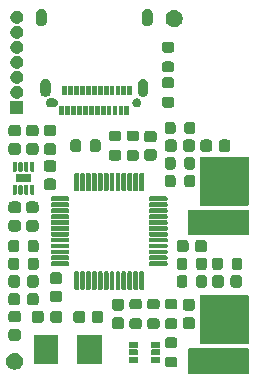
<source format=gbr>
%TF.GenerationSoftware,KiCad,Pcbnew,9.0.4*%
%TF.CreationDate,2025-09-02T10:18:24-07:00*%
%TF.ProjectId,k1-aioc,6b312d61-696f-4632-9e6b-696361645f70,rev?*%
%TF.SameCoordinates,Original*%
%TF.FileFunction,Soldermask,Top*%
%TF.FilePolarity,Negative*%
%FSLAX46Y46*%
G04 Gerber Fmt 4.6, Leading zero omitted, Abs format (unit mm)*
G04 Created by KiCad (PCBNEW 9.0.4) date 2025-09-02 10:18:24*
%MOMM*%
%LPD*%
G01*
G04 APERTURE LIST*
G04 APERTURE END LIST*
G36*
X124514632Y-109176441D02*
G01*
X124541668Y-109187640D01*
X124562360Y-109208332D01*
X124573559Y-109235368D01*
X124575000Y-109250000D01*
X124575000Y-111250000D01*
X124573559Y-111264632D01*
X124562360Y-111291668D01*
X124541668Y-111312360D01*
X124514632Y-111323559D01*
X124500000Y-111325000D01*
X124497546Y-111325000D01*
X119502454Y-111325000D01*
X119500000Y-111325000D01*
X119485368Y-111323559D01*
X119458332Y-111312360D01*
X119437640Y-111291668D01*
X119426441Y-111264632D01*
X119425000Y-111250000D01*
X119425000Y-109250000D01*
X119426441Y-109235368D01*
X119437640Y-109208332D01*
X119458332Y-109187640D01*
X119485368Y-109176441D01*
X119500000Y-109175000D01*
X124500000Y-109175000D01*
X124514632Y-109176441D01*
G37*
G36*
X104960747Y-109555261D02*
G01*
X105092234Y-109609725D01*
X105210570Y-109688794D01*
X105311206Y-109789430D01*
X105390275Y-109907766D01*
X105444739Y-110039253D01*
X105472504Y-110178840D01*
X105472504Y-110321160D01*
X105444739Y-110460747D01*
X105390275Y-110592234D01*
X105311206Y-110710570D01*
X105210570Y-110811206D01*
X105092234Y-110890275D01*
X104960747Y-110944739D01*
X104821160Y-110972504D01*
X104678840Y-110972504D01*
X104539253Y-110944739D01*
X104407766Y-110890275D01*
X104289430Y-110811206D01*
X104188794Y-110710570D01*
X104109725Y-110592234D01*
X104055261Y-110460747D01*
X104027496Y-110321160D01*
X104027496Y-110178840D01*
X104055261Y-110039253D01*
X104109725Y-109907766D01*
X104188794Y-109789430D01*
X104289430Y-109688794D01*
X104407766Y-109609725D01*
X104539253Y-109555261D01*
X104678840Y-109527496D01*
X104821160Y-109527496D01*
X104960747Y-109555261D01*
G37*
G36*
X118279047Y-109875805D02*
G01*
X118330408Y-109881764D01*
X118347954Y-109889511D01*
X118370671Y-109894030D01*
X118394991Y-109910280D01*
X118415793Y-109919465D01*
X118430000Y-109933672D01*
X118451777Y-109948223D01*
X118466327Y-109969999D01*
X118480534Y-109984206D01*
X118489718Y-110005006D01*
X118505970Y-110029329D01*
X118510489Y-110052048D01*
X118518235Y-110069591D01*
X118524192Y-110120940D01*
X118525000Y-110125000D01*
X118525000Y-110525000D01*
X118524192Y-110529059D01*
X118518235Y-110580408D01*
X118510489Y-110597950D01*
X118505970Y-110620671D01*
X118489716Y-110644995D01*
X118480534Y-110665793D01*
X118466329Y-110679997D01*
X118451777Y-110701777D01*
X118429997Y-110716329D01*
X118415793Y-110730534D01*
X118394995Y-110739716D01*
X118370671Y-110755970D01*
X118347950Y-110760489D01*
X118330408Y-110768235D01*
X118279061Y-110774192D01*
X118275000Y-110775000D01*
X117725000Y-110775000D01*
X117720941Y-110774192D01*
X117669591Y-110768235D01*
X117652048Y-110760489D01*
X117629329Y-110755970D01*
X117605006Y-110739718D01*
X117584206Y-110730534D01*
X117569999Y-110716327D01*
X117548223Y-110701777D01*
X117533672Y-110680000D01*
X117519465Y-110665793D01*
X117510280Y-110644991D01*
X117494030Y-110620671D01*
X117489511Y-110597954D01*
X117481764Y-110580408D01*
X117475805Y-110529049D01*
X117475000Y-110525000D01*
X117475000Y-110125000D01*
X117475804Y-110120953D01*
X117481764Y-110069591D01*
X117489511Y-110052043D01*
X117494030Y-110029329D01*
X117510278Y-110005010D01*
X117519465Y-109984206D01*
X117533674Y-109969996D01*
X117548223Y-109948223D01*
X117569996Y-109933674D01*
X117584206Y-109919465D01*
X117605010Y-109910278D01*
X117629329Y-109894030D01*
X117652043Y-109889511D01*
X117669591Y-109881764D01*
X117720952Y-109875805D01*
X117725000Y-109875000D01*
X118275000Y-109875000D01*
X118279047Y-109875805D01*
G37*
G36*
X108419134Y-108003806D02*
G01*
X108435355Y-108014645D01*
X108446194Y-108030866D01*
X108450000Y-108050000D01*
X108450000Y-110450000D01*
X108446194Y-110469134D01*
X108435355Y-110485355D01*
X108419134Y-110496194D01*
X108400000Y-110500000D01*
X106400000Y-110500000D01*
X106380866Y-110496194D01*
X106364645Y-110485355D01*
X106353806Y-110469134D01*
X106350000Y-110450000D01*
X106350000Y-108050000D01*
X106353806Y-108030866D01*
X106364645Y-108014645D01*
X106380866Y-108003806D01*
X106400000Y-108000000D01*
X108400000Y-108000000D01*
X108419134Y-108003806D01*
G37*
G36*
X112119134Y-108003806D02*
G01*
X112135355Y-108014645D01*
X112146194Y-108030866D01*
X112150000Y-108050000D01*
X112150000Y-110450000D01*
X112146194Y-110469134D01*
X112135355Y-110485355D01*
X112119134Y-110496194D01*
X112100000Y-110500000D01*
X110100000Y-110500000D01*
X110080866Y-110496194D01*
X110064645Y-110485355D01*
X110053806Y-110469134D01*
X110050000Y-110450000D01*
X110050000Y-108050000D01*
X110053806Y-108030866D01*
X110064645Y-108014645D01*
X110080866Y-108003806D01*
X110100000Y-108000000D01*
X112100000Y-108000000D01*
X112119134Y-108003806D01*
G37*
G36*
X115144134Y-109903806D02*
G01*
X115160355Y-109914645D01*
X115171194Y-109930866D01*
X115175000Y-109950000D01*
X115175000Y-110350000D01*
X115171194Y-110369134D01*
X115160355Y-110385355D01*
X115144134Y-110396194D01*
X115125000Y-110400000D01*
X114475000Y-110400000D01*
X114455866Y-110396194D01*
X114439645Y-110385355D01*
X114428806Y-110369134D01*
X114425000Y-110350000D01*
X114425000Y-109950000D01*
X114428806Y-109930866D01*
X114439645Y-109914645D01*
X114455866Y-109903806D01*
X114475000Y-109900000D01*
X115125000Y-109900000D01*
X115144134Y-109903806D01*
G37*
G36*
X117044134Y-109903806D02*
G01*
X117060355Y-109914645D01*
X117071194Y-109930866D01*
X117075000Y-109950000D01*
X117075000Y-110350000D01*
X117071194Y-110369134D01*
X117060355Y-110385355D01*
X117044134Y-110396194D01*
X117025000Y-110400000D01*
X116375000Y-110400000D01*
X116355866Y-110396194D01*
X116339645Y-110385355D01*
X116328806Y-110369134D01*
X116325000Y-110350000D01*
X116325000Y-109950000D01*
X116328806Y-109930866D01*
X116339645Y-109914645D01*
X116355866Y-109903806D01*
X116375000Y-109900000D01*
X117025000Y-109900000D01*
X117044134Y-109903806D01*
G37*
G36*
X115144134Y-109253806D02*
G01*
X115160355Y-109264645D01*
X115171194Y-109280866D01*
X115175000Y-109300000D01*
X115175000Y-109700000D01*
X115171194Y-109719134D01*
X115160355Y-109735355D01*
X115144134Y-109746194D01*
X115125000Y-109750000D01*
X114475000Y-109750000D01*
X114455866Y-109746194D01*
X114439645Y-109735355D01*
X114428806Y-109719134D01*
X114425000Y-109700000D01*
X114425000Y-109300000D01*
X114428806Y-109280866D01*
X114439645Y-109264645D01*
X114455866Y-109253806D01*
X114475000Y-109250000D01*
X115125000Y-109250000D01*
X115144134Y-109253806D01*
G37*
G36*
X117044134Y-109253806D02*
G01*
X117060355Y-109264645D01*
X117071194Y-109280866D01*
X117075000Y-109300000D01*
X117075000Y-109700000D01*
X117071194Y-109719134D01*
X117060355Y-109735355D01*
X117044134Y-109746194D01*
X117025000Y-109750000D01*
X116375000Y-109750000D01*
X116355866Y-109746194D01*
X116339645Y-109735355D01*
X116328806Y-109719134D01*
X116325000Y-109700000D01*
X116325000Y-109300000D01*
X116328806Y-109280866D01*
X116339645Y-109264645D01*
X116355866Y-109253806D01*
X116375000Y-109250000D01*
X117025000Y-109250000D01*
X117044134Y-109253806D01*
G37*
G36*
X118279047Y-108225805D02*
G01*
X118330408Y-108231764D01*
X118347954Y-108239511D01*
X118370671Y-108244030D01*
X118394991Y-108260280D01*
X118415793Y-108269465D01*
X118430000Y-108283672D01*
X118451777Y-108298223D01*
X118466327Y-108319999D01*
X118480534Y-108334206D01*
X118489718Y-108355006D01*
X118505970Y-108379329D01*
X118510489Y-108402048D01*
X118518235Y-108419591D01*
X118524192Y-108470940D01*
X118525000Y-108475000D01*
X118525000Y-108875000D01*
X118524192Y-108879059D01*
X118518235Y-108930408D01*
X118510489Y-108947950D01*
X118505970Y-108970671D01*
X118489716Y-108994995D01*
X118480534Y-109015793D01*
X118466329Y-109029997D01*
X118451777Y-109051777D01*
X118429997Y-109066329D01*
X118415793Y-109080534D01*
X118394995Y-109089716D01*
X118370671Y-109105970D01*
X118347950Y-109110489D01*
X118330408Y-109118235D01*
X118279061Y-109124192D01*
X118275000Y-109125000D01*
X117725000Y-109125000D01*
X117720941Y-109124192D01*
X117669591Y-109118235D01*
X117652048Y-109110489D01*
X117629329Y-109105970D01*
X117605006Y-109089718D01*
X117584206Y-109080534D01*
X117569999Y-109066327D01*
X117548223Y-109051777D01*
X117533672Y-109030000D01*
X117519465Y-109015793D01*
X117510280Y-108994991D01*
X117494030Y-108970671D01*
X117489511Y-108947954D01*
X117481764Y-108930408D01*
X117475805Y-108879049D01*
X117475000Y-108875000D01*
X117475000Y-108475000D01*
X117475804Y-108470953D01*
X117481764Y-108419591D01*
X117489511Y-108402043D01*
X117494030Y-108379329D01*
X117510278Y-108355010D01*
X117519465Y-108334206D01*
X117533674Y-108319996D01*
X117548223Y-108298223D01*
X117569996Y-108283674D01*
X117584206Y-108269465D01*
X117605010Y-108260278D01*
X117629329Y-108244030D01*
X117652043Y-108239511D01*
X117669591Y-108231764D01*
X117720952Y-108225805D01*
X117725000Y-108225000D01*
X118275000Y-108225000D01*
X118279047Y-108225805D01*
G37*
G36*
X115144134Y-108603806D02*
G01*
X115160355Y-108614645D01*
X115171194Y-108630866D01*
X115175000Y-108650000D01*
X115175000Y-109050000D01*
X115171194Y-109069134D01*
X115160355Y-109085355D01*
X115144134Y-109096194D01*
X115125000Y-109100000D01*
X114475000Y-109100000D01*
X114455866Y-109096194D01*
X114439645Y-109085355D01*
X114428806Y-109069134D01*
X114425000Y-109050000D01*
X114425000Y-108650000D01*
X114428806Y-108630866D01*
X114439645Y-108614645D01*
X114455866Y-108603806D01*
X114475000Y-108600000D01*
X115125000Y-108600000D01*
X115144134Y-108603806D01*
G37*
G36*
X117044134Y-108603806D02*
G01*
X117060355Y-108614645D01*
X117071194Y-108630866D01*
X117075000Y-108650000D01*
X117075000Y-109050000D01*
X117071194Y-109069134D01*
X117060355Y-109085355D01*
X117044134Y-109096194D01*
X117025000Y-109100000D01*
X116375000Y-109100000D01*
X116355866Y-109096194D01*
X116339645Y-109085355D01*
X116328806Y-109069134D01*
X116325000Y-109050000D01*
X116325000Y-108650000D01*
X116328806Y-108630866D01*
X116339645Y-108614645D01*
X116355866Y-108603806D01*
X116375000Y-108600000D01*
X117025000Y-108600000D01*
X117044134Y-108603806D01*
G37*
G36*
X124514632Y-104676441D02*
G01*
X124541668Y-104687640D01*
X124562360Y-104708332D01*
X124573559Y-104735368D01*
X124575000Y-104750000D01*
X124575000Y-108750000D01*
X124573559Y-108764632D01*
X124562360Y-108791668D01*
X124541668Y-108812360D01*
X124514632Y-108823559D01*
X124500000Y-108825000D01*
X124497546Y-108825000D01*
X120502454Y-108825000D01*
X120500000Y-108825000D01*
X120485368Y-108823559D01*
X120458332Y-108812360D01*
X120437640Y-108791668D01*
X120426441Y-108764632D01*
X120425000Y-108750000D01*
X120425000Y-104750000D01*
X120426441Y-104735368D01*
X120437640Y-104708332D01*
X120458332Y-104687640D01*
X120485368Y-104676441D01*
X120500000Y-104675000D01*
X124500000Y-104675000D01*
X124514632Y-104676441D01*
G37*
G36*
X105006409Y-107526275D02*
G01*
X105069958Y-107534641D01*
X105085943Y-107542095D01*
X105105238Y-107545933D01*
X105130792Y-107563008D01*
X105157290Y-107575364D01*
X105173412Y-107591486D01*
X105194454Y-107605546D01*
X105208513Y-107626587D01*
X105224635Y-107642709D01*
X105236990Y-107669204D01*
X105254067Y-107694762D01*
X105257905Y-107714058D01*
X105265358Y-107730041D01*
X105273722Y-107793577D01*
X105275000Y-107800000D01*
X105275000Y-108250000D01*
X105273722Y-108256424D01*
X105265358Y-108319958D01*
X105257905Y-108335939D01*
X105254067Y-108355238D01*
X105236988Y-108380797D01*
X105224635Y-108407290D01*
X105208516Y-108423408D01*
X105194454Y-108444454D01*
X105173408Y-108458516D01*
X105157290Y-108474635D01*
X105130797Y-108486988D01*
X105105238Y-108504067D01*
X105085939Y-108507905D01*
X105069958Y-108515358D01*
X105006424Y-108523722D01*
X105000000Y-108525000D01*
X104500000Y-108525000D01*
X104493577Y-108523722D01*
X104430041Y-108515358D01*
X104414058Y-108507905D01*
X104394762Y-108504067D01*
X104369204Y-108486990D01*
X104342709Y-108474635D01*
X104326587Y-108458513D01*
X104305546Y-108444454D01*
X104291486Y-108423412D01*
X104275364Y-108407290D01*
X104263008Y-108380792D01*
X104245933Y-108355238D01*
X104242095Y-108335943D01*
X104234641Y-108319958D01*
X104226275Y-108256409D01*
X104225000Y-108250000D01*
X104225000Y-107800000D01*
X104226274Y-107793592D01*
X104234641Y-107730041D01*
X104242095Y-107714054D01*
X104245933Y-107694762D01*
X104263006Y-107669209D01*
X104275364Y-107642709D01*
X104291488Y-107626584D01*
X104305546Y-107605546D01*
X104326584Y-107591488D01*
X104342709Y-107575364D01*
X104369209Y-107563006D01*
X104394762Y-107545933D01*
X104414054Y-107542095D01*
X104430041Y-107534641D01*
X104493592Y-107526274D01*
X104500000Y-107525000D01*
X105000000Y-107525000D01*
X105006409Y-107526275D01*
G37*
G36*
X113756409Y-106526275D02*
G01*
X113819958Y-106534641D01*
X113835943Y-106542095D01*
X113855238Y-106545933D01*
X113880792Y-106563008D01*
X113907290Y-106575364D01*
X113923412Y-106591486D01*
X113944454Y-106605546D01*
X113958513Y-106626587D01*
X113974635Y-106642709D01*
X113986990Y-106669204D01*
X114004067Y-106694762D01*
X114007905Y-106714058D01*
X114015358Y-106730041D01*
X114023722Y-106793577D01*
X114025000Y-106800000D01*
X114025000Y-107250000D01*
X114023722Y-107256424D01*
X114015358Y-107319958D01*
X114007905Y-107335939D01*
X114004067Y-107355238D01*
X113986988Y-107380797D01*
X113974635Y-107407290D01*
X113958516Y-107423408D01*
X113944454Y-107444454D01*
X113923408Y-107458516D01*
X113907290Y-107474635D01*
X113880797Y-107486988D01*
X113855238Y-107504067D01*
X113835939Y-107507905D01*
X113819958Y-107515358D01*
X113756424Y-107523722D01*
X113750000Y-107525000D01*
X113250000Y-107525000D01*
X113243577Y-107523722D01*
X113180041Y-107515358D01*
X113164058Y-107507905D01*
X113144762Y-107504067D01*
X113119204Y-107486990D01*
X113092709Y-107474635D01*
X113076587Y-107458513D01*
X113055546Y-107444454D01*
X113041486Y-107423412D01*
X113025364Y-107407290D01*
X113013008Y-107380792D01*
X112995933Y-107355238D01*
X112992095Y-107335943D01*
X112984641Y-107319958D01*
X112976275Y-107256409D01*
X112975000Y-107250000D01*
X112975000Y-106800000D01*
X112976274Y-106793592D01*
X112984641Y-106730041D01*
X112992095Y-106714054D01*
X112995933Y-106694762D01*
X113013006Y-106669209D01*
X113025364Y-106642709D01*
X113041488Y-106626584D01*
X113055546Y-106605546D01*
X113076584Y-106591488D01*
X113092709Y-106575364D01*
X113119209Y-106563006D01*
X113144762Y-106545933D01*
X113164054Y-106542095D01*
X113180041Y-106534641D01*
X113243592Y-106526274D01*
X113250000Y-106525000D01*
X113750000Y-106525000D01*
X113756409Y-106526275D01*
G37*
G36*
X115279047Y-106625805D02*
G01*
X115330408Y-106631764D01*
X115347954Y-106639511D01*
X115370671Y-106644030D01*
X115394991Y-106660280D01*
X115415793Y-106669465D01*
X115430000Y-106683672D01*
X115451777Y-106698223D01*
X115466327Y-106719999D01*
X115480534Y-106734206D01*
X115489718Y-106755006D01*
X115505970Y-106779329D01*
X115510489Y-106802048D01*
X115518235Y-106819591D01*
X115524192Y-106870940D01*
X115525000Y-106875000D01*
X115525000Y-107275000D01*
X115524192Y-107279059D01*
X115518235Y-107330408D01*
X115510489Y-107347950D01*
X115505970Y-107370671D01*
X115489716Y-107394995D01*
X115480534Y-107415793D01*
X115466329Y-107429997D01*
X115451777Y-107451777D01*
X115429997Y-107466329D01*
X115415793Y-107480534D01*
X115394995Y-107489716D01*
X115370671Y-107505970D01*
X115347950Y-107510489D01*
X115330408Y-107518235D01*
X115279061Y-107524192D01*
X115275000Y-107525000D01*
X114725000Y-107525000D01*
X114720941Y-107524192D01*
X114669591Y-107518235D01*
X114652048Y-107510489D01*
X114629329Y-107505970D01*
X114605006Y-107489718D01*
X114584206Y-107480534D01*
X114569999Y-107466327D01*
X114548223Y-107451777D01*
X114533672Y-107430000D01*
X114519465Y-107415793D01*
X114510280Y-107394991D01*
X114494030Y-107370671D01*
X114489511Y-107347954D01*
X114481764Y-107330408D01*
X114475805Y-107279049D01*
X114475000Y-107275000D01*
X114475000Y-106875000D01*
X114475804Y-106870953D01*
X114481764Y-106819591D01*
X114489511Y-106802043D01*
X114494030Y-106779329D01*
X114510278Y-106755010D01*
X114519465Y-106734206D01*
X114533674Y-106719996D01*
X114548223Y-106698223D01*
X114569996Y-106683674D01*
X114584206Y-106669465D01*
X114605010Y-106660278D01*
X114629329Y-106644030D01*
X114652043Y-106639511D01*
X114669591Y-106631764D01*
X114720952Y-106625805D01*
X114725000Y-106625000D01*
X115275000Y-106625000D01*
X115279047Y-106625805D01*
G37*
G36*
X116779047Y-106625805D02*
G01*
X116830408Y-106631764D01*
X116847954Y-106639511D01*
X116870671Y-106644030D01*
X116894991Y-106660280D01*
X116915793Y-106669465D01*
X116930000Y-106683672D01*
X116951777Y-106698223D01*
X116966327Y-106719999D01*
X116980534Y-106734206D01*
X116989718Y-106755006D01*
X117005970Y-106779329D01*
X117010489Y-106802048D01*
X117018235Y-106819591D01*
X117024192Y-106870940D01*
X117025000Y-106875000D01*
X117025000Y-107275000D01*
X117024192Y-107279059D01*
X117018235Y-107330408D01*
X117010489Y-107347950D01*
X117005970Y-107370671D01*
X116989716Y-107394995D01*
X116980534Y-107415793D01*
X116966329Y-107429997D01*
X116951777Y-107451777D01*
X116929997Y-107466329D01*
X116915793Y-107480534D01*
X116894995Y-107489716D01*
X116870671Y-107505970D01*
X116847950Y-107510489D01*
X116830408Y-107518235D01*
X116779061Y-107524192D01*
X116775000Y-107525000D01*
X116225000Y-107525000D01*
X116220941Y-107524192D01*
X116169591Y-107518235D01*
X116152048Y-107510489D01*
X116129329Y-107505970D01*
X116105006Y-107489718D01*
X116084206Y-107480534D01*
X116069999Y-107466327D01*
X116048223Y-107451777D01*
X116033672Y-107430000D01*
X116019465Y-107415793D01*
X116010280Y-107394991D01*
X115994030Y-107370671D01*
X115989511Y-107347954D01*
X115981764Y-107330408D01*
X115975805Y-107279049D01*
X115975000Y-107275000D01*
X115975000Y-106875000D01*
X115975804Y-106870953D01*
X115981764Y-106819591D01*
X115989511Y-106802043D01*
X115994030Y-106779329D01*
X116010278Y-106755010D01*
X116019465Y-106734206D01*
X116033674Y-106719996D01*
X116048223Y-106698223D01*
X116069996Y-106683674D01*
X116084206Y-106669465D01*
X116105010Y-106660278D01*
X116129329Y-106644030D01*
X116152043Y-106639511D01*
X116169591Y-106631764D01*
X116220952Y-106625805D01*
X116225000Y-106625000D01*
X116775000Y-106625000D01*
X116779047Y-106625805D01*
G37*
G36*
X118279047Y-106625805D02*
G01*
X118330408Y-106631764D01*
X118347954Y-106639511D01*
X118370671Y-106644030D01*
X118394991Y-106660280D01*
X118415793Y-106669465D01*
X118430000Y-106683672D01*
X118451777Y-106698223D01*
X118466327Y-106719999D01*
X118480534Y-106734206D01*
X118489718Y-106755006D01*
X118505970Y-106779329D01*
X118510489Y-106802048D01*
X118518235Y-106819591D01*
X118524192Y-106870940D01*
X118525000Y-106875000D01*
X118525000Y-107275000D01*
X118524192Y-107279059D01*
X118518235Y-107330408D01*
X118510489Y-107347950D01*
X118505970Y-107370671D01*
X118489716Y-107394995D01*
X118480534Y-107415793D01*
X118466329Y-107429997D01*
X118451777Y-107451777D01*
X118429997Y-107466329D01*
X118415793Y-107480534D01*
X118394995Y-107489716D01*
X118370671Y-107505970D01*
X118347950Y-107510489D01*
X118330408Y-107518235D01*
X118279061Y-107524192D01*
X118275000Y-107525000D01*
X117725000Y-107525000D01*
X117720941Y-107524192D01*
X117669591Y-107518235D01*
X117652048Y-107510489D01*
X117629329Y-107505970D01*
X117605006Y-107489718D01*
X117584206Y-107480534D01*
X117569999Y-107466327D01*
X117548223Y-107451777D01*
X117533672Y-107430000D01*
X117519465Y-107415793D01*
X117510280Y-107394991D01*
X117494030Y-107370671D01*
X117489511Y-107347954D01*
X117481764Y-107330408D01*
X117475805Y-107279049D01*
X117475000Y-107275000D01*
X117475000Y-106875000D01*
X117475804Y-106870953D01*
X117481764Y-106819591D01*
X117489511Y-106802043D01*
X117494030Y-106779329D01*
X117510278Y-106755010D01*
X117519465Y-106734206D01*
X117533674Y-106719996D01*
X117548223Y-106698223D01*
X117569996Y-106683674D01*
X117584206Y-106669465D01*
X117605010Y-106660278D01*
X117629329Y-106644030D01*
X117652043Y-106639511D01*
X117669591Y-106631764D01*
X117720952Y-106625805D01*
X117725000Y-106625000D01*
X118275000Y-106625000D01*
X118279047Y-106625805D01*
G37*
G36*
X119756409Y-106526275D02*
G01*
X119819958Y-106534641D01*
X119835943Y-106542095D01*
X119855238Y-106545933D01*
X119880792Y-106563008D01*
X119907290Y-106575364D01*
X119923412Y-106591486D01*
X119944454Y-106605546D01*
X119958513Y-106626587D01*
X119974635Y-106642709D01*
X119986990Y-106669204D01*
X120004067Y-106694762D01*
X120007905Y-106714058D01*
X120015358Y-106730041D01*
X120023722Y-106793577D01*
X120025000Y-106800000D01*
X120025000Y-107250000D01*
X120023722Y-107256424D01*
X120015358Y-107319958D01*
X120007905Y-107335939D01*
X120004067Y-107355238D01*
X119986988Y-107380797D01*
X119974635Y-107407290D01*
X119958516Y-107423408D01*
X119944454Y-107444454D01*
X119923408Y-107458516D01*
X119907290Y-107474635D01*
X119880797Y-107486988D01*
X119855238Y-107504067D01*
X119835939Y-107507905D01*
X119819958Y-107515358D01*
X119756424Y-107523722D01*
X119750000Y-107525000D01*
X119250000Y-107525000D01*
X119243577Y-107523722D01*
X119180041Y-107515358D01*
X119164058Y-107507905D01*
X119144762Y-107504067D01*
X119119204Y-107486990D01*
X119092709Y-107474635D01*
X119076587Y-107458513D01*
X119055546Y-107444454D01*
X119041486Y-107423412D01*
X119025364Y-107407290D01*
X119013008Y-107380792D01*
X118995933Y-107355238D01*
X118992095Y-107335943D01*
X118984641Y-107319958D01*
X118976275Y-107256409D01*
X118975000Y-107250000D01*
X118975000Y-106800000D01*
X118976274Y-106793592D01*
X118984641Y-106730041D01*
X118992095Y-106714054D01*
X118995933Y-106694762D01*
X119013006Y-106669209D01*
X119025364Y-106642709D01*
X119041488Y-106626584D01*
X119055546Y-106605546D01*
X119076584Y-106591488D01*
X119092709Y-106575364D01*
X119119209Y-106563006D01*
X119144762Y-106545933D01*
X119164054Y-106542095D01*
X119180041Y-106534641D01*
X119243592Y-106526274D01*
X119250000Y-106525000D01*
X119750000Y-106525000D01*
X119756409Y-106526275D01*
G37*
G36*
X106956409Y-105976275D02*
G01*
X107019958Y-105984641D01*
X107035943Y-105992095D01*
X107055238Y-105995933D01*
X107080792Y-106013008D01*
X107107290Y-106025364D01*
X107123412Y-106041486D01*
X107144454Y-106055546D01*
X107158513Y-106076587D01*
X107174635Y-106092709D01*
X107186990Y-106119204D01*
X107204067Y-106144762D01*
X107207905Y-106164058D01*
X107215358Y-106180041D01*
X107223722Y-106243577D01*
X107225000Y-106250000D01*
X107225000Y-106750000D01*
X107223722Y-106756424D01*
X107215358Y-106819958D01*
X107207905Y-106835939D01*
X107204067Y-106855238D01*
X107186988Y-106880797D01*
X107174635Y-106907290D01*
X107158516Y-106923408D01*
X107144454Y-106944454D01*
X107123408Y-106958516D01*
X107107290Y-106974635D01*
X107080797Y-106986988D01*
X107055238Y-107004067D01*
X107035939Y-107007905D01*
X107019958Y-107015358D01*
X106956424Y-107023722D01*
X106950000Y-107025000D01*
X106500000Y-107025000D01*
X106493577Y-107023722D01*
X106430041Y-107015358D01*
X106414058Y-107007905D01*
X106394762Y-107004067D01*
X106369204Y-106986990D01*
X106342709Y-106974635D01*
X106326587Y-106958513D01*
X106305546Y-106944454D01*
X106291486Y-106923412D01*
X106275364Y-106907290D01*
X106263008Y-106880792D01*
X106245933Y-106855238D01*
X106242095Y-106835943D01*
X106234641Y-106819958D01*
X106226275Y-106756409D01*
X106225000Y-106750000D01*
X106225000Y-106250000D01*
X106226274Y-106243592D01*
X106234641Y-106180041D01*
X106242095Y-106164054D01*
X106245933Y-106144762D01*
X106263006Y-106119209D01*
X106275364Y-106092709D01*
X106291488Y-106076584D01*
X106305546Y-106055546D01*
X106326584Y-106041488D01*
X106342709Y-106025364D01*
X106369209Y-106013006D01*
X106394762Y-105995933D01*
X106414054Y-105992095D01*
X106430041Y-105984641D01*
X106493592Y-105976274D01*
X106500000Y-105975000D01*
X106950000Y-105975000D01*
X106956409Y-105976275D01*
G37*
G36*
X108506409Y-105976275D02*
G01*
X108569958Y-105984641D01*
X108585943Y-105992095D01*
X108605238Y-105995933D01*
X108630792Y-106013008D01*
X108657290Y-106025364D01*
X108673412Y-106041486D01*
X108694454Y-106055546D01*
X108708513Y-106076587D01*
X108724635Y-106092709D01*
X108736990Y-106119204D01*
X108754067Y-106144762D01*
X108757905Y-106164058D01*
X108765358Y-106180041D01*
X108773722Y-106243577D01*
X108775000Y-106250000D01*
X108775000Y-106750000D01*
X108773722Y-106756424D01*
X108765358Y-106819958D01*
X108757905Y-106835939D01*
X108754067Y-106855238D01*
X108736988Y-106880797D01*
X108724635Y-106907290D01*
X108708516Y-106923408D01*
X108694454Y-106944454D01*
X108673408Y-106958516D01*
X108657290Y-106974635D01*
X108630797Y-106986988D01*
X108605238Y-107004067D01*
X108585939Y-107007905D01*
X108569958Y-107015358D01*
X108506424Y-107023722D01*
X108500000Y-107025000D01*
X108050000Y-107025000D01*
X108043577Y-107023722D01*
X107980041Y-107015358D01*
X107964058Y-107007905D01*
X107944762Y-107004067D01*
X107919204Y-106986990D01*
X107892709Y-106974635D01*
X107876587Y-106958513D01*
X107855546Y-106944454D01*
X107841486Y-106923412D01*
X107825364Y-106907290D01*
X107813008Y-106880792D01*
X107795933Y-106855238D01*
X107792095Y-106835943D01*
X107784641Y-106819958D01*
X107776275Y-106756409D01*
X107775000Y-106750000D01*
X107775000Y-106250000D01*
X107776274Y-106243592D01*
X107784641Y-106180041D01*
X107792095Y-106164054D01*
X107795933Y-106144762D01*
X107813006Y-106119209D01*
X107825364Y-106092709D01*
X107841488Y-106076584D01*
X107855546Y-106055546D01*
X107876584Y-106041488D01*
X107892709Y-106025364D01*
X107919209Y-106013006D01*
X107944762Y-105995933D01*
X107964054Y-105992095D01*
X107980041Y-105984641D01*
X108043592Y-105976274D01*
X108050000Y-105975000D01*
X108500000Y-105975000D01*
X108506409Y-105976275D01*
G37*
G36*
X110456409Y-105976275D02*
G01*
X110519958Y-105984641D01*
X110535943Y-105992095D01*
X110555238Y-105995933D01*
X110580792Y-106013008D01*
X110607290Y-106025364D01*
X110623412Y-106041486D01*
X110644454Y-106055546D01*
X110658513Y-106076587D01*
X110674635Y-106092709D01*
X110686990Y-106119204D01*
X110704067Y-106144762D01*
X110707905Y-106164058D01*
X110715358Y-106180041D01*
X110723722Y-106243577D01*
X110725000Y-106250000D01*
X110725000Y-106750000D01*
X110723722Y-106756424D01*
X110715358Y-106819958D01*
X110707905Y-106835939D01*
X110704067Y-106855238D01*
X110686988Y-106880797D01*
X110674635Y-106907290D01*
X110658516Y-106923408D01*
X110644454Y-106944454D01*
X110623408Y-106958516D01*
X110607290Y-106974635D01*
X110580797Y-106986988D01*
X110555238Y-107004067D01*
X110535939Y-107007905D01*
X110519958Y-107015358D01*
X110456424Y-107023722D01*
X110450000Y-107025000D01*
X110000000Y-107025000D01*
X109993577Y-107023722D01*
X109930041Y-107015358D01*
X109914058Y-107007905D01*
X109894762Y-107004067D01*
X109869204Y-106986990D01*
X109842709Y-106974635D01*
X109826587Y-106958513D01*
X109805546Y-106944454D01*
X109791486Y-106923412D01*
X109775364Y-106907290D01*
X109763008Y-106880792D01*
X109745933Y-106855238D01*
X109742095Y-106835943D01*
X109734641Y-106819958D01*
X109726275Y-106756409D01*
X109725000Y-106750000D01*
X109725000Y-106250000D01*
X109726274Y-106243592D01*
X109734641Y-106180041D01*
X109742095Y-106164054D01*
X109745933Y-106144762D01*
X109763006Y-106119209D01*
X109775364Y-106092709D01*
X109791488Y-106076584D01*
X109805546Y-106055546D01*
X109826584Y-106041488D01*
X109842709Y-106025364D01*
X109869209Y-106013006D01*
X109894762Y-105995933D01*
X109914054Y-105992095D01*
X109930041Y-105984641D01*
X109993592Y-105976274D01*
X110000000Y-105975000D01*
X110450000Y-105975000D01*
X110456409Y-105976275D01*
G37*
G36*
X112006409Y-105976275D02*
G01*
X112069958Y-105984641D01*
X112085943Y-105992095D01*
X112105238Y-105995933D01*
X112130792Y-106013008D01*
X112157290Y-106025364D01*
X112173412Y-106041486D01*
X112194454Y-106055546D01*
X112208513Y-106076587D01*
X112224635Y-106092709D01*
X112236990Y-106119204D01*
X112254067Y-106144762D01*
X112257905Y-106164058D01*
X112265358Y-106180041D01*
X112273722Y-106243577D01*
X112275000Y-106250000D01*
X112275000Y-106750000D01*
X112273722Y-106756424D01*
X112265358Y-106819958D01*
X112257905Y-106835939D01*
X112254067Y-106855238D01*
X112236988Y-106880797D01*
X112224635Y-106907290D01*
X112208516Y-106923408D01*
X112194454Y-106944454D01*
X112173408Y-106958516D01*
X112157290Y-106974635D01*
X112130797Y-106986988D01*
X112105238Y-107004067D01*
X112085939Y-107007905D01*
X112069958Y-107015358D01*
X112006424Y-107023722D01*
X112000000Y-107025000D01*
X111550000Y-107025000D01*
X111543577Y-107023722D01*
X111480041Y-107015358D01*
X111464058Y-107007905D01*
X111444762Y-107004067D01*
X111419204Y-106986990D01*
X111392709Y-106974635D01*
X111376587Y-106958513D01*
X111355546Y-106944454D01*
X111341486Y-106923412D01*
X111325364Y-106907290D01*
X111313008Y-106880792D01*
X111295933Y-106855238D01*
X111292095Y-106835943D01*
X111284641Y-106819958D01*
X111276275Y-106756409D01*
X111275000Y-106750000D01*
X111275000Y-106250000D01*
X111276274Y-106243592D01*
X111284641Y-106180041D01*
X111292095Y-106164054D01*
X111295933Y-106144762D01*
X111313006Y-106119209D01*
X111325364Y-106092709D01*
X111341488Y-106076584D01*
X111355546Y-106055546D01*
X111376584Y-106041488D01*
X111392709Y-106025364D01*
X111419209Y-106013006D01*
X111444762Y-105995933D01*
X111464054Y-105992095D01*
X111480041Y-105984641D01*
X111543592Y-105976274D01*
X111550000Y-105975000D01*
X112000000Y-105975000D01*
X112006409Y-105976275D01*
G37*
G36*
X105006409Y-105976275D02*
G01*
X105069958Y-105984641D01*
X105085943Y-105992095D01*
X105105238Y-105995933D01*
X105130792Y-106013008D01*
X105157290Y-106025364D01*
X105173412Y-106041486D01*
X105194454Y-106055546D01*
X105208513Y-106076587D01*
X105224635Y-106092709D01*
X105236990Y-106119204D01*
X105254067Y-106144762D01*
X105257905Y-106164058D01*
X105265358Y-106180041D01*
X105273722Y-106243577D01*
X105275000Y-106250000D01*
X105275000Y-106700000D01*
X105273722Y-106706424D01*
X105265358Y-106769958D01*
X105257905Y-106785939D01*
X105254067Y-106805238D01*
X105236988Y-106830797D01*
X105224635Y-106857290D01*
X105208516Y-106873408D01*
X105194454Y-106894454D01*
X105173408Y-106908516D01*
X105157290Y-106924635D01*
X105130797Y-106936988D01*
X105105238Y-106954067D01*
X105085939Y-106957905D01*
X105069958Y-106965358D01*
X105006424Y-106973722D01*
X105000000Y-106975000D01*
X104500000Y-106975000D01*
X104493577Y-106973722D01*
X104430041Y-106965358D01*
X104414058Y-106957905D01*
X104394762Y-106954067D01*
X104369204Y-106936990D01*
X104342709Y-106924635D01*
X104326587Y-106908513D01*
X104305546Y-106894454D01*
X104291486Y-106873412D01*
X104275364Y-106857290D01*
X104263008Y-106830792D01*
X104245933Y-106805238D01*
X104242095Y-106785943D01*
X104234641Y-106769958D01*
X104226275Y-106706409D01*
X104225000Y-106700000D01*
X104225000Y-106250000D01*
X104226274Y-106243592D01*
X104234641Y-106180041D01*
X104242095Y-106164054D01*
X104245933Y-106144762D01*
X104263006Y-106119209D01*
X104275364Y-106092709D01*
X104291488Y-106076584D01*
X104305546Y-106055546D01*
X104326584Y-106041488D01*
X104342709Y-106025364D01*
X104369209Y-106013006D01*
X104394762Y-105995933D01*
X104414054Y-105992095D01*
X104430041Y-105984641D01*
X104493592Y-105976274D01*
X104500000Y-105975000D01*
X105000000Y-105975000D01*
X105006409Y-105976275D01*
G37*
G36*
X113756409Y-104976275D02*
G01*
X113819958Y-104984641D01*
X113835943Y-104992095D01*
X113855238Y-104995933D01*
X113880792Y-105013008D01*
X113907290Y-105025364D01*
X113923412Y-105041486D01*
X113944454Y-105055546D01*
X113958513Y-105076587D01*
X113974635Y-105092709D01*
X113986990Y-105119204D01*
X114004067Y-105144762D01*
X114007905Y-105164058D01*
X114015358Y-105180041D01*
X114023722Y-105243577D01*
X114025000Y-105250000D01*
X114025000Y-105700000D01*
X114023722Y-105706424D01*
X114015358Y-105769958D01*
X114007905Y-105785939D01*
X114004067Y-105805238D01*
X113986988Y-105830797D01*
X113974635Y-105857290D01*
X113958516Y-105873408D01*
X113944454Y-105894454D01*
X113923408Y-105908516D01*
X113907290Y-105924635D01*
X113880797Y-105936988D01*
X113855238Y-105954067D01*
X113835939Y-105957905D01*
X113819958Y-105965358D01*
X113756424Y-105973722D01*
X113750000Y-105975000D01*
X113250000Y-105975000D01*
X113243577Y-105973722D01*
X113180041Y-105965358D01*
X113164058Y-105957905D01*
X113144762Y-105954067D01*
X113119204Y-105936990D01*
X113092709Y-105924635D01*
X113076587Y-105908513D01*
X113055546Y-105894454D01*
X113041486Y-105873412D01*
X113025364Y-105857290D01*
X113013008Y-105830792D01*
X112995933Y-105805238D01*
X112992095Y-105785943D01*
X112984641Y-105769958D01*
X112976275Y-105706409D01*
X112975000Y-105700000D01*
X112975000Y-105250000D01*
X112976274Y-105243592D01*
X112984641Y-105180041D01*
X112992095Y-105164054D01*
X112995933Y-105144762D01*
X113013006Y-105119209D01*
X113025364Y-105092709D01*
X113041488Y-105076584D01*
X113055546Y-105055546D01*
X113076584Y-105041488D01*
X113092709Y-105025364D01*
X113119209Y-105013006D01*
X113144762Y-104995933D01*
X113164054Y-104992095D01*
X113180041Y-104984641D01*
X113243592Y-104976274D01*
X113250000Y-104975000D01*
X113750000Y-104975000D01*
X113756409Y-104976275D01*
G37*
G36*
X119756409Y-104976275D02*
G01*
X119819958Y-104984641D01*
X119835943Y-104992095D01*
X119855238Y-104995933D01*
X119880792Y-105013008D01*
X119907290Y-105025364D01*
X119923412Y-105041486D01*
X119944454Y-105055546D01*
X119958513Y-105076587D01*
X119974635Y-105092709D01*
X119986990Y-105119204D01*
X120004067Y-105144762D01*
X120007905Y-105164058D01*
X120015358Y-105180041D01*
X120023722Y-105243577D01*
X120025000Y-105250000D01*
X120025000Y-105700000D01*
X120023722Y-105706424D01*
X120015358Y-105769958D01*
X120007905Y-105785939D01*
X120004067Y-105805238D01*
X119986988Y-105830797D01*
X119974635Y-105857290D01*
X119958516Y-105873408D01*
X119944454Y-105894454D01*
X119923408Y-105908516D01*
X119907290Y-105924635D01*
X119880797Y-105936988D01*
X119855238Y-105954067D01*
X119835939Y-105957905D01*
X119819958Y-105965358D01*
X119756424Y-105973722D01*
X119750000Y-105975000D01*
X119250000Y-105975000D01*
X119243577Y-105973722D01*
X119180041Y-105965358D01*
X119164058Y-105957905D01*
X119144762Y-105954067D01*
X119119204Y-105936990D01*
X119092709Y-105924635D01*
X119076587Y-105908513D01*
X119055546Y-105894454D01*
X119041486Y-105873412D01*
X119025364Y-105857290D01*
X119013008Y-105830792D01*
X118995933Y-105805238D01*
X118992095Y-105785943D01*
X118984641Y-105769958D01*
X118976275Y-105706409D01*
X118975000Y-105700000D01*
X118975000Y-105250000D01*
X118976274Y-105243592D01*
X118984641Y-105180041D01*
X118992095Y-105164054D01*
X118995933Y-105144762D01*
X119013006Y-105119209D01*
X119025364Y-105092709D01*
X119041488Y-105076584D01*
X119055546Y-105055546D01*
X119076584Y-105041488D01*
X119092709Y-105025364D01*
X119119209Y-105013006D01*
X119144762Y-104995933D01*
X119164054Y-104992095D01*
X119180041Y-104984641D01*
X119243592Y-104976274D01*
X119250000Y-104975000D01*
X119750000Y-104975000D01*
X119756409Y-104976275D01*
G37*
G36*
X115279047Y-104975805D02*
G01*
X115330408Y-104981764D01*
X115347954Y-104989511D01*
X115370671Y-104994030D01*
X115394991Y-105010280D01*
X115415793Y-105019465D01*
X115430000Y-105033672D01*
X115451777Y-105048223D01*
X115466327Y-105069999D01*
X115480534Y-105084206D01*
X115489718Y-105105006D01*
X115505970Y-105129329D01*
X115510489Y-105152048D01*
X115518235Y-105169591D01*
X115524192Y-105220940D01*
X115525000Y-105225000D01*
X115525000Y-105625000D01*
X115524192Y-105629059D01*
X115518235Y-105680408D01*
X115510489Y-105697950D01*
X115505970Y-105720671D01*
X115489716Y-105744995D01*
X115480534Y-105765793D01*
X115466329Y-105779997D01*
X115451777Y-105801777D01*
X115429997Y-105816329D01*
X115415793Y-105830534D01*
X115394995Y-105839716D01*
X115370671Y-105855970D01*
X115347950Y-105860489D01*
X115330408Y-105868235D01*
X115279061Y-105874192D01*
X115275000Y-105875000D01*
X114725000Y-105875000D01*
X114720941Y-105874192D01*
X114669591Y-105868235D01*
X114652048Y-105860489D01*
X114629329Y-105855970D01*
X114605006Y-105839718D01*
X114584206Y-105830534D01*
X114569999Y-105816327D01*
X114548223Y-105801777D01*
X114533672Y-105780000D01*
X114519465Y-105765793D01*
X114510280Y-105744991D01*
X114494030Y-105720671D01*
X114489511Y-105697954D01*
X114481764Y-105680408D01*
X114475805Y-105629049D01*
X114475000Y-105625000D01*
X114475000Y-105225000D01*
X114475804Y-105220953D01*
X114481764Y-105169591D01*
X114489511Y-105152043D01*
X114494030Y-105129329D01*
X114510278Y-105105010D01*
X114519465Y-105084206D01*
X114533674Y-105069996D01*
X114548223Y-105048223D01*
X114569996Y-105033674D01*
X114584206Y-105019465D01*
X114605010Y-105010278D01*
X114629329Y-104994030D01*
X114652043Y-104989511D01*
X114669591Y-104981764D01*
X114720952Y-104975805D01*
X114725000Y-104975000D01*
X115275000Y-104975000D01*
X115279047Y-104975805D01*
G37*
G36*
X116779047Y-104975805D02*
G01*
X116830408Y-104981764D01*
X116847954Y-104989511D01*
X116870671Y-104994030D01*
X116894991Y-105010280D01*
X116915793Y-105019465D01*
X116930000Y-105033672D01*
X116951777Y-105048223D01*
X116966327Y-105069999D01*
X116980534Y-105084206D01*
X116989718Y-105105006D01*
X117005970Y-105129329D01*
X117010489Y-105152048D01*
X117018235Y-105169591D01*
X117024192Y-105220940D01*
X117025000Y-105225000D01*
X117025000Y-105625000D01*
X117024192Y-105629059D01*
X117018235Y-105680408D01*
X117010489Y-105697950D01*
X117005970Y-105720671D01*
X116989716Y-105744995D01*
X116980534Y-105765793D01*
X116966329Y-105779997D01*
X116951777Y-105801777D01*
X116929997Y-105816329D01*
X116915793Y-105830534D01*
X116894995Y-105839716D01*
X116870671Y-105855970D01*
X116847950Y-105860489D01*
X116830408Y-105868235D01*
X116779061Y-105874192D01*
X116775000Y-105875000D01*
X116225000Y-105875000D01*
X116220941Y-105874192D01*
X116169591Y-105868235D01*
X116152048Y-105860489D01*
X116129329Y-105855970D01*
X116105006Y-105839718D01*
X116084206Y-105830534D01*
X116069999Y-105816327D01*
X116048223Y-105801777D01*
X116033672Y-105780000D01*
X116019465Y-105765793D01*
X116010280Y-105744991D01*
X115994030Y-105720671D01*
X115989511Y-105697954D01*
X115981764Y-105680408D01*
X115975805Y-105629049D01*
X115975000Y-105625000D01*
X115975000Y-105225000D01*
X115975804Y-105220953D01*
X115981764Y-105169591D01*
X115989511Y-105152043D01*
X115994030Y-105129329D01*
X116010278Y-105105010D01*
X116019465Y-105084206D01*
X116033674Y-105069996D01*
X116048223Y-105048223D01*
X116069996Y-105033674D01*
X116084206Y-105019465D01*
X116105010Y-105010278D01*
X116129329Y-104994030D01*
X116152043Y-104989511D01*
X116169591Y-104981764D01*
X116220952Y-104975805D01*
X116225000Y-104975000D01*
X116775000Y-104975000D01*
X116779047Y-104975805D01*
G37*
G36*
X118279047Y-104975805D02*
G01*
X118330408Y-104981764D01*
X118347954Y-104989511D01*
X118370671Y-104994030D01*
X118394991Y-105010280D01*
X118415793Y-105019465D01*
X118430000Y-105033672D01*
X118451777Y-105048223D01*
X118466327Y-105069999D01*
X118480534Y-105084206D01*
X118489718Y-105105006D01*
X118505970Y-105129329D01*
X118510489Y-105152048D01*
X118518235Y-105169591D01*
X118524192Y-105220940D01*
X118525000Y-105225000D01*
X118525000Y-105625000D01*
X118524192Y-105629059D01*
X118518235Y-105680408D01*
X118510489Y-105697950D01*
X118505970Y-105720671D01*
X118489716Y-105744995D01*
X118480534Y-105765793D01*
X118466329Y-105779997D01*
X118451777Y-105801777D01*
X118429997Y-105816329D01*
X118415793Y-105830534D01*
X118394995Y-105839716D01*
X118370671Y-105855970D01*
X118347950Y-105860489D01*
X118330408Y-105868235D01*
X118279061Y-105874192D01*
X118275000Y-105875000D01*
X117725000Y-105875000D01*
X117720941Y-105874192D01*
X117669591Y-105868235D01*
X117652048Y-105860489D01*
X117629329Y-105855970D01*
X117605006Y-105839718D01*
X117584206Y-105830534D01*
X117569999Y-105816327D01*
X117548223Y-105801777D01*
X117533672Y-105780000D01*
X117519465Y-105765793D01*
X117510280Y-105744991D01*
X117494030Y-105720671D01*
X117489511Y-105697954D01*
X117481764Y-105680408D01*
X117475805Y-105629049D01*
X117475000Y-105625000D01*
X117475000Y-105225000D01*
X117475804Y-105220953D01*
X117481764Y-105169591D01*
X117489511Y-105152043D01*
X117494030Y-105129329D01*
X117510278Y-105105010D01*
X117519465Y-105084206D01*
X117533674Y-105069996D01*
X117548223Y-105048223D01*
X117569996Y-105033674D01*
X117584206Y-105019465D01*
X117605010Y-105010278D01*
X117629329Y-104994030D01*
X117652043Y-104989511D01*
X117669591Y-104981764D01*
X117720952Y-104975805D01*
X117725000Y-104975000D01*
X118275000Y-104975000D01*
X118279047Y-104975805D01*
G37*
G36*
X104937660Y-104476275D02*
G01*
X104999590Y-104484428D01*
X105015167Y-104491692D01*
X105034096Y-104495457D01*
X105059167Y-104512208D01*
X105084955Y-104524234D01*
X105100644Y-104539923D01*
X105121285Y-104553715D01*
X105135076Y-104574355D01*
X105150765Y-104590044D01*
X105162789Y-104615830D01*
X105179543Y-104640904D01*
X105183308Y-104659834D01*
X105190571Y-104675409D01*
X105198722Y-104737326D01*
X105200000Y-104743750D01*
X105200000Y-105256250D01*
X105198722Y-105262674D01*
X105190571Y-105324590D01*
X105183308Y-105340164D01*
X105179543Y-105359096D01*
X105162787Y-105384171D01*
X105150765Y-105409955D01*
X105135078Y-105425641D01*
X105121285Y-105446285D01*
X105100641Y-105460078D01*
X105084955Y-105475765D01*
X105059171Y-105487787D01*
X105034096Y-105504543D01*
X105015164Y-105508308D01*
X104999590Y-105515571D01*
X104937674Y-105523722D01*
X104931250Y-105525000D01*
X104493750Y-105525000D01*
X104487326Y-105523722D01*
X104425409Y-105515571D01*
X104409834Y-105508308D01*
X104390904Y-105504543D01*
X104365830Y-105487789D01*
X104340044Y-105475765D01*
X104324355Y-105460076D01*
X104303715Y-105446285D01*
X104289923Y-105425644D01*
X104274234Y-105409955D01*
X104262208Y-105384167D01*
X104245457Y-105359096D01*
X104241692Y-105340167D01*
X104234428Y-105324590D01*
X104226275Y-105262660D01*
X104225000Y-105256250D01*
X104225000Y-104743750D01*
X104226274Y-104737341D01*
X104234428Y-104675409D01*
X104241692Y-104659830D01*
X104245457Y-104640904D01*
X104262207Y-104615835D01*
X104274234Y-104590044D01*
X104289925Y-104574352D01*
X104303715Y-104553715D01*
X104324352Y-104539925D01*
X104340044Y-104524234D01*
X104365835Y-104512207D01*
X104390904Y-104495457D01*
X104409830Y-104491692D01*
X104425409Y-104484428D01*
X104487341Y-104476274D01*
X104493750Y-104475000D01*
X104931250Y-104475000D01*
X104937660Y-104476275D01*
G37*
G36*
X106512660Y-104476275D02*
G01*
X106574590Y-104484428D01*
X106590167Y-104491692D01*
X106609096Y-104495457D01*
X106634167Y-104512208D01*
X106659955Y-104524234D01*
X106675644Y-104539923D01*
X106696285Y-104553715D01*
X106710076Y-104574355D01*
X106725765Y-104590044D01*
X106737789Y-104615830D01*
X106754543Y-104640904D01*
X106758308Y-104659834D01*
X106765571Y-104675409D01*
X106773722Y-104737326D01*
X106775000Y-104743750D01*
X106775000Y-105256250D01*
X106773722Y-105262674D01*
X106765571Y-105324590D01*
X106758308Y-105340164D01*
X106754543Y-105359096D01*
X106737787Y-105384171D01*
X106725765Y-105409955D01*
X106710078Y-105425641D01*
X106696285Y-105446285D01*
X106675641Y-105460078D01*
X106659955Y-105475765D01*
X106634171Y-105487787D01*
X106609096Y-105504543D01*
X106590164Y-105508308D01*
X106574590Y-105515571D01*
X106512674Y-105523722D01*
X106506250Y-105525000D01*
X106068750Y-105525000D01*
X106062326Y-105523722D01*
X106000409Y-105515571D01*
X105984834Y-105508308D01*
X105965904Y-105504543D01*
X105940830Y-105487789D01*
X105915044Y-105475765D01*
X105899355Y-105460076D01*
X105878715Y-105446285D01*
X105864923Y-105425644D01*
X105849234Y-105409955D01*
X105837208Y-105384167D01*
X105820457Y-105359096D01*
X105816692Y-105340167D01*
X105809428Y-105324590D01*
X105801275Y-105262660D01*
X105800000Y-105256250D01*
X105800000Y-104743750D01*
X105801274Y-104737341D01*
X105809428Y-104675409D01*
X105816692Y-104659830D01*
X105820457Y-104640904D01*
X105837207Y-104615835D01*
X105849234Y-104590044D01*
X105864925Y-104574352D01*
X105878715Y-104553715D01*
X105899352Y-104539925D01*
X105915044Y-104524234D01*
X105940835Y-104512207D01*
X105965904Y-104495457D01*
X105984830Y-104491692D01*
X106000409Y-104484428D01*
X106062341Y-104476274D01*
X106068750Y-104475000D01*
X106506250Y-104475000D01*
X106512660Y-104476275D01*
G37*
G36*
X108506409Y-104276275D02*
G01*
X108569958Y-104284641D01*
X108585943Y-104292095D01*
X108605238Y-104295933D01*
X108630792Y-104313008D01*
X108657290Y-104325364D01*
X108673412Y-104341486D01*
X108694454Y-104355546D01*
X108708513Y-104376587D01*
X108724635Y-104392709D01*
X108736990Y-104419204D01*
X108754067Y-104444762D01*
X108757905Y-104464058D01*
X108765358Y-104480041D01*
X108773722Y-104543577D01*
X108775000Y-104550000D01*
X108775000Y-105000000D01*
X108773722Y-105006424D01*
X108765358Y-105069958D01*
X108757905Y-105085939D01*
X108754067Y-105105238D01*
X108736988Y-105130797D01*
X108724635Y-105157290D01*
X108708516Y-105173408D01*
X108694454Y-105194454D01*
X108673408Y-105208516D01*
X108657290Y-105224635D01*
X108630797Y-105236988D01*
X108605238Y-105254067D01*
X108585939Y-105257905D01*
X108569958Y-105265358D01*
X108506424Y-105273722D01*
X108500000Y-105275000D01*
X108000000Y-105275000D01*
X107993577Y-105273722D01*
X107930041Y-105265358D01*
X107914058Y-105257905D01*
X107894762Y-105254067D01*
X107869204Y-105236990D01*
X107842709Y-105224635D01*
X107826587Y-105208513D01*
X107805546Y-105194454D01*
X107791486Y-105173412D01*
X107775364Y-105157290D01*
X107763008Y-105130792D01*
X107745933Y-105105238D01*
X107742095Y-105085943D01*
X107734641Y-105069958D01*
X107726275Y-105006409D01*
X107725000Y-105000000D01*
X107725000Y-104550000D01*
X107726274Y-104543592D01*
X107734641Y-104480041D01*
X107742095Y-104464054D01*
X107745933Y-104444762D01*
X107763006Y-104419209D01*
X107775364Y-104392709D01*
X107791488Y-104376584D01*
X107805546Y-104355546D01*
X107826584Y-104341488D01*
X107842709Y-104325364D01*
X107869209Y-104313006D01*
X107894762Y-104295933D01*
X107914054Y-104292095D01*
X107930041Y-104284641D01*
X107993592Y-104276274D01*
X108000000Y-104275000D01*
X108500000Y-104275000D01*
X108506409Y-104276275D01*
G37*
G36*
X110122835Y-102634515D02*
G01*
X110163388Y-102661612D01*
X110190485Y-102702165D01*
X110200000Y-102750000D01*
X110200000Y-104075000D01*
X110190485Y-104122835D01*
X110163388Y-104163388D01*
X110122835Y-104190485D01*
X110075000Y-104200000D01*
X109925000Y-104200000D01*
X109877165Y-104190485D01*
X109836612Y-104163388D01*
X109809515Y-104122835D01*
X109800000Y-104075000D01*
X109800000Y-102750000D01*
X109809515Y-102702165D01*
X109836612Y-102661612D01*
X109877165Y-102634515D01*
X109925000Y-102625000D01*
X110075000Y-102625000D01*
X110122835Y-102634515D01*
G37*
G36*
X110622835Y-102634515D02*
G01*
X110663388Y-102661612D01*
X110690485Y-102702165D01*
X110700000Y-102750000D01*
X110700000Y-104075000D01*
X110690485Y-104122835D01*
X110663388Y-104163388D01*
X110622835Y-104190485D01*
X110575000Y-104200000D01*
X110425000Y-104200000D01*
X110377165Y-104190485D01*
X110336612Y-104163388D01*
X110309515Y-104122835D01*
X110300000Y-104075000D01*
X110300000Y-102750000D01*
X110309515Y-102702165D01*
X110336612Y-102661612D01*
X110377165Y-102634515D01*
X110425000Y-102625000D01*
X110575000Y-102625000D01*
X110622835Y-102634515D01*
G37*
G36*
X111122835Y-102634515D02*
G01*
X111163388Y-102661612D01*
X111190485Y-102702165D01*
X111200000Y-102750000D01*
X111200000Y-104075000D01*
X111190485Y-104122835D01*
X111163388Y-104163388D01*
X111122835Y-104190485D01*
X111075000Y-104200000D01*
X110925000Y-104200000D01*
X110877165Y-104190485D01*
X110836612Y-104163388D01*
X110809515Y-104122835D01*
X110800000Y-104075000D01*
X110800000Y-102750000D01*
X110809515Y-102702165D01*
X110836612Y-102661612D01*
X110877165Y-102634515D01*
X110925000Y-102625000D01*
X111075000Y-102625000D01*
X111122835Y-102634515D01*
G37*
G36*
X111622835Y-102634515D02*
G01*
X111663388Y-102661612D01*
X111690485Y-102702165D01*
X111700000Y-102750000D01*
X111700000Y-104075000D01*
X111690485Y-104122835D01*
X111663388Y-104163388D01*
X111622835Y-104190485D01*
X111575000Y-104200000D01*
X111425000Y-104200000D01*
X111377165Y-104190485D01*
X111336612Y-104163388D01*
X111309515Y-104122835D01*
X111300000Y-104075000D01*
X111300000Y-102750000D01*
X111309515Y-102702165D01*
X111336612Y-102661612D01*
X111377165Y-102634515D01*
X111425000Y-102625000D01*
X111575000Y-102625000D01*
X111622835Y-102634515D01*
G37*
G36*
X112122835Y-102634515D02*
G01*
X112163388Y-102661612D01*
X112190485Y-102702165D01*
X112200000Y-102750000D01*
X112200000Y-104075000D01*
X112190485Y-104122835D01*
X112163388Y-104163388D01*
X112122835Y-104190485D01*
X112075000Y-104200000D01*
X111925000Y-104200000D01*
X111877165Y-104190485D01*
X111836612Y-104163388D01*
X111809515Y-104122835D01*
X111800000Y-104075000D01*
X111800000Y-102750000D01*
X111809515Y-102702165D01*
X111836612Y-102661612D01*
X111877165Y-102634515D01*
X111925000Y-102625000D01*
X112075000Y-102625000D01*
X112122835Y-102634515D01*
G37*
G36*
X112622835Y-102634515D02*
G01*
X112663388Y-102661612D01*
X112690485Y-102702165D01*
X112700000Y-102750000D01*
X112700000Y-104075000D01*
X112690485Y-104122835D01*
X112663388Y-104163388D01*
X112622835Y-104190485D01*
X112575000Y-104200000D01*
X112425000Y-104200000D01*
X112377165Y-104190485D01*
X112336612Y-104163388D01*
X112309515Y-104122835D01*
X112300000Y-104075000D01*
X112300000Y-102750000D01*
X112309515Y-102702165D01*
X112336612Y-102661612D01*
X112377165Y-102634515D01*
X112425000Y-102625000D01*
X112575000Y-102625000D01*
X112622835Y-102634515D01*
G37*
G36*
X113122835Y-102634515D02*
G01*
X113163388Y-102661612D01*
X113190485Y-102702165D01*
X113200000Y-102750000D01*
X113200000Y-104075000D01*
X113190485Y-104122835D01*
X113163388Y-104163388D01*
X113122835Y-104190485D01*
X113075000Y-104200000D01*
X112925000Y-104200000D01*
X112877165Y-104190485D01*
X112836612Y-104163388D01*
X112809515Y-104122835D01*
X112800000Y-104075000D01*
X112800000Y-102750000D01*
X112809515Y-102702165D01*
X112836612Y-102661612D01*
X112877165Y-102634515D01*
X112925000Y-102625000D01*
X113075000Y-102625000D01*
X113122835Y-102634515D01*
G37*
G36*
X113622835Y-102634515D02*
G01*
X113663388Y-102661612D01*
X113690485Y-102702165D01*
X113700000Y-102750000D01*
X113700000Y-104075000D01*
X113690485Y-104122835D01*
X113663388Y-104163388D01*
X113622835Y-104190485D01*
X113575000Y-104200000D01*
X113425000Y-104200000D01*
X113377165Y-104190485D01*
X113336612Y-104163388D01*
X113309515Y-104122835D01*
X113300000Y-104075000D01*
X113300000Y-102750000D01*
X113309515Y-102702165D01*
X113336612Y-102661612D01*
X113377165Y-102634515D01*
X113425000Y-102625000D01*
X113575000Y-102625000D01*
X113622835Y-102634515D01*
G37*
G36*
X114122835Y-102634515D02*
G01*
X114163388Y-102661612D01*
X114190485Y-102702165D01*
X114200000Y-102750000D01*
X114200000Y-104075000D01*
X114190485Y-104122835D01*
X114163388Y-104163388D01*
X114122835Y-104190485D01*
X114075000Y-104200000D01*
X113925000Y-104200000D01*
X113877165Y-104190485D01*
X113836612Y-104163388D01*
X113809515Y-104122835D01*
X113800000Y-104075000D01*
X113800000Y-102750000D01*
X113809515Y-102702165D01*
X113836612Y-102661612D01*
X113877165Y-102634515D01*
X113925000Y-102625000D01*
X114075000Y-102625000D01*
X114122835Y-102634515D01*
G37*
G36*
X114622835Y-102634515D02*
G01*
X114663388Y-102661612D01*
X114690485Y-102702165D01*
X114700000Y-102750000D01*
X114700000Y-104075000D01*
X114690485Y-104122835D01*
X114663388Y-104163388D01*
X114622835Y-104190485D01*
X114575000Y-104200000D01*
X114425000Y-104200000D01*
X114377165Y-104190485D01*
X114336612Y-104163388D01*
X114309515Y-104122835D01*
X114300000Y-104075000D01*
X114300000Y-102750000D01*
X114309515Y-102702165D01*
X114336612Y-102661612D01*
X114377165Y-102634515D01*
X114425000Y-102625000D01*
X114575000Y-102625000D01*
X114622835Y-102634515D01*
G37*
G36*
X115122835Y-102634515D02*
G01*
X115163388Y-102661612D01*
X115190485Y-102702165D01*
X115200000Y-102750000D01*
X115200000Y-104075000D01*
X115190485Y-104122835D01*
X115163388Y-104163388D01*
X115122835Y-104190485D01*
X115075000Y-104200000D01*
X114925000Y-104200000D01*
X114877165Y-104190485D01*
X114836612Y-104163388D01*
X114809515Y-104122835D01*
X114800000Y-104075000D01*
X114800000Y-102750000D01*
X114809515Y-102702165D01*
X114836612Y-102661612D01*
X114877165Y-102634515D01*
X114925000Y-102625000D01*
X115075000Y-102625000D01*
X115122835Y-102634515D01*
G37*
G36*
X115622835Y-102634515D02*
G01*
X115663388Y-102661612D01*
X115690485Y-102702165D01*
X115700000Y-102750000D01*
X115700000Y-104075000D01*
X115690485Y-104122835D01*
X115663388Y-104163388D01*
X115622835Y-104190485D01*
X115575000Y-104200000D01*
X115425000Y-104200000D01*
X115377165Y-104190485D01*
X115336612Y-104163388D01*
X115309515Y-104122835D01*
X115300000Y-104075000D01*
X115300000Y-102750000D01*
X115309515Y-102702165D01*
X115336612Y-102661612D01*
X115377165Y-102634515D01*
X115425000Y-102625000D01*
X115575000Y-102625000D01*
X115622835Y-102634515D01*
G37*
G36*
X104937660Y-102976275D02*
G01*
X104999590Y-102984428D01*
X105015167Y-102991692D01*
X105034096Y-102995457D01*
X105059167Y-103012208D01*
X105084955Y-103024234D01*
X105100644Y-103039923D01*
X105121285Y-103053715D01*
X105135076Y-103074355D01*
X105150765Y-103090044D01*
X105162789Y-103115830D01*
X105179543Y-103140904D01*
X105183308Y-103159834D01*
X105190571Y-103175409D01*
X105198722Y-103237326D01*
X105200000Y-103243750D01*
X105200000Y-103756250D01*
X105198722Y-103762674D01*
X105190571Y-103824590D01*
X105183308Y-103840164D01*
X105179543Y-103859096D01*
X105162787Y-103884171D01*
X105150765Y-103909955D01*
X105135078Y-103925641D01*
X105121285Y-103946285D01*
X105100641Y-103960078D01*
X105084955Y-103975765D01*
X105059171Y-103987787D01*
X105034096Y-104004543D01*
X105015164Y-104008308D01*
X104999590Y-104015571D01*
X104937674Y-104023722D01*
X104931250Y-104025000D01*
X104493750Y-104025000D01*
X104487326Y-104023722D01*
X104425409Y-104015571D01*
X104409834Y-104008308D01*
X104390904Y-104004543D01*
X104365830Y-103987789D01*
X104340044Y-103975765D01*
X104324355Y-103960076D01*
X104303715Y-103946285D01*
X104289923Y-103925644D01*
X104274234Y-103909955D01*
X104262208Y-103884167D01*
X104245457Y-103859096D01*
X104241692Y-103840167D01*
X104234428Y-103824590D01*
X104226275Y-103762660D01*
X104225000Y-103756250D01*
X104225000Y-103243750D01*
X104226274Y-103237341D01*
X104234428Y-103175409D01*
X104241692Y-103159830D01*
X104245457Y-103140904D01*
X104262207Y-103115835D01*
X104274234Y-103090044D01*
X104289925Y-103074352D01*
X104303715Y-103053715D01*
X104324352Y-103039925D01*
X104340044Y-103024234D01*
X104365835Y-103012207D01*
X104390904Y-102995457D01*
X104409830Y-102991692D01*
X104425409Y-102984428D01*
X104487341Y-102976274D01*
X104493750Y-102975000D01*
X104931250Y-102975000D01*
X104937660Y-102976275D01*
G37*
G36*
X106512660Y-102976275D02*
G01*
X106574590Y-102984428D01*
X106590167Y-102991692D01*
X106609096Y-102995457D01*
X106634167Y-103012208D01*
X106659955Y-103024234D01*
X106675644Y-103039923D01*
X106696285Y-103053715D01*
X106710076Y-103074355D01*
X106725765Y-103090044D01*
X106737789Y-103115830D01*
X106754543Y-103140904D01*
X106758308Y-103159834D01*
X106765571Y-103175409D01*
X106773722Y-103237326D01*
X106775000Y-103243750D01*
X106775000Y-103756250D01*
X106773722Y-103762674D01*
X106765571Y-103824590D01*
X106758308Y-103840164D01*
X106754543Y-103859096D01*
X106737787Y-103884171D01*
X106725765Y-103909955D01*
X106710078Y-103925641D01*
X106696285Y-103946285D01*
X106675641Y-103960078D01*
X106659955Y-103975765D01*
X106634171Y-103987787D01*
X106609096Y-104004543D01*
X106590164Y-104008308D01*
X106574590Y-104015571D01*
X106512674Y-104023722D01*
X106506250Y-104025000D01*
X106068750Y-104025000D01*
X106062326Y-104023722D01*
X106000409Y-104015571D01*
X105984834Y-104008308D01*
X105965904Y-104004543D01*
X105940830Y-103987789D01*
X105915044Y-103975765D01*
X105899355Y-103960076D01*
X105878715Y-103946285D01*
X105864923Y-103925644D01*
X105849234Y-103909955D01*
X105837208Y-103884167D01*
X105820457Y-103859096D01*
X105816692Y-103840167D01*
X105809428Y-103824590D01*
X105801275Y-103762660D01*
X105800000Y-103756250D01*
X105800000Y-103243750D01*
X105801274Y-103237341D01*
X105809428Y-103175409D01*
X105816692Y-103159830D01*
X105820457Y-103140904D01*
X105837207Y-103115835D01*
X105849234Y-103090044D01*
X105864925Y-103074352D01*
X105878715Y-103053715D01*
X105899352Y-103039925D01*
X105915044Y-103024234D01*
X105940835Y-103012207D01*
X105965904Y-102995457D01*
X105984830Y-102991692D01*
X106000409Y-102984428D01*
X106062341Y-102976274D01*
X106068750Y-102975000D01*
X106506250Y-102975000D01*
X106512660Y-102976275D01*
G37*
G36*
X119129047Y-102975805D02*
G01*
X119180408Y-102981764D01*
X119197954Y-102989511D01*
X119220671Y-102994030D01*
X119244991Y-103010280D01*
X119265793Y-103019465D01*
X119280000Y-103033672D01*
X119301777Y-103048223D01*
X119316327Y-103069999D01*
X119330534Y-103084206D01*
X119339718Y-103105006D01*
X119355970Y-103129329D01*
X119360489Y-103152048D01*
X119368235Y-103169591D01*
X119374192Y-103220940D01*
X119375000Y-103225000D01*
X119375000Y-103775000D01*
X119374192Y-103779059D01*
X119368235Y-103830408D01*
X119360489Y-103847950D01*
X119355970Y-103870671D01*
X119339716Y-103894995D01*
X119330534Y-103915793D01*
X119316329Y-103929997D01*
X119301777Y-103951777D01*
X119279997Y-103966329D01*
X119265793Y-103980534D01*
X119244995Y-103989716D01*
X119220671Y-104005970D01*
X119197950Y-104010489D01*
X119180408Y-104018235D01*
X119129061Y-104024192D01*
X119125000Y-104025000D01*
X118725000Y-104025000D01*
X118720941Y-104024192D01*
X118669591Y-104018235D01*
X118652048Y-104010489D01*
X118629329Y-104005970D01*
X118605006Y-103989718D01*
X118584206Y-103980534D01*
X118569999Y-103966327D01*
X118548223Y-103951777D01*
X118533672Y-103930000D01*
X118519465Y-103915793D01*
X118510280Y-103894991D01*
X118494030Y-103870671D01*
X118489511Y-103847954D01*
X118481764Y-103830408D01*
X118475805Y-103779049D01*
X118475000Y-103775000D01*
X118475000Y-103225000D01*
X118475804Y-103220953D01*
X118481764Y-103169591D01*
X118489511Y-103152043D01*
X118494030Y-103129329D01*
X118510278Y-103105010D01*
X118519465Y-103084206D01*
X118533674Y-103069996D01*
X118548223Y-103048223D01*
X118569996Y-103033674D01*
X118584206Y-103019465D01*
X118605010Y-103010278D01*
X118629329Y-102994030D01*
X118652043Y-102989511D01*
X118669591Y-102981764D01*
X118720952Y-102975805D01*
X118725000Y-102975000D01*
X119125000Y-102975000D01*
X119129047Y-102975805D01*
G37*
G36*
X120779047Y-102975805D02*
G01*
X120830408Y-102981764D01*
X120847954Y-102989511D01*
X120870671Y-102994030D01*
X120894991Y-103010280D01*
X120915793Y-103019465D01*
X120930000Y-103033672D01*
X120951777Y-103048223D01*
X120966327Y-103069999D01*
X120980534Y-103084206D01*
X120989718Y-103105006D01*
X121005970Y-103129329D01*
X121010489Y-103152048D01*
X121018235Y-103169591D01*
X121024192Y-103220940D01*
X121025000Y-103225000D01*
X121025000Y-103775000D01*
X121024192Y-103779059D01*
X121018235Y-103830408D01*
X121010489Y-103847950D01*
X121005970Y-103870671D01*
X120989716Y-103894995D01*
X120980534Y-103915793D01*
X120966329Y-103929997D01*
X120951777Y-103951777D01*
X120929997Y-103966329D01*
X120915793Y-103980534D01*
X120894995Y-103989716D01*
X120870671Y-104005970D01*
X120847950Y-104010489D01*
X120830408Y-104018235D01*
X120779061Y-104024192D01*
X120775000Y-104025000D01*
X120375000Y-104025000D01*
X120370941Y-104024192D01*
X120319591Y-104018235D01*
X120302048Y-104010489D01*
X120279329Y-104005970D01*
X120255006Y-103989718D01*
X120234206Y-103980534D01*
X120219999Y-103966327D01*
X120198223Y-103951777D01*
X120183672Y-103930000D01*
X120169465Y-103915793D01*
X120160280Y-103894991D01*
X120144030Y-103870671D01*
X120139511Y-103847954D01*
X120131764Y-103830408D01*
X120125805Y-103779049D01*
X120125000Y-103775000D01*
X120125000Y-103225000D01*
X120125804Y-103220953D01*
X120131764Y-103169591D01*
X120139511Y-103152043D01*
X120144030Y-103129329D01*
X120160278Y-103105010D01*
X120169465Y-103084206D01*
X120183674Y-103069996D01*
X120198223Y-103048223D01*
X120219996Y-103033674D01*
X120234206Y-103019465D01*
X120255010Y-103010278D01*
X120279329Y-102994030D01*
X120302043Y-102989511D01*
X120319591Y-102981764D01*
X120370952Y-102975805D01*
X120375000Y-102975000D01*
X120775000Y-102975000D01*
X120779047Y-102975805D01*
G37*
G36*
X122206409Y-102976275D02*
G01*
X122269958Y-102984641D01*
X122285943Y-102992095D01*
X122305238Y-102995933D01*
X122330792Y-103013008D01*
X122357290Y-103025364D01*
X122373412Y-103041486D01*
X122394454Y-103055546D01*
X122408513Y-103076587D01*
X122424635Y-103092709D01*
X122436990Y-103119204D01*
X122454067Y-103144762D01*
X122457905Y-103164058D01*
X122465358Y-103180041D01*
X122473722Y-103243577D01*
X122475000Y-103250000D01*
X122475000Y-103750000D01*
X122473722Y-103756424D01*
X122465358Y-103819958D01*
X122457905Y-103835939D01*
X122454067Y-103855238D01*
X122436988Y-103880797D01*
X122424635Y-103907290D01*
X122408516Y-103923408D01*
X122394454Y-103944454D01*
X122373408Y-103958516D01*
X122357290Y-103974635D01*
X122330797Y-103986988D01*
X122305238Y-104004067D01*
X122285939Y-104007905D01*
X122269958Y-104015358D01*
X122206424Y-104023722D01*
X122200000Y-104025000D01*
X121750000Y-104025000D01*
X121743577Y-104023722D01*
X121680041Y-104015358D01*
X121664058Y-104007905D01*
X121644762Y-104004067D01*
X121619204Y-103986990D01*
X121592709Y-103974635D01*
X121576587Y-103958513D01*
X121555546Y-103944454D01*
X121541486Y-103923412D01*
X121525364Y-103907290D01*
X121513008Y-103880792D01*
X121495933Y-103855238D01*
X121492095Y-103835943D01*
X121484641Y-103819958D01*
X121476275Y-103756409D01*
X121475000Y-103750000D01*
X121475000Y-103250000D01*
X121476274Y-103243592D01*
X121484641Y-103180041D01*
X121492095Y-103164054D01*
X121495933Y-103144762D01*
X121513006Y-103119209D01*
X121525364Y-103092709D01*
X121541488Y-103076584D01*
X121555546Y-103055546D01*
X121576584Y-103041488D01*
X121592709Y-103025364D01*
X121619209Y-103013006D01*
X121644762Y-102995933D01*
X121664054Y-102992095D01*
X121680041Y-102984641D01*
X121743592Y-102976274D01*
X121750000Y-102975000D01*
X122200000Y-102975000D01*
X122206409Y-102976275D01*
G37*
G36*
X123756409Y-102976275D02*
G01*
X123819958Y-102984641D01*
X123835943Y-102992095D01*
X123855238Y-102995933D01*
X123880792Y-103013008D01*
X123907290Y-103025364D01*
X123923412Y-103041486D01*
X123944454Y-103055546D01*
X123958513Y-103076587D01*
X123974635Y-103092709D01*
X123986990Y-103119204D01*
X124004067Y-103144762D01*
X124007905Y-103164058D01*
X124015358Y-103180041D01*
X124023722Y-103243577D01*
X124025000Y-103250000D01*
X124025000Y-103750000D01*
X124023722Y-103756424D01*
X124015358Y-103819958D01*
X124007905Y-103835939D01*
X124004067Y-103855238D01*
X123986988Y-103880797D01*
X123974635Y-103907290D01*
X123958516Y-103923408D01*
X123944454Y-103944454D01*
X123923408Y-103958516D01*
X123907290Y-103974635D01*
X123880797Y-103986988D01*
X123855238Y-104004067D01*
X123835939Y-104007905D01*
X123819958Y-104015358D01*
X123756424Y-104023722D01*
X123750000Y-104025000D01*
X123300000Y-104025000D01*
X123293577Y-104023722D01*
X123230041Y-104015358D01*
X123214058Y-104007905D01*
X123194762Y-104004067D01*
X123169204Y-103986990D01*
X123142709Y-103974635D01*
X123126587Y-103958513D01*
X123105546Y-103944454D01*
X123091486Y-103923412D01*
X123075364Y-103907290D01*
X123063008Y-103880792D01*
X123045933Y-103855238D01*
X123042095Y-103835943D01*
X123034641Y-103819958D01*
X123026275Y-103756409D01*
X123025000Y-103750000D01*
X123025000Y-103250000D01*
X123026274Y-103243592D01*
X123034641Y-103180041D01*
X123042095Y-103164054D01*
X123045933Y-103144762D01*
X123063006Y-103119209D01*
X123075364Y-103092709D01*
X123091488Y-103076584D01*
X123105546Y-103055546D01*
X123126584Y-103041488D01*
X123142709Y-103025364D01*
X123169209Y-103013006D01*
X123194762Y-102995933D01*
X123214054Y-102992095D01*
X123230041Y-102984641D01*
X123293592Y-102976274D01*
X123300000Y-102975000D01*
X123750000Y-102975000D01*
X123756409Y-102976275D01*
G37*
G36*
X108506409Y-102726275D02*
G01*
X108569958Y-102734641D01*
X108585943Y-102742095D01*
X108605238Y-102745933D01*
X108630792Y-102763008D01*
X108657290Y-102775364D01*
X108673412Y-102791486D01*
X108694454Y-102805546D01*
X108708513Y-102826587D01*
X108724635Y-102842709D01*
X108736990Y-102869204D01*
X108754067Y-102894762D01*
X108757905Y-102914058D01*
X108765358Y-102930041D01*
X108773722Y-102993577D01*
X108775000Y-103000000D01*
X108775000Y-103450000D01*
X108773722Y-103456424D01*
X108765358Y-103519958D01*
X108757905Y-103535939D01*
X108754067Y-103555238D01*
X108736988Y-103580797D01*
X108724635Y-103607290D01*
X108708516Y-103623408D01*
X108694454Y-103644454D01*
X108673408Y-103658516D01*
X108657290Y-103674635D01*
X108630797Y-103686988D01*
X108605238Y-103704067D01*
X108585939Y-103707905D01*
X108569958Y-103715358D01*
X108506424Y-103723722D01*
X108500000Y-103725000D01*
X108000000Y-103725000D01*
X107993577Y-103723722D01*
X107930041Y-103715358D01*
X107914058Y-103707905D01*
X107894762Y-103704067D01*
X107869204Y-103686990D01*
X107842709Y-103674635D01*
X107826587Y-103658513D01*
X107805546Y-103644454D01*
X107791486Y-103623412D01*
X107775364Y-103607290D01*
X107763008Y-103580792D01*
X107745933Y-103555238D01*
X107742095Y-103535943D01*
X107734641Y-103519958D01*
X107726275Y-103456409D01*
X107725000Y-103450000D01*
X107725000Y-103000000D01*
X107726274Y-102993592D01*
X107734641Y-102930041D01*
X107742095Y-102914054D01*
X107745933Y-102894762D01*
X107763006Y-102869209D01*
X107775364Y-102842709D01*
X107791488Y-102826584D01*
X107805546Y-102805546D01*
X107826584Y-102791488D01*
X107842709Y-102775364D01*
X107869209Y-102763006D01*
X107894762Y-102745933D01*
X107914054Y-102742095D01*
X107930041Y-102734641D01*
X107993592Y-102726274D01*
X108000000Y-102725000D01*
X108500000Y-102725000D01*
X108506409Y-102726275D01*
G37*
G36*
X104879047Y-101475805D02*
G01*
X104930408Y-101481764D01*
X104947954Y-101489511D01*
X104970671Y-101494030D01*
X104994991Y-101510280D01*
X105015793Y-101519465D01*
X105030000Y-101533672D01*
X105051777Y-101548223D01*
X105066327Y-101569999D01*
X105080534Y-101584206D01*
X105089718Y-101605006D01*
X105105970Y-101629329D01*
X105110489Y-101652048D01*
X105118235Y-101669591D01*
X105124192Y-101720940D01*
X105125000Y-101725000D01*
X105125000Y-102275000D01*
X105124192Y-102279059D01*
X105118235Y-102330408D01*
X105110489Y-102347950D01*
X105105970Y-102370671D01*
X105089716Y-102394995D01*
X105080534Y-102415793D01*
X105066329Y-102429997D01*
X105051777Y-102451777D01*
X105029997Y-102466329D01*
X105015793Y-102480534D01*
X104994995Y-102489716D01*
X104970671Y-102505970D01*
X104947950Y-102510489D01*
X104930408Y-102518235D01*
X104879061Y-102524192D01*
X104875000Y-102525000D01*
X104475000Y-102525000D01*
X104470941Y-102524192D01*
X104419591Y-102518235D01*
X104402048Y-102510489D01*
X104379329Y-102505970D01*
X104355006Y-102489718D01*
X104334206Y-102480534D01*
X104319999Y-102466327D01*
X104298223Y-102451777D01*
X104283672Y-102430000D01*
X104269465Y-102415793D01*
X104260280Y-102394991D01*
X104244030Y-102370671D01*
X104239511Y-102347954D01*
X104231764Y-102330408D01*
X104225805Y-102279049D01*
X104225000Y-102275000D01*
X104225000Y-101725000D01*
X104225804Y-101720953D01*
X104231764Y-101669591D01*
X104239511Y-101652043D01*
X104244030Y-101629329D01*
X104260278Y-101605010D01*
X104269465Y-101584206D01*
X104283674Y-101569996D01*
X104298223Y-101548223D01*
X104319996Y-101533674D01*
X104334206Y-101519465D01*
X104355010Y-101510278D01*
X104379329Y-101494030D01*
X104402043Y-101489511D01*
X104419591Y-101481764D01*
X104470952Y-101475805D01*
X104475000Y-101475000D01*
X104875000Y-101475000D01*
X104879047Y-101475805D01*
G37*
G36*
X106529047Y-101475805D02*
G01*
X106580408Y-101481764D01*
X106597954Y-101489511D01*
X106620671Y-101494030D01*
X106644991Y-101510280D01*
X106665793Y-101519465D01*
X106680000Y-101533672D01*
X106701777Y-101548223D01*
X106716327Y-101569999D01*
X106730534Y-101584206D01*
X106739718Y-101605006D01*
X106755970Y-101629329D01*
X106760489Y-101652048D01*
X106768235Y-101669591D01*
X106774192Y-101720940D01*
X106775000Y-101725000D01*
X106775000Y-102275000D01*
X106774192Y-102279059D01*
X106768235Y-102330408D01*
X106760489Y-102347950D01*
X106755970Y-102370671D01*
X106739716Y-102394995D01*
X106730534Y-102415793D01*
X106716329Y-102429997D01*
X106701777Y-102451777D01*
X106679997Y-102466329D01*
X106665793Y-102480534D01*
X106644995Y-102489716D01*
X106620671Y-102505970D01*
X106597950Y-102510489D01*
X106580408Y-102518235D01*
X106529061Y-102524192D01*
X106525000Y-102525000D01*
X106125000Y-102525000D01*
X106120941Y-102524192D01*
X106069591Y-102518235D01*
X106052048Y-102510489D01*
X106029329Y-102505970D01*
X106005006Y-102489718D01*
X105984206Y-102480534D01*
X105969999Y-102466327D01*
X105948223Y-102451777D01*
X105933672Y-102430000D01*
X105919465Y-102415793D01*
X105910280Y-102394991D01*
X105894030Y-102370671D01*
X105889511Y-102347954D01*
X105881764Y-102330408D01*
X105875805Y-102279049D01*
X105875000Y-102275000D01*
X105875000Y-101725000D01*
X105875804Y-101720953D01*
X105881764Y-101669591D01*
X105889511Y-101652043D01*
X105894030Y-101629329D01*
X105910278Y-101605010D01*
X105919465Y-101584206D01*
X105933674Y-101569996D01*
X105948223Y-101548223D01*
X105969996Y-101533674D01*
X105984206Y-101519465D01*
X106005010Y-101510278D01*
X106029329Y-101494030D01*
X106052043Y-101489511D01*
X106069591Y-101481764D01*
X106120952Y-101475805D01*
X106125000Y-101475000D01*
X106525000Y-101475000D01*
X106529047Y-101475805D01*
G37*
G36*
X119129047Y-101475805D02*
G01*
X119180408Y-101481764D01*
X119197954Y-101489511D01*
X119220671Y-101494030D01*
X119244991Y-101510280D01*
X119265793Y-101519465D01*
X119280000Y-101533672D01*
X119301777Y-101548223D01*
X119316327Y-101569999D01*
X119330534Y-101584206D01*
X119339718Y-101605006D01*
X119355970Y-101629329D01*
X119360489Y-101652048D01*
X119368235Y-101669591D01*
X119374192Y-101720940D01*
X119375000Y-101725000D01*
X119375000Y-102275000D01*
X119374192Y-102279059D01*
X119368235Y-102330408D01*
X119360489Y-102347950D01*
X119355970Y-102370671D01*
X119339716Y-102394995D01*
X119330534Y-102415793D01*
X119316329Y-102429997D01*
X119301777Y-102451777D01*
X119279997Y-102466329D01*
X119265793Y-102480534D01*
X119244995Y-102489716D01*
X119220671Y-102505970D01*
X119197950Y-102510489D01*
X119180408Y-102518235D01*
X119129061Y-102524192D01*
X119125000Y-102525000D01*
X118725000Y-102525000D01*
X118720941Y-102524192D01*
X118669591Y-102518235D01*
X118652048Y-102510489D01*
X118629329Y-102505970D01*
X118605006Y-102489718D01*
X118584206Y-102480534D01*
X118569999Y-102466327D01*
X118548223Y-102451777D01*
X118533672Y-102430000D01*
X118519465Y-102415793D01*
X118510280Y-102394991D01*
X118494030Y-102370671D01*
X118489511Y-102347954D01*
X118481764Y-102330408D01*
X118475805Y-102279049D01*
X118475000Y-102275000D01*
X118475000Y-101725000D01*
X118475804Y-101720953D01*
X118481764Y-101669591D01*
X118489511Y-101652043D01*
X118494030Y-101629329D01*
X118510278Y-101605010D01*
X118519465Y-101584206D01*
X118533674Y-101569996D01*
X118548223Y-101548223D01*
X118569996Y-101533674D01*
X118584206Y-101519465D01*
X118605010Y-101510278D01*
X118629329Y-101494030D01*
X118652043Y-101489511D01*
X118669591Y-101481764D01*
X118720952Y-101475805D01*
X118725000Y-101475000D01*
X119125000Y-101475000D01*
X119129047Y-101475805D01*
G37*
G36*
X120779047Y-101475805D02*
G01*
X120830408Y-101481764D01*
X120847954Y-101489511D01*
X120870671Y-101494030D01*
X120894991Y-101510280D01*
X120915793Y-101519465D01*
X120930000Y-101533672D01*
X120951777Y-101548223D01*
X120966327Y-101569999D01*
X120980534Y-101584206D01*
X120989718Y-101605006D01*
X121005970Y-101629329D01*
X121010489Y-101652048D01*
X121018235Y-101669591D01*
X121024192Y-101720940D01*
X121025000Y-101725000D01*
X121025000Y-102275000D01*
X121024192Y-102279059D01*
X121018235Y-102330408D01*
X121010489Y-102347950D01*
X121005970Y-102370671D01*
X120989716Y-102394995D01*
X120980534Y-102415793D01*
X120966329Y-102429997D01*
X120951777Y-102451777D01*
X120929997Y-102466329D01*
X120915793Y-102480534D01*
X120894995Y-102489716D01*
X120870671Y-102505970D01*
X120847950Y-102510489D01*
X120830408Y-102518235D01*
X120779061Y-102524192D01*
X120775000Y-102525000D01*
X120375000Y-102525000D01*
X120370941Y-102524192D01*
X120319591Y-102518235D01*
X120302048Y-102510489D01*
X120279329Y-102505970D01*
X120255006Y-102489718D01*
X120234206Y-102480534D01*
X120219999Y-102466327D01*
X120198223Y-102451777D01*
X120183672Y-102430000D01*
X120169465Y-102415793D01*
X120160280Y-102394991D01*
X120144030Y-102370671D01*
X120139511Y-102347954D01*
X120131764Y-102330408D01*
X120125805Y-102279049D01*
X120125000Y-102275000D01*
X120125000Y-101725000D01*
X120125804Y-101720953D01*
X120131764Y-101669591D01*
X120139511Y-101652043D01*
X120144030Y-101629329D01*
X120160278Y-101605010D01*
X120169465Y-101584206D01*
X120183674Y-101569996D01*
X120198223Y-101548223D01*
X120219996Y-101533674D01*
X120234206Y-101519465D01*
X120255010Y-101510278D01*
X120279329Y-101494030D01*
X120302043Y-101489511D01*
X120319591Y-101481764D01*
X120370952Y-101475805D01*
X120375000Y-101475000D01*
X120775000Y-101475000D01*
X120779047Y-101475805D01*
G37*
G36*
X122129047Y-101475805D02*
G01*
X122180408Y-101481764D01*
X122197954Y-101489511D01*
X122220671Y-101494030D01*
X122244991Y-101510280D01*
X122265793Y-101519465D01*
X122280000Y-101533672D01*
X122301777Y-101548223D01*
X122316327Y-101569999D01*
X122330534Y-101584206D01*
X122339718Y-101605006D01*
X122355970Y-101629329D01*
X122360489Y-101652048D01*
X122368235Y-101669591D01*
X122374192Y-101720940D01*
X122375000Y-101725000D01*
X122375000Y-102275000D01*
X122374192Y-102279059D01*
X122368235Y-102330408D01*
X122360489Y-102347950D01*
X122355970Y-102370671D01*
X122339716Y-102394995D01*
X122330534Y-102415793D01*
X122316329Y-102429997D01*
X122301777Y-102451777D01*
X122279997Y-102466329D01*
X122265793Y-102480534D01*
X122244995Y-102489716D01*
X122220671Y-102505970D01*
X122197950Y-102510489D01*
X122180408Y-102518235D01*
X122129061Y-102524192D01*
X122125000Y-102525000D01*
X121725000Y-102525000D01*
X121720941Y-102524192D01*
X121669591Y-102518235D01*
X121652048Y-102510489D01*
X121629329Y-102505970D01*
X121605006Y-102489718D01*
X121584206Y-102480534D01*
X121569999Y-102466327D01*
X121548223Y-102451777D01*
X121533672Y-102430000D01*
X121519465Y-102415793D01*
X121510280Y-102394991D01*
X121494030Y-102370671D01*
X121489511Y-102347954D01*
X121481764Y-102330408D01*
X121475805Y-102279049D01*
X121475000Y-102275000D01*
X121475000Y-101725000D01*
X121475804Y-101720953D01*
X121481764Y-101669591D01*
X121489511Y-101652043D01*
X121494030Y-101629329D01*
X121510278Y-101605010D01*
X121519465Y-101584206D01*
X121533674Y-101569996D01*
X121548223Y-101548223D01*
X121569996Y-101533674D01*
X121584206Y-101519465D01*
X121605010Y-101510278D01*
X121629329Y-101494030D01*
X121652043Y-101489511D01*
X121669591Y-101481764D01*
X121720952Y-101475805D01*
X121725000Y-101475000D01*
X122125000Y-101475000D01*
X122129047Y-101475805D01*
G37*
G36*
X123779047Y-101475805D02*
G01*
X123830408Y-101481764D01*
X123847954Y-101489511D01*
X123870671Y-101494030D01*
X123894991Y-101510280D01*
X123915793Y-101519465D01*
X123930000Y-101533672D01*
X123951777Y-101548223D01*
X123966327Y-101569999D01*
X123980534Y-101584206D01*
X123989718Y-101605006D01*
X124005970Y-101629329D01*
X124010489Y-101652048D01*
X124018235Y-101669591D01*
X124024192Y-101720940D01*
X124025000Y-101725000D01*
X124025000Y-102275000D01*
X124024192Y-102279059D01*
X124018235Y-102330408D01*
X124010489Y-102347950D01*
X124005970Y-102370671D01*
X123989716Y-102394995D01*
X123980534Y-102415793D01*
X123966329Y-102429997D01*
X123951777Y-102451777D01*
X123929997Y-102466329D01*
X123915793Y-102480534D01*
X123894995Y-102489716D01*
X123870671Y-102505970D01*
X123847950Y-102510489D01*
X123830408Y-102518235D01*
X123779061Y-102524192D01*
X123775000Y-102525000D01*
X123375000Y-102525000D01*
X123370941Y-102524192D01*
X123319591Y-102518235D01*
X123302048Y-102510489D01*
X123279329Y-102505970D01*
X123255006Y-102489718D01*
X123234206Y-102480534D01*
X123219999Y-102466327D01*
X123198223Y-102451777D01*
X123183672Y-102430000D01*
X123169465Y-102415793D01*
X123160280Y-102394991D01*
X123144030Y-102370671D01*
X123139511Y-102347954D01*
X123131764Y-102330408D01*
X123125805Y-102279049D01*
X123125000Y-102275000D01*
X123125000Y-101725000D01*
X123125804Y-101720953D01*
X123131764Y-101669591D01*
X123139511Y-101652043D01*
X123144030Y-101629329D01*
X123160278Y-101605010D01*
X123169465Y-101584206D01*
X123183674Y-101569996D01*
X123198223Y-101548223D01*
X123219996Y-101533674D01*
X123234206Y-101519465D01*
X123255010Y-101510278D01*
X123279329Y-101494030D01*
X123302043Y-101489511D01*
X123319591Y-101481764D01*
X123370952Y-101475805D01*
X123375000Y-101475000D01*
X123775000Y-101475000D01*
X123779047Y-101475805D01*
G37*
G36*
X109297835Y-101809515D02*
G01*
X109338388Y-101836612D01*
X109365485Y-101877165D01*
X109375000Y-101925000D01*
X109375000Y-102075000D01*
X109365485Y-102122835D01*
X109338388Y-102163388D01*
X109297835Y-102190485D01*
X109250000Y-102200000D01*
X107925000Y-102200000D01*
X107877165Y-102190485D01*
X107836612Y-102163388D01*
X107809515Y-102122835D01*
X107800000Y-102075000D01*
X107800000Y-101925000D01*
X107809515Y-101877165D01*
X107836612Y-101836612D01*
X107877165Y-101809515D01*
X107925000Y-101800000D01*
X109250000Y-101800000D01*
X109297835Y-101809515D01*
G37*
G36*
X117622835Y-101809515D02*
G01*
X117663388Y-101836612D01*
X117690485Y-101877165D01*
X117700000Y-101925000D01*
X117700000Y-102075000D01*
X117690485Y-102122835D01*
X117663388Y-102163388D01*
X117622835Y-102190485D01*
X117575000Y-102200000D01*
X116250000Y-102200000D01*
X116202165Y-102190485D01*
X116161612Y-102163388D01*
X116134515Y-102122835D01*
X116125000Y-102075000D01*
X116125000Y-101925000D01*
X116134515Y-101877165D01*
X116161612Y-101836612D01*
X116202165Y-101809515D01*
X116250000Y-101800000D01*
X117575000Y-101800000D01*
X117622835Y-101809515D01*
G37*
G36*
X109297835Y-101309515D02*
G01*
X109338388Y-101336612D01*
X109365485Y-101377165D01*
X109375000Y-101425000D01*
X109375000Y-101575000D01*
X109365485Y-101622835D01*
X109338388Y-101663388D01*
X109297835Y-101690485D01*
X109250000Y-101700000D01*
X107925000Y-101700000D01*
X107877165Y-101690485D01*
X107836612Y-101663388D01*
X107809515Y-101622835D01*
X107800000Y-101575000D01*
X107800000Y-101425000D01*
X107809515Y-101377165D01*
X107836612Y-101336612D01*
X107877165Y-101309515D01*
X107925000Y-101300000D01*
X109250000Y-101300000D01*
X109297835Y-101309515D01*
G37*
G36*
X117622835Y-101309515D02*
G01*
X117663388Y-101336612D01*
X117690485Y-101377165D01*
X117700000Y-101425000D01*
X117700000Y-101575000D01*
X117690485Y-101622835D01*
X117663388Y-101663388D01*
X117622835Y-101690485D01*
X117575000Y-101700000D01*
X116250000Y-101700000D01*
X116202165Y-101690485D01*
X116161612Y-101663388D01*
X116134515Y-101622835D01*
X116125000Y-101575000D01*
X116125000Y-101425000D01*
X116134515Y-101377165D01*
X116161612Y-101336612D01*
X116202165Y-101309515D01*
X116250000Y-101300000D01*
X117575000Y-101300000D01*
X117622835Y-101309515D01*
G37*
G36*
X109297835Y-100809515D02*
G01*
X109338388Y-100836612D01*
X109365485Y-100877165D01*
X109375000Y-100925000D01*
X109375000Y-101075000D01*
X109365485Y-101122835D01*
X109338388Y-101163388D01*
X109297835Y-101190485D01*
X109250000Y-101200000D01*
X107925000Y-101200000D01*
X107877165Y-101190485D01*
X107836612Y-101163388D01*
X107809515Y-101122835D01*
X107800000Y-101075000D01*
X107800000Y-100925000D01*
X107809515Y-100877165D01*
X107836612Y-100836612D01*
X107877165Y-100809515D01*
X107925000Y-100800000D01*
X109250000Y-100800000D01*
X109297835Y-100809515D01*
G37*
G36*
X117622835Y-100809515D02*
G01*
X117663388Y-100836612D01*
X117690485Y-100877165D01*
X117700000Y-100925000D01*
X117700000Y-101075000D01*
X117690485Y-101122835D01*
X117663388Y-101163388D01*
X117622835Y-101190485D01*
X117575000Y-101200000D01*
X116250000Y-101200000D01*
X116202165Y-101190485D01*
X116161612Y-101163388D01*
X116134515Y-101122835D01*
X116125000Y-101075000D01*
X116125000Y-100925000D01*
X116134515Y-100877165D01*
X116161612Y-100836612D01*
X116202165Y-100809515D01*
X116250000Y-100800000D01*
X117575000Y-100800000D01*
X117622835Y-100809515D01*
G37*
G36*
X104879047Y-99975805D02*
G01*
X104930408Y-99981764D01*
X104947954Y-99989511D01*
X104970671Y-99994030D01*
X104994991Y-100010280D01*
X105015793Y-100019465D01*
X105030000Y-100033672D01*
X105051777Y-100048223D01*
X105066327Y-100069999D01*
X105080534Y-100084206D01*
X105089718Y-100105006D01*
X105105970Y-100129329D01*
X105110489Y-100152048D01*
X105118235Y-100169591D01*
X105124192Y-100220940D01*
X105125000Y-100225000D01*
X105125000Y-100775000D01*
X105124192Y-100779059D01*
X105118235Y-100830408D01*
X105110489Y-100847950D01*
X105105970Y-100870671D01*
X105089716Y-100894995D01*
X105080534Y-100915793D01*
X105066329Y-100929997D01*
X105051777Y-100951777D01*
X105029997Y-100966329D01*
X105015793Y-100980534D01*
X104994995Y-100989716D01*
X104970671Y-101005970D01*
X104947950Y-101010489D01*
X104930408Y-101018235D01*
X104879061Y-101024192D01*
X104875000Y-101025000D01*
X104475000Y-101025000D01*
X104470941Y-101024192D01*
X104419591Y-101018235D01*
X104402048Y-101010489D01*
X104379329Y-101005970D01*
X104355006Y-100989718D01*
X104334206Y-100980534D01*
X104319999Y-100966327D01*
X104298223Y-100951777D01*
X104283672Y-100930000D01*
X104269465Y-100915793D01*
X104260280Y-100894991D01*
X104244030Y-100870671D01*
X104239511Y-100847954D01*
X104231764Y-100830408D01*
X104225805Y-100779049D01*
X104225000Y-100775000D01*
X104225000Y-100225000D01*
X104225804Y-100220953D01*
X104231764Y-100169591D01*
X104239511Y-100152043D01*
X104244030Y-100129329D01*
X104260278Y-100105010D01*
X104269465Y-100084206D01*
X104283674Y-100069996D01*
X104298223Y-100048223D01*
X104319996Y-100033674D01*
X104334206Y-100019465D01*
X104355010Y-100010278D01*
X104379329Y-99994030D01*
X104402043Y-99989511D01*
X104419591Y-99981764D01*
X104470952Y-99975805D01*
X104475000Y-99975000D01*
X104875000Y-99975000D01*
X104879047Y-99975805D01*
G37*
G36*
X106529047Y-99975805D02*
G01*
X106580408Y-99981764D01*
X106597954Y-99989511D01*
X106620671Y-99994030D01*
X106644991Y-100010280D01*
X106665793Y-100019465D01*
X106680000Y-100033672D01*
X106701777Y-100048223D01*
X106716327Y-100069999D01*
X106730534Y-100084206D01*
X106739718Y-100105006D01*
X106755970Y-100129329D01*
X106760489Y-100152048D01*
X106768235Y-100169591D01*
X106774192Y-100220940D01*
X106775000Y-100225000D01*
X106775000Y-100775000D01*
X106774192Y-100779059D01*
X106768235Y-100830408D01*
X106760489Y-100847950D01*
X106755970Y-100870671D01*
X106739716Y-100894995D01*
X106730534Y-100915793D01*
X106716329Y-100929997D01*
X106701777Y-100951777D01*
X106679997Y-100966329D01*
X106665793Y-100980534D01*
X106644995Y-100989716D01*
X106620671Y-101005970D01*
X106597950Y-101010489D01*
X106580408Y-101018235D01*
X106529061Y-101024192D01*
X106525000Y-101025000D01*
X106125000Y-101025000D01*
X106120941Y-101024192D01*
X106069591Y-101018235D01*
X106052048Y-101010489D01*
X106029329Y-101005970D01*
X106005006Y-100989718D01*
X105984206Y-100980534D01*
X105969999Y-100966327D01*
X105948223Y-100951777D01*
X105933672Y-100930000D01*
X105919465Y-100915793D01*
X105910280Y-100894991D01*
X105894030Y-100870671D01*
X105889511Y-100847954D01*
X105881764Y-100830408D01*
X105875805Y-100779049D01*
X105875000Y-100775000D01*
X105875000Y-100225000D01*
X105875804Y-100220953D01*
X105881764Y-100169591D01*
X105889511Y-100152043D01*
X105894030Y-100129329D01*
X105910278Y-100105010D01*
X105919465Y-100084206D01*
X105933674Y-100069996D01*
X105948223Y-100048223D01*
X105969996Y-100033674D01*
X105984206Y-100019465D01*
X106005010Y-100010278D01*
X106029329Y-99994030D01*
X106052043Y-99989511D01*
X106069591Y-99981764D01*
X106120952Y-99975805D01*
X106125000Y-99975000D01*
X106525000Y-99975000D01*
X106529047Y-99975805D01*
G37*
G36*
X119206409Y-99976275D02*
G01*
X119269958Y-99984641D01*
X119285943Y-99992095D01*
X119305238Y-99995933D01*
X119330792Y-100013008D01*
X119357290Y-100025364D01*
X119373412Y-100041486D01*
X119394454Y-100055546D01*
X119408513Y-100076587D01*
X119424635Y-100092709D01*
X119436990Y-100119204D01*
X119454067Y-100144762D01*
X119457905Y-100164058D01*
X119465358Y-100180041D01*
X119473722Y-100243577D01*
X119475000Y-100250000D01*
X119475000Y-100750000D01*
X119473722Y-100756424D01*
X119465358Y-100819958D01*
X119457905Y-100835939D01*
X119454067Y-100855238D01*
X119436988Y-100880797D01*
X119424635Y-100907290D01*
X119408516Y-100923408D01*
X119394454Y-100944454D01*
X119373408Y-100958516D01*
X119357290Y-100974635D01*
X119330797Y-100986988D01*
X119305238Y-101004067D01*
X119285939Y-101007905D01*
X119269958Y-101015358D01*
X119206424Y-101023722D01*
X119200000Y-101025000D01*
X118750000Y-101025000D01*
X118743577Y-101023722D01*
X118680041Y-101015358D01*
X118664058Y-101007905D01*
X118644762Y-101004067D01*
X118619204Y-100986990D01*
X118592709Y-100974635D01*
X118576587Y-100958513D01*
X118555546Y-100944454D01*
X118541486Y-100923412D01*
X118525364Y-100907290D01*
X118513008Y-100880792D01*
X118495933Y-100855238D01*
X118492095Y-100835943D01*
X118484641Y-100819958D01*
X118476275Y-100756409D01*
X118475000Y-100750000D01*
X118475000Y-100250000D01*
X118476274Y-100243592D01*
X118484641Y-100180041D01*
X118492095Y-100164054D01*
X118495933Y-100144762D01*
X118513006Y-100119209D01*
X118525364Y-100092709D01*
X118541488Y-100076584D01*
X118555546Y-100055546D01*
X118576584Y-100041488D01*
X118592709Y-100025364D01*
X118619209Y-100013006D01*
X118644762Y-99995933D01*
X118664054Y-99992095D01*
X118680041Y-99984641D01*
X118743592Y-99976274D01*
X118750000Y-99975000D01*
X119200000Y-99975000D01*
X119206409Y-99976275D01*
G37*
G36*
X120756409Y-99976275D02*
G01*
X120819958Y-99984641D01*
X120835943Y-99992095D01*
X120855238Y-99995933D01*
X120880792Y-100013008D01*
X120907290Y-100025364D01*
X120923412Y-100041486D01*
X120944454Y-100055546D01*
X120958513Y-100076587D01*
X120974635Y-100092709D01*
X120986990Y-100119204D01*
X121004067Y-100144762D01*
X121007905Y-100164058D01*
X121015358Y-100180041D01*
X121023722Y-100243577D01*
X121025000Y-100250000D01*
X121025000Y-100750000D01*
X121023722Y-100756424D01*
X121015358Y-100819958D01*
X121007905Y-100835939D01*
X121004067Y-100855238D01*
X120986988Y-100880797D01*
X120974635Y-100907290D01*
X120958516Y-100923408D01*
X120944454Y-100944454D01*
X120923408Y-100958516D01*
X120907290Y-100974635D01*
X120880797Y-100986988D01*
X120855238Y-101004067D01*
X120835939Y-101007905D01*
X120819958Y-101015358D01*
X120756424Y-101023722D01*
X120750000Y-101025000D01*
X120300000Y-101025000D01*
X120293577Y-101023722D01*
X120230041Y-101015358D01*
X120214058Y-101007905D01*
X120194762Y-101004067D01*
X120169204Y-100986990D01*
X120142709Y-100974635D01*
X120126587Y-100958513D01*
X120105546Y-100944454D01*
X120091486Y-100923412D01*
X120075364Y-100907290D01*
X120063008Y-100880792D01*
X120045933Y-100855238D01*
X120042095Y-100835943D01*
X120034641Y-100819958D01*
X120026275Y-100756409D01*
X120025000Y-100750000D01*
X120025000Y-100250000D01*
X120026274Y-100243592D01*
X120034641Y-100180041D01*
X120042095Y-100164054D01*
X120045933Y-100144762D01*
X120063006Y-100119209D01*
X120075364Y-100092709D01*
X120091488Y-100076584D01*
X120105546Y-100055546D01*
X120126584Y-100041488D01*
X120142709Y-100025364D01*
X120169209Y-100013006D01*
X120194762Y-99995933D01*
X120214054Y-99992095D01*
X120230041Y-99984641D01*
X120293592Y-99976274D01*
X120300000Y-99975000D01*
X120750000Y-99975000D01*
X120756409Y-99976275D01*
G37*
G36*
X109297835Y-100309515D02*
G01*
X109338388Y-100336612D01*
X109365485Y-100377165D01*
X109375000Y-100425000D01*
X109375000Y-100575000D01*
X109365485Y-100622835D01*
X109338388Y-100663388D01*
X109297835Y-100690485D01*
X109250000Y-100700000D01*
X107925000Y-100700000D01*
X107877165Y-100690485D01*
X107836612Y-100663388D01*
X107809515Y-100622835D01*
X107800000Y-100575000D01*
X107800000Y-100425000D01*
X107809515Y-100377165D01*
X107836612Y-100336612D01*
X107877165Y-100309515D01*
X107925000Y-100300000D01*
X109250000Y-100300000D01*
X109297835Y-100309515D01*
G37*
G36*
X117622835Y-100309515D02*
G01*
X117663388Y-100336612D01*
X117690485Y-100377165D01*
X117700000Y-100425000D01*
X117700000Y-100575000D01*
X117690485Y-100622835D01*
X117663388Y-100663388D01*
X117622835Y-100690485D01*
X117575000Y-100700000D01*
X116250000Y-100700000D01*
X116202165Y-100690485D01*
X116161612Y-100663388D01*
X116134515Y-100622835D01*
X116125000Y-100575000D01*
X116125000Y-100425000D01*
X116134515Y-100377165D01*
X116161612Y-100336612D01*
X116202165Y-100309515D01*
X116250000Y-100300000D01*
X117575000Y-100300000D01*
X117622835Y-100309515D01*
G37*
G36*
X109297835Y-99809515D02*
G01*
X109338388Y-99836612D01*
X109365485Y-99877165D01*
X109375000Y-99925000D01*
X109375000Y-100075000D01*
X109365485Y-100122835D01*
X109338388Y-100163388D01*
X109297835Y-100190485D01*
X109250000Y-100200000D01*
X107925000Y-100200000D01*
X107877165Y-100190485D01*
X107836612Y-100163388D01*
X107809515Y-100122835D01*
X107800000Y-100075000D01*
X107800000Y-99925000D01*
X107809515Y-99877165D01*
X107836612Y-99836612D01*
X107877165Y-99809515D01*
X107925000Y-99800000D01*
X109250000Y-99800000D01*
X109297835Y-99809515D01*
G37*
G36*
X117622835Y-99809515D02*
G01*
X117663388Y-99836612D01*
X117690485Y-99877165D01*
X117700000Y-99925000D01*
X117700000Y-100075000D01*
X117690485Y-100122835D01*
X117663388Y-100163388D01*
X117622835Y-100190485D01*
X117575000Y-100200000D01*
X116250000Y-100200000D01*
X116202165Y-100190485D01*
X116161612Y-100163388D01*
X116134515Y-100122835D01*
X116125000Y-100075000D01*
X116125000Y-99925000D01*
X116134515Y-99877165D01*
X116161612Y-99836612D01*
X116202165Y-99809515D01*
X116250000Y-99800000D01*
X117575000Y-99800000D01*
X117622835Y-99809515D01*
G37*
G36*
X109297835Y-99309515D02*
G01*
X109338388Y-99336612D01*
X109365485Y-99377165D01*
X109375000Y-99425000D01*
X109375000Y-99575000D01*
X109365485Y-99622835D01*
X109338388Y-99663388D01*
X109297835Y-99690485D01*
X109250000Y-99700000D01*
X107925000Y-99700000D01*
X107877165Y-99690485D01*
X107836612Y-99663388D01*
X107809515Y-99622835D01*
X107800000Y-99575000D01*
X107800000Y-99425000D01*
X107809515Y-99377165D01*
X107836612Y-99336612D01*
X107877165Y-99309515D01*
X107925000Y-99300000D01*
X109250000Y-99300000D01*
X109297835Y-99309515D01*
G37*
G36*
X117622835Y-99309515D02*
G01*
X117663388Y-99336612D01*
X117690485Y-99377165D01*
X117700000Y-99425000D01*
X117700000Y-99575000D01*
X117690485Y-99622835D01*
X117663388Y-99663388D01*
X117622835Y-99690485D01*
X117575000Y-99700000D01*
X116250000Y-99700000D01*
X116202165Y-99690485D01*
X116161612Y-99663388D01*
X116134515Y-99622835D01*
X116125000Y-99575000D01*
X116125000Y-99425000D01*
X116134515Y-99377165D01*
X116161612Y-99336612D01*
X116202165Y-99309515D01*
X116250000Y-99300000D01*
X117575000Y-99300000D01*
X117622835Y-99309515D01*
G37*
G36*
X124514632Y-97426441D02*
G01*
X124541668Y-97437640D01*
X124562360Y-97458332D01*
X124573559Y-97485368D01*
X124575000Y-97500000D01*
X124575000Y-99500000D01*
X124573559Y-99514632D01*
X124562360Y-99541668D01*
X124541668Y-99562360D01*
X124514632Y-99573559D01*
X124500000Y-99575000D01*
X124497546Y-99575000D01*
X119502454Y-99575000D01*
X119500000Y-99575000D01*
X119485368Y-99573559D01*
X119458332Y-99562360D01*
X119437640Y-99541668D01*
X119426441Y-99514632D01*
X119425000Y-99500000D01*
X119425000Y-97500000D01*
X119426441Y-97485368D01*
X119437640Y-97458332D01*
X119458332Y-97437640D01*
X119485368Y-97426441D01*
X119500000Y-97425000D01*
X124500000Y-97425000D01*
X124514632Y-97426441D01*
G37*
G36*
X105006409Y-98276275D02*
G01*
X105069958Y-98284641D01*
X105085943Y-98292095D01*
X105105238Y-98295933D01*
X105130792Y-98313008D01*
X105157290Y-98325364D01*
X105173412Y-98341486D01*
X105194454Y-98355546D01*
X105208513Y-98376587D01*
X105224635Y-98392709D01*
X105236990Y-98419204D01*
X105254067Y-98444762D01*
X105257905Y-98464058D01*
X105265358Y-98480041D01*
X105273722Y-98543577D01*
X105275000Y-98550000D01*
X105275000Y-99000000D01*
X105273722Y-99006424D01*
X105265358Y-99069958D01*
X105257905Y-99085939D01*
X105254067Y-99105238D01*
X105236988Y-99130797D01*
X105224635Y-99157290D01*
X105208516Y-99173408D01*
X105194454Y-99194454D01*
X105173408Y-99208516D01*
X105157290Y-99224635D01*
X105130797Y-99236988D01*
X105105238Y-99254067D01*
X105085939Y-99257905D01*
X105069958Y-99265358D01*
X105006424Y-99273722D01*
X105000000Y-99275000D01*
X104500000Y-99275000D01*
X104493577Y-99273722D01*
X104430041Y-99265358D01*
X104414058Y-99257905D01*
X104394762Y-99254067D01*
X104369204Y-99236990D01*
X104342709Y-99224635D01*
X104326587Y-99208513D01*
X104305546Y-99194454D01*
X104291486Y-99173412D01*
X104275364Y-99157290D01*
X104263008Y-99130792D01*
X104245933Y-99105238D01*
X104242095Y-99085943D01*
X104234641Y-99069958D01*
X104226275Y-99006409D01*
X104225000Y-99000000D01*
X104225000Y-98550000D01*
X104226274Y-98543592D01*
X104234641Y-98480041D01*
X104242095Y-98464054D01*
X104245933Y-98444762D01*
X104263006Y-98419209D01*
X104275364Y-98392709D01*
X104291488Y-98376584D01*
X104305546Y-98355546D01*
X104326584Y-98341488D01*
X104342709Y-98325364D01*
X104369209Y-98313006D01*
X104394762Y-98295933D01*
X104414054Y-98292095D01*
X104430041Y-98284641D01*
X104493592Y-98276274D01*
X104500000Y-98275000D01*
X105000000Y-98275000D01*
X105006409Y-98276275D01*
G37*
G36*
X106512660Y-98301275D02*
G01*
X106574590Y-98309428D01*
X106590167Y-98316692D01*
X106609096Y-98320457D01*
X106634167Y-98337208D01*
X106659955Y-98349234D01*
X106675644Y-98364923D01*
X106696285Y-98378715D01*
X106710076Y-98399355D01*
X106725765Y-98415044D01*
X106737789Y-98440830D01*
X106754543Y-98465904D01*
X106758308Y-98484834D01*
X106765571Y-98500409D01*
X106773722Y-98562326D01*
X106775000Y-98568750D01*
X106775000Y-99006250D01*
X106773722Y-99012674D01*
X106765571Y-99074590D01*
X106758308Y-99090164D01*
X106754543Y-99109096D01*
X106737787Y-99134171D01*
X106725765Y-99159955D01*
X106710078Y-99175641D01*
X106696285Y-99196285D01*
X106675641Y-99210078D01*
X106659955Y-99225765D01*
X106634171Y-99237787D01*
X106609096Y-99254543D01*
X106590164Y-99258308D01*
X106574590Y-99265571D01*
X106512674Y-99273722D01*
X106506250Y-99275000D01*
X105993750Y-99275000D01*
X105987326Y-99273722D01*
X105925409Y-99265571D01*
X105909834Y-99258308D01*
X105890904Y-99254543D01*
X105865830Y-99237789D01*
X105840044Y-99225765D01*
X105824355Y-99210076D01*
X105803715Y-99196285D01*
X105789923Y-99175644D01*
X105774234Y-99159955D01*
X105762208Y-99134167D01*
X105745457Y-99109096D01*
X105741692Y-99090167D01*
X105734428Y-99074590D01*
X105726275Y-99012660D01*
X105725000Y-99006250D01*
X105725000Y-98568750D01*
X105726274Y-98562341D01*
X105734428Y-98500409D01*
X105741692Y-98484830D01*
X105745457Y-98465904D01*
X105762207Y-98440835D01*
X105774234Y-98415044D01*
X105789925Y-98399352D01*
X105803715Y-98378715D01*
X105824352Y-98364925D01*
X105840044Y-98349234D01*
X105865835Y-98337207D01*
X105890904Y-98320457D01*
X105909830Y-98316692D01*
X105925409Y-98309428D01*
X105987341Y-98301274D01*
X105993750Y-98300000D01*
X106506250Y-98300000D01*
X106512660Y-98301275D01*
G37*
G36*
X109297835Y-98809515D02*
G01*
X109338388Y-98836612D01*
X109365485Y-98877165D01*
X109375000Y-98925000D01*
X109375000Y-99075000D01*
X109365485Y-99122835D01*
X109338388Y-99163388D01*
X109297835Y-99190485D01*
X109250000Y-99200000D01*
X107925000Y-99200000D01*
X107877165Y-99190485D01*
X107836612Y-99163388D01*
X107809515Y-99122835D01*
X107800000Y-99075000D01*
X107800000Y-98925000D01*
X107809515Y-98877165D01*
X107836612Y-98836612D01*
X107877165Y-98809515D01*
X107925000Y-98800000D01*
X109250000Y-98800000D01*
X109297835Y-98809515D01*
G37*
G36*
X117622835Y-98809515D02*
G01*
X117663388Y-98836612D01*
X117690485Y-98877165D01*
X117700000Y-98925000D01*
X117700000Y-99075000D01*
X117690485Y-99122835D01*
X117663388Y-99163388D01*
X117622835Y-99190485D01*
X117575000Y-99200000D01*
X116250000Y-99200000D01*
X116202165Y-99190485D01*
X116161612Y-99163388D01*
X116134515Y-99122835D01*
X116125000Y-99075000D01*
X116125000Y-98925000D01*
X116134515Y-98877165D01*
X116161612Y-98836612D01*
X116202165Y-98809515D01*
X116250000Y-98800000D01*
X117575000Y-98800000D01*
X117622835Y-98809515D01*
G37*
G36*
X109297835Y-98309515D02*
G01*
X109338388Y-98336612D01*
X109365485Y-98377165D01*
X109375000Y-98425000D01*
X109375000Y-98575000D01*
X109365485Y-98622835D01*
X109338388Y-98663388D01*
X109297835Y-98690485D01*
X109250000Y-98700000D01*
X107925000Y-98700000D01*
X107877165Y-98690485D01*
X107836612Y-98663388D01*
X107809515Y-98622835D01*
X107800000Y-98575000D01*
X107800000Y-98425000D01*
X107809515Y-98377165D01*
X107836612Y-98336612D01*
X107877165Y-98309515D01*
X107925000Y-98300000D01*
X109250000Y-98300000D01*
X109297835Y-98309515D01*
G37*
G36*
X117622835Y-98309515D02*
G01*
X117663388Y-98336612D01*
X117690485Y-98377165D01*
X117700000Y-98425000D01*
X117700000Y-98575000D01*
X117690485Y-98622835D01*
X117663388Y-98663388D01*
X117622835Y-98690485D01*
X117575000Y-98700000D01*
X116250000Y-98700000D01*
X116202165Y-98690485D01*
X116161612Y-98663388D01*
X116134515Y-98622835D01*
X116125000Y-98575000D01*
X116125000Y-98425000D01*
X116134515Y-98377165D01*
X116161612Y-98336612D01*
X116202165Y-98309515D01*
X116250000Y-98300000D01*
X117575000Y-98300000D01*
X117622835Y-98309515D01*
G37*
G36*
X109297835Y-97809515D02*
G01*
X109338388Y-97836612D01*
X109365485Y-97877165D01*
X109375000Y-97925000D01*
X109375000Y-98075000D01*
X109365485Y-98122835D01*
X109338388Y-98163388D01*
X109297835Y-98190485D01*
X109250000Y-98200000D01*
X107925000Y-98200000D01*
X107877165Y-98190485D01*
X107836612Y-98163388D01*
X107809515Y-98122835D01*
X107800000Y-98075000D01*
X107800000Y-97925000D01*
X107809515Y-97877165D01*
X107836612Y-97836612D01*
X107877165Y-97809515D01*
X107925000Y-97800000D01*
X109250000Y-97800000D01*
X109297835Y-97809515D01*
G37*
G36*
X117622835Y-97809515D02*
G01*
X117663388Y-97836612D01*
X117690485Y-97877165D01*
X117700000Y-97925000D01*
X117700000Y-98075000D01*
X117690485Y-98122835D01*
X117663388Y-98163388D01*
X117622835Y-98190485D01*
X117575000Y-98200000D01*
X116250000Y-98200000D01*
X116202165Y-98190485D01*
X116161612Y-98163388D01*
X116134515Y-98122835D01*
X116125000Y-98075000D01*
X116125000Y-97925000D01*
X116134515Y-97877165D01*
X116161612Y-97836612D01*
X116202165Y-97809515D01*
X116250000Y-97800000D01*
X117575000Y-97800000D01*
X117622835Y-97809515D01*
G37*
G36*
X105006409Y-96726275D02*
G01*
X105069958Y-96734641D01*
X105085943Y-96742095D01*
X105105238Y-96745933D01*
X105130792Y-96763008D01*
X105157290Y-96775364D01*
X105173412Y-96791486D01*
X105194454Y-96805546D01*
X105208513Y-96826587D01*
X105224635Y-96842709D01*
X105236990Y-96869204D01*
X105254067Y-96894762D01*
X105257905Y-96914058D01*
X105265358Y-96930041D01*
X105273722Y-96993577D01*
X105275000Y-97000000D01*
X105275000Y-97450000D01*
X105273722Y-97456424D01*
X105265358Y-97519958D01*
X105257905Y-97535939D01*
X105254067Y-97555238D01*
X105236988Y-97580797D01*
X105224635Y-97607290D01*
X105208516Y-97623408D01*
X105194454Y-97644454D01*
X105173408Y-97658516D01*
X105157290Y-97674635D01*
X105130797Y-97686988D01*
X105105238Y-97704067D01*
X105085939Y-97707905D01*
X105069958Y-97715358D01*
X105006424Y-97723722D01*
X105000000Y-97725000D01*
X104500000Y-97725000D01*
X104493577Y-97723722D01*
X104430041Y-97715358D01*
X104414058Y-97707905D01*
X104394762Y-97704067D01*
X104369204Y-97686990D01*
X104342709Y-97674635D01*
X104326587Y-97658513D01*
X104305546Y-97644454D01*
X104291486Y-97623412D01*
X104275364Y-97607290D01*
X104263008Y-97580792D01*
X104245933Y-97555238D01*
X104242095Y-97535943D01*
X104234641Y-97519958D01*
X104226275Y-97456409D01*
X104225000Y-97450000D01*
X104225000Y-97000000D01*
X104226274Y-96993592D01*
X104234641Y-96930041D01*
X104242095Y-96914054D01*
X104245933Y-96894762D01*
X104263006Y-96869209D01*
X104275364Y-96842709D01*
X104291488Y-96826584D01*
X104305546Y-96805546D01*
X104326584Y-96791488D01*
X104342709Y-96775364D01*
X104369209Y-96763006D01*
X104394762Y-96745933D01*
X104414054Y-96742095D01*
X104430041Y-96734641D01*
X104493592Y-96726274D01*
X104500000Y-96725000D01*
X105000000Y-96725000D01*
X105006409Y-96726275D01*
G37*
G36*
X106512660Y-96726275D02*
G01*
X106574590Y-96734428D01*
X106590167Y-96741692D01*
X106609096Y-96745457D01*
X106634167Y-96762208D01*
X106659955Y-96774234D01*
X106675644Y-96789923D01*
X106696285Y-96803715D01*
X106710076Y-96824355D01*
X106725765Y-96840044D01*
X106737789Y-96865830D01*
X106754543Y-96890904D01*
X106758308Y-96909834D01*
X106765571Y-96925409D01*
X106773722Y-96987326D01*
X106775000Y-96993750D01*
X106775000Y-97431250D01*
X106773722Y-97437674D01*
X106765571Y-97499590D01*
X106758308Y-97515164D01*
X106754543Y-97534096D01*
X106737787Y-97559171D01*
X106725765Y-97584955D01*
X106710078Y-97600641D01*
X106696285Y-97621285D01*
X106675641Y-97635078D01*
X106659955Y-97650765D01*
X106634171Y-97662787D01*
X106609096Y-97679543D01*
X106590164Y-97683308D01*
X106574590Y-97690571D01*
X106512674Y-97698722D01*
X106506250Y-97700000D01*
X105993750Y-97700000D01*
X105987326Y-97698722D01*
X105925409Y-97690571D01*
X105909834Y-97683308D01*
X105890904Y-97679543D01*
X105865830Y-97662789D01*
X105840044Y-97650765D01*
X105824355Y-97635076D01*
X105803715Y-97621285D01*
X105789923Y-97600644D01*
X105774234Y-97584955D01*
X105762208Y-97559167D01*
X105745457Y-97534096D01*
X105741692Y-97515167D01*
X105734428Y-97499590D01*
X105726275Y-97437660D01*
X105725000Y-97431250D01*
X105725000Y-96993750D01*
X105726274Y-96987341D01*
X105734428Y-96925409D01*
X105741692Y-96909830D01*
X105745457Y-96890904D01*
X105762207Y-96865835D01*
X105774234Y-96840044D01*
X105789925Y-96824352D01*
X105803715Y-96803715D01*
X105824352Y-96789925D01*
X105840044Y-96774234D01*
X105865835Y-96762207D01*
X105890904Y-96745457D01*
X105909830Y-96741692D01*
X105925409Y-96734428D01*
X105987341Y-96726274D01*
X105993750Y-96725000D01*
X106506250Y-96725000D01*
X106512660Y-96726275D01*
G37*
G36*
X109297835Y-97309515D02*
G01*
X109338388Y-97336612D01*
X109365485Y-97377165D01*
X109375000Y-97425000D01*
X109375000Y-97575000D01*
X109365485Y-97622835D01*
X109338388Y-97663388D01*
X109297835Y-97690485D01*
X109250000Y-97700000D01*
X107925000Y-97700000D01*
X107877165Y-97690485D01*
X107836612Y-97663388D01*
X107809515Y-97622835D01*
X107800000Y-97575000D01*
X107800000Y-97425000D01*
X107809515Y-97377165D01*
X107836612Y-97336612D01*
X107877165Y-97309515D01*
X107925000Y-97300000D01*
X109250000Y-97300000D01*
X109297835Y-97309515D01*
G37*
G36*
X117622835Y-97309515D02*
G01*
X117663388Y-97336612D01*
X117690485Y-97377165D01*
X117700000Y-97425000D01*
X117700000Y-97575000D01*
X117690485Y-97622835D01*
X117663388Y-97663388D01*
X117622835Y-97690485D01*
X117575000Y-97700000D01*
X116250000Y-97700000D01*
X116202165Y-97690485D01*
X116161612Y-97663388D01*
X116134515Y-97622835D01*
X116125000Y-97575000D01*
X116125000Y-97425000D01*
X116134515Y-97377165D01*
X116161612Y-97336612D01*
X116202165Y-97309515D01*
X116250000Y-97300000D01*
X117575000Y-97300000D01*
X117622835Y-97309515D01*
G37*
G36*
X109297835Y-96809515D02*
G01*
X109338388Y-96836612D01*
X109365485Y-96877165D01*
X109375000Y-96925000D01*
X109375000Y-97075000D01*
X109365485Y-97122835D01*
X109338388Y-97163388D01*
X109297835Y-97190485D01*
X109250000Y-97200000D01*
X107925000Y-97200000D01*
X107877165Y-97190485D01*
X107836612Y-97163388D01*
X107809515Y-97122835D01*
X107800000Y-97075000D01*
X107800000Y-96925000D01*
X107809515Y-96877165D01*
X107836612Y-96836612D01*
X107877165Y-96809515D01*
X107925000Y-96800000D01*
X109250000Y-96800000D01*
X109297835Y-96809515D01*
G37*
G36*
X117622835Y-96809515D02*
G01*
X117663388Y-96836612D01*
X117690485Y-96877165D01*
X117700000Y-96925000D01*
X117700000Y-97075000D01*
X117690485Y-97122835D01*
X117663388Y-97163388D01*
X117622835Y-97190485D01*
X117575000Y-97200000D01*
X116250000Y-97200000D01*
X116202165Y-97190485D01*
X116161612Y-97163388D01*
X116134515Y-97122835D01*
X116125000Y-97075000D01*
X116125000Y-96925000D01*
X116134515Y-96877165D01*
X116161612Y-96836612D01*
X116202165Y-96809515D01*
X116250000Y-96800000D01*
X117575000Y-96800000D01*
X117622835Y-96809515D01*
G37*
G36*
X124514632Y-92926441D02*
G01*
X124541668Y-92937640D01*
X124562360Y-92958332D01*
X124573559Y-92985368D01*
X124575000Y-93000000D01*
X124575000Y-97000000D01*
X124573559Y-97014632D01*
X124562360Y-97041668D01*
X124541668Y-97062360D01*
X124514632Y-97073559D01*
X124500000Y-97075000D01*
X124497546Y-97075000D01*
X120502454Y-97075000D01*
X120500000Y-97075000D01*
X120485368Y-97073559D01*
X120458332Y-97062360D01*
X120437640Y-97041668D01*
X120426441Y-97014632D01*
X120425000Y-97000000D01*
X120425000Y-93000000D01*
X120426441Y-92985368D01*
X120437640Y-92958332D01*
X120458332Y-92937640D01*
X120485368Y-92926441D01*
X120500000Y-92925000D01*
X124500000Y-92925000D01*
X124514632Y-92926441D01*
G37*
G36*
X109297835Y-96309515D02*
G01*
X109338388Y-96336612D01*
X109365485Y-96377165D01*
X109375000Y-96425000D01*
X109375000Y-96575000D01*
X109365485Y-96622835D01*
X109338388Y-96663388D01*
X109297835Y-96690485D01*
X109250000Y-96700000D01*
X107925000Y-96700000D01*
X107877165Y-96690485D01*
X107836612Y-96663388D01*
X107809515Y-96622835D01*
X107800000Y-96575000D01*
X107800000Y-96425000D01*
X107809515Y-96377165D01*
X107836612Y-96336612D01*
X107877165Y-96309515D01*
X107925000Y-96300000D01*
X109250000Y-96300000D01*
X109297835Y-96309515D01*
G37*
G36*
X117622835Y-96309515D02*
G01*
X117663388Y-96336612D01*
X117690485Y-96377165D01*
X117700000Y-96425000D01*
X117700000Y-96575000D01*
X117690485Y-96622835D01*
X117663388Y-96663388D01*
X117622835Y-96690485D01*
X117575000Y-96700000D01*
X116250000Y-96700000D01*
X116202165Y-96690485D01*
X116161612Y-96663388D01*
X116134515Y-96622835D01*
X116125000Y-96575000D01*
X116125000Y-96425000D01*
X116134515Y-96377165D01*
X116161612Y-96336612D01*
X116202165Y-96309515D01*
X116250000Y-96300000D01*
X117575000Y-96300000D01*
X117622835Y-96309515D01*
G37*
G36*
X104855552Y-95308564D02*
G01*
X104892050Y-95332950D01*
X104916436Y-95369448D01*
X104925000Y-95412500D01*
X104925000Y-96037500D01*
X104916436Y-96080552D01*
X104892050Y-96117050D01*
X104855552Y-96141436D01*
X104812500Y-96150000D01*
X104687500Y-96150000D01*
X104644448Y-96141436D01*
X104607950Y-96117050D01*
X104583564Y-96080552D01*
X104575000Y-96037500D01*
X104575000Y-95412500D01*
X104583564Y-95369448D01*
X104607950Y-95332950D01*
X104644448Y-95308564D01*
X104687500Y-95300000D01*
X104812500Y-95300000D01*
X104855552Y-95308564D01*
G37*
G36*
X105355552Y-95308564D02*
G01*
X105392050Y-95332950D01*
X105416436Y-95369448D01*
X105425000Y-95412500D01*
X105425000Y-96037500D01*
X105416436Y-96080552D01*
X105392050Y-96117050D01*
X105355552Y-96141436D01*
X105312500Y-96150000D01*
X105187500Y-96150000D01*
X105144448Y-96141436D01*
X105107950Y-96117050D01*
X105083564Y-96080552D01*
X105075000Y-96037500D01*
X105075000Y-95412500D01*
X105083564Y-95369448D01*
X105107950Y-95332950D01*
X105144448Y-95308564D01*
X105187500Y-95300000D01*
X105312500Y-95300000D01*
X105355552Y-95308564D01*
G37*
G36*
X105855552Y-95308564D02*
G01*
X105892050Y-95332950D01*
X105916436Y-95369448D01*
X105925000Y-95412500D01*
X105925000Y-96037500D01*
X105916436Y-96080552D01*
X105892050Y-96117050D01*
X105855552Y-96141436D01*
X105812500Y-96150000D01*
X105687500Y-96150000D01*
X105644448Y-96141436D01*
X105607950Y-96117050D01*
X105583564Y-96080552D01*
X105575000Y-96037500D01*
X105575000Y-95412500D01*
X105583564Y-95369448D01*
X105607950Y-95332950D01*
X105644448Y-95308564D01*
X105687500Y-95300000D01*
X105812500Y-95300000D01*
X105855552Y-95308564D01*
G37*
G36*
X106355552Y-95308564D02*
G01*
X106392050Y-95332950D01*
X106416436Y-95369448D01*
X106425000Y-95412500D01*
X106425000Y-96037500D01*
X106416436Y-96080552D01*
X106392050Y-96117050D01*
X106355552Y-96141436D01*
X106312500Y-96150000D01*
X106187500Y-96150000D01*
X106144448Y-96141436D01*
X106107950Y-96117050D01*
X106083564Y-96080552D01*
X106075000Y-96037500D01*
X106075000Y-95412500D01*
X106083564Y-95369448D01*
X106107950Y-95332950D01*
X106144448Y-95308564D01*
X106187500Y-95300000D01*
X106312500Y-95300000D01*
X106355552Y-95308564D01*
G37*
G36*
X110122835Y-94309515D02*
G01*
X110163388Y-94336612D01*
X110190485Y-94377165D01*
X110200000Y-94425000D01*
X110200000Y-95750000D01*
X110190485Y-95797835D01*
X110163388Y-95838388D01*
X110122835Y-95865485D01*
X110075000Y-95875000D01*
X109925000Y-95875000D01*
X109877165Y-95865485D01*
X109836612Y-95838388D01*
X109809515Y-95797835D01*
X109800000Y-95750000D01*
X109800000Y-94425000D01*
X109809515Y-94377165D01*
X109836612Y-94336612D01*
X109877165Y-94309515D01*
X109925000Y-94300000D01*
X110075000Y-94300000D01*
X110122835Y-94309515D01*
G37*
G36*
X110622835Y-94309515D02*
G01*
X110663388Y-94336612D01*
X110690485Y-94377165D01*
X110700000Y-94425000D01*
X110700000Y-95750000D01*
X110690485Y-95797835D01*
X110663388Y-95838388D01*
X110622835Y-95865485D01*
X110575000Y-95875000D01*
X110425000Y-95875000D01*
X110377165Y-95865485D01*
X110336612Y-95838388D01*
X110309515Y-95797835D01*
X110300000Y-95750000D01*
X110300000Y-94425000D01*
X110309515Y-94377165D01*
X110336612Y-94336612D01*
X110377165Y-94309515D01*
X110425000Y-94300000D01*
X110575000Y-94300000D01*
X110622835Y-94309515D01*
G37*
G36*
X111122835Y-94309515D02*
G01*
X111163388Y-94336612D01*
X111190485Y-94377165D01*
X111200000Y-94425000D01*
X111200000Y-95750000D01*
X111190485Y-95797835D01*
X111163388Y-95838388D01*
X111122835Y-95865485D01*
X111075000Y-95875000D01*
X110925000Y-95875000D01*
X110877165Y-95865485D01*
X110836612Y-95838388D01*
X110809515Y-95797835D01*
X110800000Y-95750000D01*
X110800000Y-94425000D01*
X110809515Y-94377165D01*
X110836612Y-94336612D01*
X110877165Y-94309515D01*
X110925000Y-94300000D01*
X111075000Y-94300000D01*
X111122835Y-94309515D01*
G37*
G36*
X111622835Y-94309515D02*
G01*
X111663388Y-94336612D01*
X111690485Y-94377165D01*
X111700000Y-94425000D01*
X111700000Y-95750000D01*
X111690485Y-95797835D01*
X111663388Y-95838388D01*
X111622835Y-95865485D01*
X111575000Y-95875000D01*
X111425000Y-95875000D01*
X111377165Y-95865485D01*
X111336612Y-95838388D01*
X111309515Y-95797835D01*
X111300000Y-95750000D01*
X111300000Y-94425000D01*
X111309515Y-94377165D01*
X111336612Y-94336612D01*
X111377165Y-94309515D01*
X111425000Y-94300000D01*
X111575000Y-94300000D01*
X111622835Y-94309515D01*
G37*
G36*
X112122835Y-94309515D02*
G01*
X112163388Y-94336612D01*
X112190485Y-94377165D01*
X112200000Y-94425000D01*
X112200000Y-95750000D01*
X112190485Y-95797835D01*
X112163388Y-95838388D01*
X112122835Y-95865485D01*
X112075000Y-95875000D01*
X111925000Y-95875000D01*
X111877165Y-95865485D01*
X111836612Y-95838388D01*
X111809515Y-95797835D01*
X111800000Y-95750000D01*
X111800000Y-94425000D01*
X111809515Y-94377165D01*
X111836612Y-94336612D01*
X111877165Y-94309515D01*
X111925000Y-94300000D01*
X112075000Y-94300000D01*
X112122835Y-94309515D01*
G37*
G36*
X112622835Y-94309515D02*
G01*
X112663388Y-94336612D01*
X112690485Y-94377165D01*
X112700000Y-94425000D01*
X112700000Y-95750000D01*
X112690485Y-95797835D01*
X112663388Y-95838388D01*
X112622835Y-95865485D01*
X112575000Y-95875000D01*
X112425000Y-95875000D01*
X112377165Y-95865485D01*
X112336612Y-95838388D01*
X112309515Y-95797835D01*
X112300000Y-95750000D01*
X112300000Y-94425000D01*
X112309515Y-94377165D01*
X112336612Y-94336612D01*
X112377165Y-94309515D01*
X112425000Y-94300000D01*
X112575000Y-94300000D01*
X112622835Y-94309515D01*
G37*
G36*
X113122835Y-94309515D02*
G01*
X113163388Y-94336612D01*
X113190485Y-94377165D01*
X113200000Y-94425000D01*
X113200000Y-95750000D01*
X113190485Y-95797835D01*
X113163388Y-95838388D01*
X113122835Y-95865485D01*
X113075000Y-95875000D01*
X112925000Y-95875000D01*
X112877165Y-95865485D01*
X112836612Y-95838388D01*
X112809515Y-95797835D01*
X112800000Y-95750000D01*
X112800000Y-94425000D01*
X112809515Y-94377165D01*
X112836612Y-94336612D01*
X112877165Y-94309515D01*
X112925000Y-94300000D01*
X113075000Y-94300000D01*
X113122835Y-94309515D01*
G37*
G36*
X113622835Y-94309515D02*
G01*
X113663388Y-94336612D01*
X113690485Y-94377165D01*
X113700000Y-94425000D01*
X113700000Y-95750000D01*
X113690485Y-95797835D01*
X113663388Y-95838388D01*
X113622835Y-95865485D01*
X113575000Y-95875000D01*
X113425000Y-95875000D01*
X113377165Y-95865485D01*
X113336612Y-95838388D01*
X113309515Y-95797835D01*
X113300000Y-95750000D01*
X113300000Y-94425000D01*
X113309515Y-94377165D01*
X113336612Y-94336612D01*
X113377165Y-94309515D01*
X113425000Y-94300000D01*
X113575000Y-94300000D01*
X113622835Y-94309515D01*
G37*
G36*
X114122835Y-94309515D02*
G01*
X114163388Y-94336612D01*
X114190485Y-94377165D01*
X114200000Y-94425000D01*
X114200000Y-95750000D01*
X114190485Y-95797835D01*
X114163388Y-95838388D01*
X114122835Y-95865485D01*
X114075000Y-95875000D01*
X113925000Y-95875000D01*
X113877165Y-95865485D01*
X113836612Y-95838388D01*
X113809515Y-95797835D01*
X113800000Y-95750000D01*
X113800000Y-94425000D01*
X113809515Y-94377165D01*
X113836612Y-94336612D01*
X113877165Y-94309515D01*
X113925000Y-94300000D01*
X114075000Y-94300000D01*
X114122835Y-94309515D01*
G37*
G36*
X114622835Y-94309515D02*
G01*
X114663388Y-94336612D01*
X114690485Y-94377165D01*
X114700000Y-94425000D01*
X114700000Y-95750000D01*
X114690485Y-95797835D01*
X114663388Y-95838388D01*
X114622835Y-95865485D01*
X114575000Y-95875000D01*
X114425000Y-95875000D01*
X114377165Y-95865485D01*
X114336612Y-95838388D01*
X114309515Y-95797835D01*
X114300000Y-95750000D01*
X114300000Y-94425000D01*
X114309515Y-94377165D01*
X114336612Y-94336612D01*
X114377165Y-94309515D01*
X114425000Y-94300000D01*
X114575000Y-94300000D01*
X114622835Y-94309515D01*
G37*
G36*
X115122835Y-94309515D02*
G01*
X115163388Y-94336612D01*
X115190485Y-94377165D01*
X115200000Y-94425000D01*
X115200000Y-95750000D01*
X115190485Y-95797835D01*
X115163388Y-95838388D01*
X115122835Y-95865485D01*
X115075000Y-95875000D01*
X114925000Y-95875000D01*
X114877165Y-95865485D01*
X114836612Y-95838388D01*
X114809515Y-95797835D01*
X114800000Y-95750000D01*
X114800000Y-94425000D01*
X114809515Y-94377165D01*
X114836612Y-94336612D01*
X114877165Y-94309515D01*
X114925000Y-94300000D01*
X115075000Y-94300000D01*
X115122835Y-94309515D01*
G37*
G36*
X115622835Y-94309515D02*
G01*
X115663388Y-94336612D01*
X115690485Y-94377165D01*
X115700000Y-94425000D01*
X115700000Y-95750000D01*
X115690485Y-95797835D01*
X115663388Y-95838388D01*
X115622835Y-95865485D01*
X115575000Y-95875000D01*
X115425000Y-95875000D01*
X115377165Y-95865485D01*
X115336612Y-95838388D01*
X115309515Y-95797835D01*
X115300000Y-95750000D01*
X115300000Y-94425000D01*
X115309515Y-94377165D01*
X115336612Y-94336612D01*
X115377165Y-94309515D01*
X115425000Y-94300000D01*
X115575000Y-94300000D01*
X115622835Y-94309515D01*
G37*
G36*
X108006409Y-94776275D02*
G01*
X108069958Y-94784641D01*
X108085943Y-94792095D01*
X108105238Y-94795933D01*
X108130792Y-94813008D01*
X108157290Y-94825364D01*
X108173412Y-94841486D01*
X108194454Y-94855546D01*
X108208513Y-94876587D01*
X108224635Y-94892709D01*
X108236990Y-94919204D01*
X108254067Y-94944762D01*
X108257905Y-94964058D01*
X108265358Y-94980041D01*
X108273722Y-95043577D01*
X108275000Y-95050000D01*
X108275000Y-95500000D01*
X108273722Y-95506424D01*
X108265358Y-95569958D01*
X108257905Y-95585939D01*
X108254067Y-95605238D01*
X108236988Y-95630797D01*
X108224635Y-95657290D01*
X108208516Y-95673408D01*
X108194454Y-95694454D01*
X108173408Y-95708516D01*
X108157290Y-95724635D01*
X108130797Y-95736988D01*
X108105238Y-95754067D01*
X108085939Y-95757905D01*
X108069958Y-95765358D01*
X108006424Y-95773722D01*
X108000000Y-95775000D01*
X107500000Y-95775000D01*
X107493577Y-95773722D01*
X107430041Y-95765358D01*
X107414058Y-95757905D01*
X107394762Y-95754067D01*
X107369204Y-95736990D01*
X107342709Y-95724635D01*
X107326587Y-95708513D01*
X107305546Y-95694454D01*
X107291486Y-95673412D01*
X107275364Y-95657290D01*
X107263008Y-95630792D01*
X107245933Y-95605238D01*
X107242095Y-95585943D01*
X107234641Y-95569958D01*
X107226275Y-95506409D01*
X107225000Y-95500000D01*
X107225000Y-95050000D01*
X107226274Y-95043592D01*
X107234641Y-94980041D01*
X107242095Y-94964054D01*
X107245933Y-94944762D01*
X107263006Y-94919209D01*
X107275364Y-94892709D01*
X107291488Y-94876584D01*
X107305546Y-94855546D01*
X107326584Y-94841488D01*
X107342709Y-94825364D01*
X107369209Y-94813006D01*
X107394762Y-94795933D01*
X107414054Y-94792095D01*
X107430041Y-94784641D01*
X107493592Y-94776274D01*
X107500000Y-94775000D01*
X108000000Y-94775000D01*
X108006409Y-94776275D01*
G37*
G36*
X118129047Y-94475805D02*
G01*
X118180408Y-94481764D01*
X118197954Y-94489511D01*
X118220671Y-94494030D01*
X118244991Y-94510280D01*
X118265793Y-94519465D01*
X118280000Y-94533672D01*
X118301777Y-94548223D01*
X118316327Y-94569999D01*
X118330534Y-94584206D01*
X118339718Y-94605006D01*
X118355970Y-94629329D01*
X118360489Y-94652048D01*
X118368235Y-94669591D01*
X118374192Y-94720940D01*
X118375000Y-94725000D01*
X118375000Y-95275000D01*
X118374192Y-95279059D01*
X118368235Y-95330408D01*
X118360489Y-95347950D01*
X118355970Y-95370671D01*
X118339716Y-95394995D01*
X118330534Y-95415793D01*
X118316329Y-95429997D01*
X118301777Y-95451777D01*
X118279997Y-95466329D01*
X118265793Y-95480534D01*
X118244995Y-95489716D01*
X118220671Y-95505970D01*
X118197950Y-95510489D01*
X118180408Y-95518235D01*
X118129061Y-95524192D01*
X118125000Y-95525000D01*
X117725000Y-95525000D01*
X117720941Y-95524192D01*
X117669591Y-95518235D01*
X117652048Y-95510489D01*
X117629329Y-95505970D01*
X117605006Y-95489718D01*
X117584206Y-95480534D01*
X117569999Y-95466327D01*
X117548223Y-95451777D01*
X117533672Y-95430000D01*
X117519465Y-95415793D01*
X117510280Y-95394991D01*
X117494030Y-95370671D01*
X117489511Y-95347954D01*
X117481764Y-95330408D01*
X117475805Y-95279049D01*
X117475000Y-95275000D01*
X117475000Y-94725000D01*
X117475804Y-94720953D01*
X117481764Y-94669591D01*
X117489511Y-94652043D01*
X117494030Y-94629329D01*
X117510278Y-94605010D01*
X117519465Y-94584206D01*
X117533674Y-94569996D01*
X117548223Y-94548223D01*
X117569996Y-94533674D01*
X117584206Y-94519465D01*
X117605010Y-94510278D01*
X117629329Y-94494030D01*
X117652043Y-94489511D01*
X117669591Y-94481764D01*
X117720952Y-94475805D01*
X117725000Y-94475000D01*
X118125000Y-94475000D01*
X118129047Y-94475805D01*
G37*
G36*
X119779047Y-94475805D02*
G01*
X119830408Y-94481764D01*
X119847954Y-94489511D01*
X119870671Y-94494030D01*
X119894991Y-94510280D01*
X119915793Y-94519465D01*
X119930000Y-94533672D01*
X119951777Y-94548223D01*
X119966327Y-94569999D01*
X119980534Y-94584206D01*
X119989718Y-94605006D01*
X120005970Y-94629329D01*
X120010489Y-94652048D01*
X120018235Y-94669591D01*
X120024192Y-94720940D01*
X120025000Y-94725000D01*
X120025000Y-95275000D01*
X120024192Y-95279059D01*
X120018235Y-95330408D01*
X120010489Y-95347950D01*
X120005970Y-95370671D01*
X119989716Y-95394995D01*
X119980534Y-95415793D01*
X119966329Y-95429997D01*
X119951777Y-95451777D01*
X119929997Y-95466329D01*
X119915793Y-95480534D01*
X119894995Y-95489716D01*
X119870671Y-95505970D01*
X119847950Y-95510489D01*
X119830408Y-95518235D01*
X119779061Y-95524192D01*
X119775000Y-95525000D01*
X119375000Y-95525000D01*
X119370941Y-95524192D01*
X119319591Y-95518235D01*
X119302048Y-95510489D01*
X119279329Y-95505970D01*
X119255006Y-95489718D01*
X119234206Y-95480534D01*
X119219999Y-95466327D01*
X119198223Y-95451777D01*
X119183672Y-95430000D01*
X119169465Y-95415793D01*
X119160280Y-95394991D01*
X119144030Y-95370671D01*
X119139511Y-95347954D01*
X119131764Y-95330408D01*
X119125805Y-95279049D01*
X119125000Y-95275000D01*
X119125000Y-94725000D01*
X119125804Y-94720953D01*
X119131764Y-94669591D01*
X119139511Y-94652043D01*
X119144030Y-94629329D01*
X119160278Y-94605010D01*
X119169465Y-94584206D01*
X119183674Y-94569996D01*
X119198223Y-94548223D01*
X119219996Y-94533674D01*
X119234206Y-94519465D01*
X119255010Y-94510278D01*
X119279329Y-94494030D01*
X119302043Y-94489511D01*
X119319591Y-94481764D01*
X119370952Y-94475805D01*
X119375000Y-94475000D01*
X119775000Y-94475000D01*
X119779047Y-94475805D01*
G37*
G36*
X106119134Y-94403806D02*
G01*
X106135355Y-94414645D01*
X106146194Y-94430866D01*
X106150000Y-94450000D01*
X106150000Y-95050000D01*
X106146194Y-95069134D01*
X106135355Y-95085355D01*
X106119134Y-95096194D01*
X106100000Y-95100000D01*
X104900000Y-95100000D01*
X104880866Y-95096194D01*
X104864645Y-95085355D01*
X104853806Y-95069134D01*
X104850000Y-95050000D01*
X104850000Y-94450000D01*
X104853806Y-94430866D01*
X104864645Y-94414645D01*
X104880866Y-94403806D01*
X104900000Y-94400000D01*
X106100000Y-94400000D01*
X106119134Y-94403806D01*
G37*
G36*
X108006409Y-93226275D02*
G01*
X108069958Y-93234641D01*
X108085943Y-93242095D01*
X108105238Y-93245933D01*
X108130792Y-93263008D01*
X108157290Y-93275364D01*
X108173412Y-93291486D01*
X108194454Y-93305546D01*
X108208513Y-93326587D01*
X108224635Y-93342709D01*
X108236990Y-93369204D01*
X108254067Y-93394762D01*
X108257905Y-93414058D01*
X108265358Y-93430041D01*
X108273722Y-93493577D01*
X108275000Y-93500000D01*
X108275000Y-93950000D01*
X108273722Y-93956424D01*
X108265358Y-94019958D01*
X108257905Y-94035939D01*
X108254067Y-94055238D01*
X108236988Y-94080797D01*
X108224635Y-94107290D01*
X108208516Y-94123408D01*
X108194454Y-94144454D01*
X108173408Y-94158516D01*
X108157290Y-94174635D01*
X108130797Y-94186988D01*
X108105238Y-94204067D01*
X108085939Y-94207905D01*
X108069958Y-94215358D01*
X108006424Y-94223722D01*
X108000000Y-94225000D01*
X107500000Y-94225000D01*
X107493577Y-94223722D01*
X107430041Y-94215358D01*
X107414058Y-94207905D01*
X107394762Y-94204067D01*
X107369204Y-94186990D01*
X107342709Y-94174635D01*
X107326587Y-94158513D01*
X107305546Y-94144454D01*
X107291486Y-94123412D01*
X107275364Y-94107290D01*
X107263008Y-94080792D01*
X107245933Y-94055238D01*
X107242095Y-94035943D01*
X107234641Y-94019958D01*
X107226275Y-93956409D01*
X107225000Y-93950000D01*
X107225000Y-93500000D01*
X107226274Y-93493592D01*
X107234641Y-93430041D01*
X107242095Y-93414054D01*
X107245933Y-93394762D01*
X107263006Y-93369209D01*
X107275364Y-93342709D01*
X107291488Y-93326584D01*
X107305546Y-93305546D01*
X107326584Y-93291488D01*
X107342709Y-93275364D01*
X107369209Y-93263006D01*
X107394762Y-93245933D01*
X107414054Y-93242095D01*
X107430041Y-93234641D01*
X107493592Y-93226274D01*
X107500000Y-93225000D01*
X108000000Y-93225000D01*
X108006409Y-93226275D01*
G37*
G36*
X104855552Y-93358564D02*
G01*
X104892050Y-93382950D01*
X104916436Y-93419448D01*
X104925000Y-93462500D01*
X104925000Y-94087500D01*
X104916436Y-94130552D01*
X104892050Y-94167050D01*
X104855552Y-94191436D01*
X104812500Y-94200000D01*
X104687500Y-94200000D01*
X104644448Y-94191436D01*
X104607950Y-94167050D01*
X104583564Y-94130552D01*
X104575000Y-94087500D01*
X104575000Y-93462500D01*
X104583564Y-93419448D01*
X104607950Y-93382950D01*
X104644448Y-93358564D01*
X104687500Y-93350000D01*
X104812500Y-93350000D01*
X104855552Y-93358564D01*
G37*
G36*
X105355552Y-93358564D02*
G01*
X105392050Y-93382950D01*
X105416436Y-93419448D01*
X105425000Y-93462500D01*
X105425000Y-94087500D01*
X105416436Y-94130552D01*
X105392050Y-94167050D01*
X105355552Y-94191436D01*
X105312500Y-94200000D01*
X105187500Y-94200000D01*
X105144448Y-94191436D01*
X105107950Y-94167050D01*
X105083564Y-94130552D01*
X105075000Y-94087500D01*
X105075000Y-93462500D01*
X105083564Y-93419448D01*
X105107950Y-93382950D01*
X105144448Y-93358564D01*
X105187500Y-93350000D01*
X105312500Y-93350000D01*
X105355552Y-93358564D01*
G37*
G36*
X105855552Y-93358564D02*
G01*
X105892050Y-93382950D01*
X105916436Y-93419448D01*
X105925000Y-93462500D01*
X105925000Y-94087500D01*
X105916436Y-94130552D01*
X105892050Y-94167050D01*
X105855552Y-94191436D01*
X105812500Y-94200000D01*
X105687500Y-94200000D01*
X105644448Y-94191436D01*
X105607950Y-94167050D01*
X105583564Y-94130552D01*
X105575000Y-94087500D01*
X105575000Y-93462500D01*
X105583564Y-93419448D01*
X105607950Y-93382950D01*
X105644448Y-93358564D01*
X105687500Y-93350000D01*
X105812500Y-93350000D01*
X105855552Y-93358564D01*
G37*
G36*
X106355552Y-93358564D02*
G01*
X106392050Y-93382950D01*
X106416436Y-93419448D01*
X106425000Y-93462500D01*
X106425000Y-94087500D01*
X106416436Y-94130552D01*
X106392050Y-94167050D01*
X106355552Y-94191436D01*
X106312500Y-94200000D01*
X106187500Y-94200000D01*
X106144448Y-94191436D01*
X106107950Y-94167050D01*
X106083564Y-94130552D01*
X106075000Y-94087500D01*
X106075000Y-93462500D01*
X106083564Y-93419448D01*
X106107950Y-93382950D01*
X106144448Y-93358564D01*
X106187500Y-93350000D01*
X106312500Y-93350000D01*
X106355552Y-93358564D01*
G37*
G36*
X118129047Y-92975805D02*
G01*
X118180408Y-92981764D01*
X118197954Y-92989511D01*
X118220671Y-92994030D01*
X118244991Y-93010280D01*
X118265793Y-93019465D01*
X118280000Y-93033672D01*
X118301777Y-93048223D01*
X118316327Y-93069999D01*
X118330534Y-93084206D01*
X118339718Y-93105006D01*
X118355970Y-93129329D01*
X118360489Y-93152048D01*
X118368235Y-93169591D01*
X118374192Y-93220940D01*
X118375000Y-93225000D01*
X118375000Y-93775000D01*
X118374192Y-93779059D01*
X118368235Y-93830408D01*
X118360489Y-93847950D01*
X118355970Y-93870671D01*
X118339716Y-93894995D01*
X118330534Y-93915793D01*
X118316329Y-93929997D01*
X118301777Y-93951777D01*
X118279997Y-93966329D01*
X118265793Y-93980534D01*
X118244995Y-93989716D01*
X118220671Y-94005970D01*
X118197950Y-94010489D01*
X118180408Y-94018235D01*
X118129061Y-94024192D01*
X118125000Y-94025000D01*
X117725000Y-94025000D01*
X117720941Y-94024192D01*
X117669591Y-94018235D01*
X117652048Y-94010489D01*
X117629329Y-94005970D01*
X117605006Y-93989718D01*
X117584206Y-93980534D01*
X117569999Y-93966327D01*
X117548223Y-93951777D01*
X117533672Y-93930000D01*
X117519465Y-93915793D01*
X117510280Y-93894991D01*
X117494030Y-93870671D01*
X117489511Y-93847954D01*
X117481764Y-93830408D01*
X117475805Y-93779049D01*
X117475000Y-93775000D01*
X117475000Y-93225000D01*
X117475804Y-93220953D01*
X117481764Y-93169591D01*
X117489511Y-93152043D01*
X117494030Y-93129329D01*
X117510278Y-93105010D01*
X117519465Y-93084206D01*
X117533674Y-93069996D01*
X117548223Y-93048223D01*
X117569996Y-93033674D01*
X117584206Y-93019465D01*
X117605010Y-93010278D01*
X117629329Y-92994030D01*
X117652043Y-92989511D01*
X117669591Y-92981764D01*
X117720952Y-92975805D01*
X117725000Y-92975000D01*
X118125000Y-92975000D01*
X118129047Y-92975805D01*
G37*
G36*
X119779047Y-92975805D02*
G01*
X119830408Y-92981764D01*
X119847954Y-92989511D01*
X119870671Y-92994030D01*
X119894991Y-93010280D01*
X119915793Y-93019465D01*
X119930000Y-93033672D01*
X119951777Y-93048223D01*
X119966327Y-93069999D01*
X119980534Y-93084206D01*
X119989718Y-93105006D01*
X120005970Y-93129329D01*
X120010489Y-93152048D01*
X120018235Y-93169591D01*
X120024192Y-93220940D01*
X120025000Y-93225000D01*
X120025000Y-93775000D01*
X120024192Y-93779059D01*
X120018235Y-93830408D01*
X120010489Y-93847950D01*
X120005970Y-93870671D01*
X119989716Y-93894995D01*
X119980534Y-93915793D01*
X119966329Y-93929997D01*
X119951777Y-93951777D01*
X119929997Y-93966329D01*
X119915793Y-93980534D01*
X119894995Y-93989716D01*
X119870671Y-94005970D01*
X119847950Y-94010489D01*
X119830408Y-94018235D01*
X119779061Y-94024192D01*
X119775000Y-94025000D01*
X119375000Y-94025000D01*
X119370941Y-94024192D01*
X119319591Y-94018235D01*
X119302048Y-94010489D01*
X119279329Y-94005970D01*
X119255006Y-93989718D01*
X119234206Y-93980534D01*
X119219999Y-93966327D01*
X119198223Y-93951777D01*
X119183672Y-93930000D01*
X119169465Y-93915793D01*
X119160280Y-93894991D01*
X119144030Y-93870671D01*
X119139511Y-93847954D01*
X119131764Y-93830408D01*
X119125805Y-93779049D01*
X119125000Y-93775000D01*
X119125000Y-93225000D01*
X119125804Y-93220953D01*
X119131764Y-93169591D01*
X119139511Y-93152043D01*
X119144030Y-93129329D01*
X119160278Y-93105010D01*
X119169465Y-93084206D01*
X119183674Y-93069996D01*
X119198223Y-93048223D01*
X119219996Y-93033674D01*
X119234206Y-93019465D01*
X119255010Y-93010278D01*
X119279329Y-92994030D01*
X119302043Y-92989511D01*
X119319591Y-92981764D01*
X119370952Y-92975805D01*
X119375000Y-92975000D01*
X119775000Y-92975000D01*
X119779047Y-92975805D01*
G37*
G36*
X113529047Y-92375805D02*
G01*
X113580408Y-92381764D01*
X113597954Y-92389511D01*
X113620671Y-92394030D01*
X113644991Y-92410280D01*
X113665793Y-92419465D01*
X113680000Y-92433672D01*
X113701777Y-92448223D01*
X113716327Y-92469999D01*
X113730534Y-92484206D01*
X113739718Y-92505006D01*
X113755970Y-92529329D01*
X113760489Y-92552048D01*
X113768235Y-92569591D01*
X113774192Y-92620940D01*
X113775000Y-92625000D01*
X113775000Y-93025000D01*
X113774192Y-93029059D01*
X113768235Y-93080408D01*
X113760489Y-93097950D01*
X113755970Y-93120671D01*
X113739716Y-93144995D01*
X113730534Y-93165793D01*
X113716329Y-93179997D01*
X113701777Y-93201777D01*
X113679997Y-93216329D01*
X113665793Y-93230534D01*
X113644995Y-93239716D01*
X113620671Y-93255970D01*
X113597950Y-93260489D01*
X113580408Y-93268235D01*
X113529061Y-93274192D01*
X113525000Y-93275000D01*
X112975000Y-93275000D01*
X112970941Y-93274192D01*
X112919591Y-93268235D01*
X112902048Y-93260489D01*
X112879329Y-93255970D01*
X112855006Y-93239718D01*
X112834206Y-93230534D01*
X112819999Y-93216327D01*
X112798223Y-93201777D01*
X112783672Y-93180000D01*
X112769465Y-93165793D01*
X112760280Y-93144991D01*
X112744030Y-93120671D01*
X112739511Y-93097954D01*
X112731764Y-93080408D01*
X112725805Y-93029049D01*
X112725000Y-93025000D01*
X112725000Y-92625000D01*
X112725804Y-92620953D01*
X112731764Y-92569591D01*
X112739511Y-92552043D01*
X112744030Y-92529329D01*
X112760278Y-92505010D01*
X112769465Y-92484206D01*
X112783674Y-92469996D01*
X112798223Y-92448223D01*
X112819996Y-92433674D01*
X112834206Y-92419465D01*
X112855010Y-92410278D01*
X112879329Y-92394030D01*
X112902043Y-92389511D01*
X112919591Y-92381764D01*
X112970952Y-92375805D01*
X112975000Y-92375000D01*
X113525000Y-92375000D01*
X113529047Y-92375805D01*
G37*
G36*
X115029047Y-92375805D02*
G01*
X115080408Y-92381764D01*
X115097954Y-92389511D01*
X115120671Y-92394030D01*
X115144991Y-92410280D01*
X115165793Y-92419465D01*
X115180000Y-92433672D01*
X115201777Y-92448223D01*
X115216327Y-92469999D01*
X115230534Y-92484206D01*
X115239718Y-92505006D01*
X115255970Y-92529329D01*
X115260489Y-92552048D01*
X115268235Y-92569591D01*
X115274192Y-92620940D01*
X115275000Y-92625000D01*
X115275000Y-93025000D01*
X115274192Y-93029059D01*
X115268235Y-93080408D01*
X115260489Y-93097950D01*
X115255970Y-93120671D01*
X115239716Y-93144995D01*
X115230534Y-93165793D01*
X115216329Y-93179997D01*
X115201777Y-93201777D01*
X115179997Y-93216329D01*
X115165793Y-93230534D01*
X115144995Y-93239716D01*
X115120671Y-93255970D01*
X115097950Y-93260489D01*
X115080408Y-93268235D01*
X115029061Y-93274192D01*
X115025000Y-93275000D01*
X114475000Y-93275000D01*
X114470941Y-93274192D01*
X114419591Y-93268235D01*
X114402048Y-93260489D01*
X114379329Y-93255970D01*
X114355006Y-93239718D01*
X114334206Y-93230534D01*
X114319999Y-93216327D01*
X114298223Y-93201777D01*
X114283672Y-93180000D01*
X114269465Y-93165793D01*
X114260280Y-93144991D01*
X114244030Y-93120671D01*
X114239511Y-93097954D01*
X114231764Y-93080408D01*
X114225805Y-93029049D01*
X114225000Y-93025000D01*
X114225000Y-92625000D01*
X114225804Y-92620953D01*
X114231764Y-92569591D01*
X114239511Y-92552043D01*
X114244030Y-92529329D01*
X114260278Y-92505010D01*
X114269465Y-92484206D01*
X114283674Y-92469996D01*
X114298223Y-92448223D01*
X114319996Y-92433674D01*
X114334206Y-92419465D01*
X114355010Y-92410278D01*
X114379329Y-92394030D01*
X114402043Y-92389511D01*
X114419591Y-92381764D01*
X114470952Y-92375805D01*
X114475000Y-92375000D01*
X115025000Y-92375000D01*
X115029047Y-92375805D01*
G37*
G36*
X116506409Y-92276275D02*
G01*
X116569958Y-92284641D01*
X116585943Y-92292095D01*
X116605238Y-92295933D01*
X116630792Y-92313008D01*
X116657290Y-92325364D01*
X116673412Y-92341486D01*
X116694454Y-92355546D01*
X116708513Y-92376587D01*
X116724635Y-92392709D01*
X116736990Y-92419204D01*
X116754067Y-92444762D01*
X116757905Y-92464058D01*
X116765358Y-92480041D01*
X116773722Y-92543577D01*
X116775000Y-92550000D01*
X116775000Y-93000000D01*
X116773722Y-93006424D01*
X116765358Y-93069958D01*
X116757905Y-93085939D01*
X116754067Y-93105238D01*
X116736988Y-93130797D01*
X116724635Y-93157290D01*
X116708516Y-93173408D01*
X116694454Y-93194454D01*
X116673408Y-93208516D01*
X116657290Y-93224635D01*
X116630797Y-93236988D01*
X116605238Y-93254067D01*
X116585939Y-93257905D01*
X116569958Y-93265358D01*
X116506424Y-93273722D01*
X116500000Y-93275000D01*
X116000000Y-93275000D01*
X115993577Y-93273722D01*
X115930041Y-93265358D01*
X115914058Y-93257905D01*
X115894762Y-93254067D01*
X115869204Y-93236990D01*
X115842709Y-93224635D01*
X115826587Y-93208513D01*
X115805546Y-93194454D01*
X115791486Y-93173412D01*
X115775364Y-93157290D01*
X115763008Y-93130792D01*
X115745933Y-93105238D01*
X115742095Y-93085943D01*
X115734641Y-93069958D01*
X115726275Y-93006409D01*
X115725000Y-93000000D01*
X115725000Y-92550000D01*
X115726274Y-92543592D01*
X115734641Y-92480041D01*
X115742095Y-92464054D01*
X115745933Y-92444762D01*
X115763006Y-92419209D01*
X115775364Y-92392709D01*
X115791488Y-92376584D01*
X115805546Y-92355546D01*
X115826584Y-92341488D01*
X115842709Y-92325364D01*
X115869209Y-92313006D01*
X115894762Y-92295933D01*
X115914054Y-92292095D01*
X115930041Y-92284641D01*
X115993592Y-92276274D01*
X116000000Y-92275000D01*
X116500000Y-92275000D01*
X116506409Y-92276275D01*
G37*
G36*
X105006409Y-91776275D02*
G01*
X105069958Y-91784641D01*
X105085943Y-91792095D01*
X105105238Y-91795933D01*
X105130792Y-91813008D01*
X105157290Y-91825364D01*
X105173412Y-91841486D01*
X105194454Y-91855546D01*
X105208513Y-91876587D01*
X105224635Y-91892709D01*
X105236990Y-91919204D01*
X105254067Y-91944762D01*
X105257905Y-91964058D01*
X105265358Y-91980041D01*
X105273722Y-92043577D01*
X105275000Y-92050000D01*
X105275000Y-92500000D01*
X105273722Y-92506424D01*
X105265358Y-92569958D01*
X105257905Y-92585939D01*
X105254067Y-92605238D01*
X105236988Y-92630797D01*
X105224635Y-92657290D01*
X105208516Y-92673408D01*
X105194454Y-92694454D01*
X105173408Y-92708516D01*
X105157290Y-92724635D01*
X105130797Y-92736988D01*
X105105238Y-92754067D01*
X105085939Y-92757905D01*
X105069958Y-92765358D01*
X105006424Y-92773722D01*
X105000000Y-92775000D01*
X104500000Y-92775000D01*
X104493577Y-92773722D01*
X104430041Y-92765358D01*
X104414058Y-92757905D01*
X104394762Y-92754067D01*
X104369204Y-92736990D01*
X104342709Y-92724635D01*
X104326587Y-92708513D01*
X104305546Y-92694454D01*
X104291486Y-92673412D01*
X104275364Y-92657290D01*
X104263008Y-92630792D01*
X104245933Y-92605238D01*
X104242095Y-92585943D01*
X104234641Y-92569958D01*
X104226275Y-92506409D01*
X104225000Y-92500000D01*
X104225000Y-92050000D01*
X104226274Y-92043592D01*
X104234641Y-91980041D01*
X104242095Y-91964054D01*
X104245933Y-91944762D01*
X104263006Y-91919209D01*
X104275364Y-91892709D01*
X104291488Y-91876584D01*
X104305546Y-91855546D01*
X104326584Y-91841488D01*
X104342709Y-91825364D01*
X104369209Y-91813006D01*
X104394762Y-91795933D01*
X104414054Y-91792095D01*
X104430041Y-91784641D01*
X104493592Y-91776274D01*
X104500000Y-91775000D01*
X105000000Y-91775000D01*
X105006409Y-91776275D01*
G37*
G36*
X106506409Y-91776275D02*
G01*
X106569958Y-91784641D01*
X106585943Y-91792095D01*
X106605238Y-91795933D01*
X106630792Y-91813008D01*
X106657290Y-91825364D01*
X106673412Y-91841486D01*
X106694454Y-91855546D01*
X106708513Y-91876587D01*
X106724635Y-91892709D01*
X106736990Y-91919204D01*
X106754067Y-91944762D01*
X106757905Y-91964058D01*
X106765358Y-91980041D01*
X106773722Y-92043577D01*
X106775000Y-92050000D01*
X106775000Y-92500000D01*
X106773722Y-92506424D01*
X106765358Y-92569958D01*
X106757905Y-92585939D01*
X106754067Y-92605238D01*
X106736988Y-92630797D01*
X106724635Y-92657290D01*
X106708516Y-92673408D01*
X106694454Y-92694454D01*
X106673408Y-92708516D01*
X106657290Y-92724635D01*
X106630797Y-92736988D01*
X106605238Y-92754067D01*
X106585939Y-92757905D01*
X106569958Y-92765358D01*
X106506424Y-92773722D01*
X106500000Y-92775000D01*
X106000000Y-92775000D01*
X105993577Y-92773722D01*
X105930041Y-92765358D01*
X105914058Y-92757905D01*
X105894762Y-92754067D01*
X105869204Y-92736990D01*
X105842709Y-92724635D01*
X105826587Y-92708513D01*
X105805546Y-92694454D01*
X105791486Y-92673412D01*
X105775364Y-92657290D01*
X105763008Y-92630792D01*
X105745933Y-92605238D01*
X105742095Y-92585943D01*
X105734641Y-92569958D01*
X105726275Y-92506409D01*
X105725000Y-92500000D01*
X105725000Y-92050000D01*
X105726274Y-92043592D01*
X105734641Y-91980041D01*
X105742095Y-91964054D01*
X105745933Y-91944762D01*
X105763006Y-91919209D01*
X105775364Y-91892709D01*
X105791488Y-91876584D01*
X105805546Y-91855546D01*
X105826584Y-91841488D01*
X105842709Y-91825364D01*
X105869209Y-91813006D01*
X105894762Y-91795933D01*
X105914054Y-91792095D01*
X105930041Y-91784641D01*
X105993592Y-91776274D01*
X106000000Y-91775000D01*
X106500000Y-91775000D01*
X106506409Y-91776275D01*
G37*
G36*
X108012660Y-91801275D02*
G01*
X108074590Y-91809428D01*
X108090167Y-91816692D01*
X108109096Y-91820457D01*
X108134167Y-91837208D01*
X108159955Y-91849234D01*
X108175644Y-91864923D01*
X108196285Y-91878715D01*
X108210076Y-91899355D01*
X108225765Y-91915044D01*
X108237789Y-91940830D01*
X108254543Y-91965904D01*
X108258308Y-91984834D01*
X108265571Y-92000409D01*
X108273722Y-92062326D01*
X108275000Y-92068750D01*
X108275000Y-92506250D01*
X108273722Y-92512674D01*
X108265571Y-92574590D01*
X108258308Y-92590164D01*
X108254543Y-92609096D01*
X108237787Y-92634171D01*
X108225765Y-92659955D01*
X108210078Y-92675641D01*
X108196285Y-92696285D01*
X108175641Y-92710078D01*
X108159955Y-92725765D01*
X108134171Y-92737787D01*
X108109096Y-92754543D01*
X108090164Y-92758308D01*
X108074590Y-92765571D01*
X108012674Y-92773722D01*
X108006250Y-92775000D01*
X107493750Y-92775000D01*
X107487326Y-92773722D01*
X107425409Y-92765571D01*
X107409834Y-92758308D01*
X107390904Y-92754543D01*
X107365830Y-92737789D01*
X107340044Y-92725765D01*
X107324355Y-92710076D01*
X107303715Y-92696285D01*
X107289923Y-92675644D01*
X107274234Y-92659955D01*
X107262208Y-92634167D01*
X107245457Y-92609096D01*
X107241692Y-92590167D01*
X107234428Y-92574590D01*
X107226275Y-92512660D01*
X107225000Y-92506250D01*
X107225000Y-92068750D01*
X107226274Y-92062341D01*
X107234428Y-92000409D01*
X107241692Y-91984830D01*
X107245457Y-91965904D01*
X107262207Y-91940835D01*
X107274234Y-91915044D01*
X107289925Y-91899352D01*
X107303715Y-91878715D01*
X107324352Y-91864925D01*
X107340044Y-91849234D01*
X107365835Y-91837207D01*
X107390904Y-91820457D01*
X107409830Y-91816692D01*
X107425409Y-91809428D01*
X107487341Y-91801274D01*
X107493750Y-91800000D01*
X108006250Y-91800000D01*
X108012660Y-91801275D01*
G37*
G36*
X110129047Y-91475805D02*
G01*
X110180408Y-91481764D01*
X110197954Y-91489511D01*
X110220671Y-91494030D01*
X110244991Y-91510280D01*
X110265793Y-91519465D01*
X110280000Y-91533672D01*
X110301777Y-91548223D01*
X110316327Y-91569999D01*
X110330534Y-91584206D01*
X110339718Y-91605006D01*
X110355970Y-91629329D01*
X110360489Y-91652048D01*
X110368235Y-91669591D01*
X110374192Y-91720940D01*
X110375000Y-91725000D01*
X110375000Y-92275000D01*
X110374192Y-92279059D01*
X110368235Y-92330408D01*
X110360489Y-92347950D01*
X110355970Y-92370671D01*
X110339716Y-92394995D01*
X110330534Y-92415793D01*
X110316329Y-92429997D01*
X110301777Y-92451777D01*
X110279997Y-92466329D01*
X110265793Y-92480534D01*
X110244995Y-92489716D01*
X110220671Y-92505970D01*
X110197950Y-92510489D01*
X110180408Y-92518235D01*
X110129061Y-92524192D01*
X110125000Y-92525000D01*
X109725000Y-92525000D01*
X109720941Y-92524192D01*
X109669591Y-92518235D01*
X109652048Y-92510489D01*
X109629329Y-92505970D01*
X109605006Y-92489718D01*
X109584206Y-92480534D01*
X109569999Y-92466327D01*
X109548223Y-92451777D01*
X109533672Y-92430000D01*
X109519465Y-92415793D01*
X109510280Y-92394991D01*
X109494030Y-92370671D01*
X109489511Y-92347954D01*
X109481764Y-92330408D01*
X109475805Y-92279049D01*
X109475000Y-92275000D01*
X109475000Y-91725000D01*
X109475804Y-91720953D01*
X109481764Y-91669591D01*
X109489511Y-91652043D01*
X109494030Y-91629329D01*
X109510278Y-91605010D01*
X109519465Y-91584206D01*
X109533674Y-91569996D01*
X109548223Y-91548223D01*
X109569996Y-91533674D01*
X109584206Y-91519465D01*
X109605010Y-91510278D01*
X109629329Y-91494030D01*
X109652043Y-91489511D01*
X109669591Y-91481764D01*
X109720952Y-91475805D01*
X109725000Y-91475000D01*
X110125000Y-91475000D01*
X110129047Y-91475805D01*
G37*
G36*
X111779047Y-91475805D02*
G01*
X111830408Y-91481764D01*
X111847954Y-91489511D01*
X111870671Y-91494030D01*
X111894991Y-91510280D01*
X111915793Y-91519465D01*
X111930000Y-91533672D01*
X111951777Y-91548223D01*
X111966327Y-91569999D01*
X111980534Y-91584206D01*
X111989718Y-91605006D01*
X112005970Y-91629329D01*
X112010489Y-91652048D01*
X112018235Y-91669591D01*
X112024192Y-91720940D01*
X112025000Y-91725000D01*
X112025000Y-92275000D01*
X112024192Y-92279059D01*
X112018235Y-92330408D01*
X112010489Y-92347950D01*
X112005970Y-92370671D01*
X111989716Y-92394995D01*
X111980534Y-92415793D01*
X111966329Y-92429997D01*
X111951777Y-92451777D01*
X111929997Y-92466329D01*
X111915793Y-92480534D01*
X111894995Y-92489716D01*
X111870671Y-92505970D01*
X111847950Y-92510489D01*
X111830408Y-92518235D01*
X111779061Y-92524192D01*
X111775000Y-92525000D01*
X111375000Y-92525000D01*
X111370941Y-92524192D01*
X111319591Y-92518235D01*
X111302048Y-92510489D01*
X111279329Y-92505970D01*
X111255006Y-92489718D01*
X111234206Y-92480534D01*
X111219999Y-92466327D01*
X111198223Y-92451777D01*
X111183672Y-92430000D01*
X111169465Y-92415793D01*
X111160280Y-92394991D01*
X111144030Y-92370671D01*
X111139511Y-92347954D01*
X111131764Y-92330408D01*
X111125805Y-92279049D01*
X111125000Y-92275000D01*
X111125000Y-91725000D01*
X111125804Y-91720953D01*
X111131764Y-91669591D01*
X111139511Y-91652043D01*
X111144030Y-91629329D01*
X111160278Y-91605010D01*
X111169465Y-91584206D01*
X111183674Y-91569996D01*
X111198223Y-91548223D01*
X111219996Y-91533674D01*
X111234206Y-91519465D01*
X111255010Y-91510278D01*
X111279329Y-91494030D01*
X111302043Y-91489511D01*
X111319591Y-91481764D01*
X111370952Y-91475805D01*
X111375000Y-91475000D01*
X111775000Y-91475000D01*
X111779047Y-91475805D01*
G37*
G36*
X118206409Y-91476275D02*
G01*
X118269958Y-91484641D01*
X118285943Y-91492095D01*
X118305238Y-91495933D01*
X118330792Y-91513008D01*
X118357290Y-91525364D01*
X118373412Y-91541486D01*
X118394454Y-91555546D01*
X118408513Y-91576587D01*
X118424635Y-91592709D01*
X118436990Y-91619204D01*
X118454067Y-91644762D01*
X118457905Y-91664058D01*
X118465358Y-91680041D01*
X118473722Y-91743577D01*
X118475000Y-91750000D01*
X118475000Y-92250000D01*
X118473722Y-92256424D01*
X118465358Y-92319958D01*
X118457905Y-92335939D01*
X118454067Y-92355238D01*
X118436988Y-92380797D01*
X118424635Y-92407290D01*
X118408516Y-92423408D01*
X118394454Y-92444454D01*
X118373408Y-92458516D01*
X118357290Y-92474635D01*
X118330797Y-92486988D01*
X118305238Y-92504067D01*
X118285939Y-92507905D01*
X118269958Y-92515358D01*
X118206424Y-92523722D01*
X118200000Y-92525000D01*
X117750000Y-92525000D01*
X117743577Y-92523722D01*
X117680041Y-92515358D01*
X117664058Y-92507905D01*
X117644762Y-92504067D01*
X117619204Y-92486990D01*
X117592709Y-92474635D01*
X117576587Y-92458513D01*
X117555546Y-92444454D01*
X117541486Y-92423412D01*
X117525364Y-92407290D01*
X117513008Y-92380792D01*
X117495933Y-92355238D01*
X117492095Y-92335943D01*
X117484641Y-92319958D01*
X117476275Y-92256409D01*
X117475000Y-92250000D01*
X117475000Y-91750000D01*
X117476274Y-91743592D01*
X117484641Y-91680041D01*
X117492095Y-91664054D01*
X117495933Y-91644762D01*
X117513006Y-91619209D01*
X117525364Y-91592709D01*
X117541488Y-91576584D01*
X117555546Y-91555546D01*
X117576584Y-91541488D01*
X117592709Y-91525364D01*
X117619209Y-91513006D01*
X117644762Y-91495933D01*
X117664054Y-91492095D01*
X117680041Y-91484641D01*
X117743592Y-91476274D01*
X117750000Y-91475000D01*
X118200000Y-91475000D01*
X118206409Y-91476275D01*
G37*
G36*
X119756409Y-91476275D02*
G01*
X119819958Y-91484641D01*
X119835943Y-91492095D01*
X119855238Y-91495933D01*
X119880792Y-91513008D01*
X119907290Y-91525364D01*
X119923412Y-91541486D01*
X119944454Y-91555546D01*
X119958513Y-91576587D01*
X119974635Y-91592709D01*
X119986990Y-91619204D01*
X120004067Y-91644762D01*
X120007905Y-91664058D01*
X120015358Y-91680041D01*
X120023722Y-91743577D01*
X120025000Y-91750000D01*
X120025000Y-92250000D01*
X120023722Y-92256424D01*
X120015358Y-92319958D01*
X120007905Y-92335939D01*
X120004067Y-92355238D01*
X119986988Y-92380797D01*
X119974635Y-92407290D01*
X119958516Y-92423408D01*
X119944454Y-92444454D01*
X119923408Y-92458516D01*
X119907290Y-92474635D01*
X119880797Y-92486988D01*
X119855238Y-92504067D01*
X119835939Y-92507905D01*
X119819958Y-92515358D01*
X119756424Y-92523722D01*
X119750000Y-92525000D01*
X119300000Y-92525000D01*
X119293577Y-92523722D01*
X119230041Y-92515358D01*
X119214058Y-92507905D01*
X119194762Y-92504067D01*
X119169204Y-92486990D01*
X119142709Y-92474635D01*
X119126587Y-92458513D01*
X119105546Y-92444454D01*
X119091486Y-92423412D01*
X119075364Y-92407290D01*
X119063008Y-92380792D01*
X119045933Y-92355238D01*
X119042095Y-92335943D01*
X119034641Y-92319958D01*
X119026275Y-92256409D01*
X119025000Y-92250000D01*
X119025000Y-91750000D01*
X119026274Y-91743592D01*
X119034641Y-91680041D01*
X119042095Y-91664054D01*
X119045933Y-91644762D01*
X119063006Y-91619209D01*
X119075364Y-91592709D01*
X119091488Y-91576584D01*
X119105546Y-91555546D01*
X119126584Y-91541488D01*
X119142709Y-91525364D01*
X119169209Y-91513006D01*
X119194762Y-91495933D01*
X119214054Y-91492095D01*
X119230041Y-91484641D01*
X119293592Y-91476274D01*
X119300000Y-91475000D01*
X119750000Y-91475000D01*
X119756409Y-91476275D01*
G37*
G36*
X121206409Y-91476275D02*
G01*
X121269958Y-91484641D01*
X121285943Y-91492095D01*
X121305238Y-91495933D01*
X121330792Y-91513008D01*
X121357290Y-91525364D01*
X121373412Y-91541486D01*
X121394454Y-91555546D01*
X121408513Y-91576587D01*
X121424635Y-91592709D01*
X121436990Y-91619204D01*
X121454067Y-91644762D01*
X121457905Y-91664058D01*
X121465358Y-91680041D01*
X121473722Y-91743577D01*
X121475000Y-91750000D01*
X121475000Y-92250000D01*
X121473722Y-92256424D01*
X121465358Y-92319958D01*
X121457905Y-92335939D01*
X121454067Y-92355238D01*
X121436988Y-92380797D01*
X121424635Y-92407290D01*
X121408516Y-92423408D01*
X121394454Y-92444454D01*
X121373408Y-92458516D01*
X121357290Y-92474635D01*
X121330797Y-92486988D01*
X121305238Y-92504067D01*
X121285939Y-92507905D01*
X121269958Y-92515358D01*
X121206424Y-92523722D01*
X121200000Y-92525000D01*
X120750000Y-92525000D01*
X120743577Y-92523722D01*
X120680041Y-92515358D01*
X120664058Y-92507905D01*
X120644762Y-92504067D01*
X120619204Y-92486990D01*
X120592709Y-92474635D01*
X120576587Y-92458513D01*
X120555546Y-92444454D01*
X120541486Y-92423412D01*
X120525364Y-92407290D01*
X120513008Y-92380792D01*
X120495933Y-92355238D01*
X120492095Y-92335943D01*
X120484641Y-92319958D01*
X120476275Y-92256409D01*
X120475000Y-92250000D01*
X120475000Y-91750000D01*
X120476274Y-91743592D01*
X120484641Y-91680041D01*
X120492095Y-91664054D01*
X120495933Y-91644762D01*
X120513006Y-91619209D01*
X120525364Y-91592709D01*
X120541488Y-91576584D01*
X120555546Y-91555546D01*
X120576584Y-91541488D01*
X120592709Y-91525364D01*
X120619209Y-91513006D01*
X120644762Y-91495933D01*
X120664054Y-91492095D01*
X120680041Y-91484641D01*
X120743592Y-91476274D01*
X120750000Y-91475000D01*
X121200000Y-91475000D01*
X121206409Y-91476275D01*
G37*
G36*
X122756409Y-91476275D02*
G01*
X122819958Y-91484641D01*
X122835943Y-91492095D01*
X122855238Y-91495933D01*
X122880792Y-91513008D01*
X122907290Y-91525364D01*
X122923412Y-91541486D01*
X122944454Y-91555546D01*
X122958513Y-91576587D01*
X122974635Y-91592709D01*
X122986990Y-91619204D01*
X123004067Y-91644762D01*
X123007905Y-91664058D01*
X123015358Y-91680041D01*
X123023722Y-91743577D01*
X123025000Y-91750000D01*
X123025000Y-92250000D01*
X123023722Y-92256424D01*
X123015358Y-92319958D01*
X123007905Y-92335939D01*
X123004067Y-92355238D01*
X122986988Y-92380797D01*
X122974635Y-92407290D01*
X122958516Y-92423408D01*
X122944454Y-92444454D01*
X122923408Y-92458516D01*
X122907290Y-92474635D01*
X122880797Y-92486988D01*
X122855238Y-92504067D01*
X122835939Y-92507905D01*
X122819958Y-92515358D01*
X122756424Y-92523722D01*
X122750000Y-92525000D01*
X122300000Y-92525000D01*
X122293577Y-92523722D01*
X122230041Y-92515358D01*
X122214058Y-92507905D01*
X122194762Y-92504067D01*
X122169204Y-92486990D01*
X122142709Y-92474635D01*
X122126587Y-92458513D01*
X122105546Y-92444454D01*
X122091486Y-92423412D01*
X122075364Y-92407290D01*
X122063008Y-92380792D01*
X122045933Y-92355238D01*
X122042095Y-92335943D01*
X122034641Y-92319958D01*
X122026275Y-92256409D01*
X122025000Y-92250000D01*
X122025000Y-91750000D01*
X122026274Y-91743592D01*
X122034641Y-91680041D01*
X122042095Y-91664054D01*
X122045933Y-91644762D01*
X122063006Y-91619209D01*
X122075364Y-91592709D01*
X122091488Y-91576584D01*
X122105546Y-91555546D01*
X122126584Y-91541488D01*
X122142709Y-91525364D01*
X122169209Y-91513006D01*
X122194762Y-91495933D01*
X122214054Y-91492095D01*
X122230041Y-91484641D01*
X122293592Y-91476274D01*
X122300000Y-91475000D01*
X122750000Y-91475000D01*
X122756409Y-91476275D01*
G37*
G36*
X116506409Y-90726275D02*
G01*
X116569958Y-90734641D01*
X116585943Y-90742095D01*
X116605238Y-90745933D01*
X116630792Y-90763008D01*
X116657290Y-90775364D01*
X116673412Y-90791486D01*
X116694454Y-90805546D01*
X116708513Y-90826587D01*
X116724635Y-90842709D01*
X116736990Y-90869204D01*
X116754067Y-90894762D01*
X116757905Y-90914058D01*
X116765358Y-90930041D01*
X116773722Y-90993577D01*
X116775000Y-91000000D01*
X116775000Y-91450000D01*
X116773722Y-91456424D01*
X116765358Y-91519958D01*
X116757905Y-91535939D01*
X116754067Y-91555238D01*
X116736988Y-91580797D01*
X116724635Y-91607290D01*
X116708516Y-91623408D01*
X116694454Y-91644454D01*
X116673408Y-91658516D01*
X116657290Y-91674635D01*
X116630797Y-91686988D01*
X116605238Y-91704067D01*
X116585939Y-91707905D01*
X116569958Y-91715358D01*
X116506424Y-91723722D01*
X116500000Y-91725000D01*
X116000000Y-91725000D01*
X115993577Y-91723722D01*
X115930041Y-91715358D01*
X115914058Y-91707905D01*
X115894762Y-91704067D01*
X115869204Y-91686990D01*
X115842709Y-91674635D01*
X115826587Y-91658513D01*
X115805546Y-91644454D01*
X115791486Y-91623412D01*
X115775364Y-91607290D01*
X115763008Y-91580792D01*
X115745933Y-91555238D01*
X115742095Y-91535943D01*
X115734641Y-91519958D01*
X115726275Y-91456409D01*
X115725000Y-91450000D01*
X115725000Y-91000000D01*
X115726274Y-90993592D01*
X115734641Y-90930041D01*
X115742095Y-90914054D01*
X115745933Y-90894762D01*
X115763006Y-90869209D01*
X115775364Y-90842709D01*
X115791488Y-90826584D01*
X115805546Y-90805546D01*
X115826584Y-90791488D01*
X115842709Y-90775364D01*
X115869209Y-90763006D01*
X115894762Y-90745933D01*
X115914054Y-90742095D01*
X115930041Y-90734641D01*
X115993592Y-90726274D01*
X116000000Y-90725000D01*
X116500000Y-90725000D01*
X116506409Y-90726275D01*
G37*
G36*
X113529047Y-90725805D02*
G01*
X113580408Y-90731764D01*
X113597954Y-90739511D01*
X113620671Y-90744030D01*
X113644991Y-90760280D01*
X113665793Y-90769465D01*
X113680000Y-90783672D01*
X113701777Y-90798223D01*
X113716327Y-90819999D01*
X113730534Y-90834206D01*
X113739718Y-90855006D01*
X113755970Y-90879329D01*
X113760489Y-90902048D01*
X113768235Y-90919591D01*
X113774192Y-90970940D01*
X113775000Y-90975000D01*
X113775000Y-91375000D01*
X113774192Y-91379059D01*
X113768235Y-91430408D01*
X113760489Y-91447950D01*
X113755970Y-91470671D01*
X113739716Y-91494995D01*
X113730534Y-91515793D01*
X113716329Y-91529997D01*
X113701777Y-91551777D01*
X113679997Y-91566329D01*
X113665793Y-91580534D01*
X113644995Y-91589716D01*
X113620671Y-91605970D01*
X113597950Y-91610489D01*
X113580408Y-91618235D01*
X113529061Y-91624192D01*
X113525000Y-91625000D01*
X112975000Y-91625000D01*
X112970941Y-91624192D01*
X112919591Y-91618235D01*
X112902048Y-91610489D01*
X112879329Y-91605970D01*
X112855006Y-91589718D01*
X112834206Y-91580534D01*
X112819999Y-91566327D01*
X112798223Y-91551777D01*
X112783672Y-91530000D01*
X112769465Y-91515793D01*
X112760280Y-91494991D01*
X112744030Y-91470671D01*
X112739511Y-91447954D01*
X112731764Y-91430408D01*
X112725805Y-91379049D01*
X112725000Y-91375000D01*
X112725000Y-90975000D01*
X112725804Y-90970953D01*
X112731764Y-90919591D01*
X112739511Y-90902043D01*
X112744030Y-90879329D01*
X112760278Y-90855010D01*
X112769465Y-90834206D01*
X112783674Y-90819996D01*
X112798223Y-90798223D01*
X112819996Y-90783674D01*
X112834206Y-90769465D01*
X112855010Y-90760278D01*
X112879329Y-90744030D01*
X112902043Y-90739511D01*
X112919591Y-90731764D01*
X112970952Y-90725805D01*
X112975000Y-90725000D01*
X113525000Y-90725000D01*
X113529047Y-90725805D01*
G37*
G36*
X115029047Y-90725805D02*
G01*
X115080408Y-90731764D01*
X115097954Y-90739511D01*
X115120671Y-90744030D01*
X115144991Y-90760280D01*
X115165793Y-90769465D01*
X115180000Y-90783672D01*
X115201777Y-90798223D01*
X115216327Y-90819999D01*
X115230534Y-90834206D01*
X115239718Y-90855006D01*
X115255970Y-90879329D01*
X115260489Y-90902048D01*
X115268235Y-90919591D01*
X115274192Y-90970940D01*
X115275000Y-90975000D01*
X115275000Y-91375000D01*
X115274192Y-91379059D01*
X115268235Y-91430408D01*
X115260489Y-91447950D01*
X115255970Y-91470671D01*
X115239716Y-91494995D01*
X115230534Y-91515793D01*
X115216329Y-91529997D01*
X115201777Y-91551777D01*
X115179997Y-91566329D01*
X115165793Y-91580534D01*
X115144995Y-91589716D01*
X115120671Y-91605970D01*
X115097950Y-91610489D01*
X115080408Y-91618235D01*
X115029061Y-91624192D01*
X115025000Y-91625000D01*
X114475000Y-91625000D01*
X114470941Y-91624192D01*
X114419591Y-91618235D01*
X114402048Y-91610489D01*
X114379329Y-91605970D01*
X114355006Y-91589718D01*
X114334206Y-91580534D01*
X114319999Y-91566327D01*
X114298223Y-91551777D01*
X114283672Y-91530000D01*
X114269465Y-91515793D01*
X114260280Y-91494991D01*
X114244030Y-91470671D01*
X114239511Y-91447954D01*
X114231764Y-91430408D01*
X114225805Y-91379049D01*
X114225000Y-91375000D01*
X114225000Y-90975000D01*
X114225804Y-90970953D01*
X114231764Y-90919591D01*
X114239511Y-90902043D01*
X114244030Y-90879329D01*
X114260278Y-90855010D01*
X114269465Y-90834206D01*
X114283674Y-90819996D01*
X114298223Y-90798223D01*
X114319996Y-90783674D01*
X114334206Y-90769465D01*
X114355010Y-90760278D01*
X114379329Y-90744030D01*
X114402043Y-90739511D01*
X114419591Y-90731764D01*
X114470952Y-90725805D01*
X114475000Y-90725000D01*
X115025000Y-90725000D01*
X115029047Y-90725805D01*
G37*
G36*
X105006409Y-90226275D02*
G01*
X105069958Y-90234641D01*
X105085943Y-90242095D01*
X105105238Y-90245933D01*
X105130792Y-90263008D01*
X105157290Y-90275364D01*
X105173412Y-90291486D01*
X105194454Y-90305546D01*
X105208513Y-90326587D01*
X105224635Y-90342709D01*
X105236990Y-90369204D01*
X105254067Y-90394762D01*
X105257905Y-90414058D01*
X105265358Y-90430041D01*
X105273722Y-90493577D01*
X105275000Y-90500000D01*
X105275000Y-90950000D01*
X105273722Y-90956424D01*
X105265358Y-91019958D01*
X105257905Y-91035939D01*
X105254067Y-91055238D01*
X105236988Y-91080797D01*
X105224635Y-91107290D01*
X105208516Y-91123408D01*
X105194454Y-91144454D01*
X105173408Y-91158516D01*
X105157290Y-91174635D01*
X105130797Y-91186988D01*
X105105238Y-91204067D01*
X105085939Y-91207905D01*
X105069958Y-91215358D01*
X105006424Y-91223722D01*
X105000000Y-91225000D01*
X104500000Y-91225000D01*
X104493577Y-91223722D01*
X104430041Y-91215358D01*
X104414058Y-91207905D01*
X104394762Y-91204067D01*
X104369204Y-91186990D01*
X104342709Y-91174635D01*
X104326587Y-91158513D01*
X104305546Y-91144454D01*
X104291486Y-91123412D01*
X104275364Y-91107290D01*
X104263008Y-91080792D01*
X104245933Y-91055238D01*
X104242095Y-91035943D01*
X104234641Y-91019958D01*
X104226275Y-90956409D01*
X104225000Y-90950000D01*
X104225000Y-90500000D01*
X104226274Y-90493592D01*
X104234641Y-90430041D01*
X104242095Y-90414054D01*
X104245933Y-90394762D01*
X104263006Y-90369209D01*
X104275364Y-90342709D01*
X104291488Y-90326584D01*
X104305546Y-90305546D01*
X104326584Y-90291488D01*
X104342709Y-90275364D01*
X104369209Y-90263006D01*
X104394762Y-90245933D01*
X104414054Y-90242095D01*
X104430041Y-90234641D01*
X104493592Y-90226274D01*
X104500000Y-90225000D01*
X105000000Y-90225000D01*
X105006409Y-90226275D01*
G37*
G36*
X106506409Y-90226275D02*
G01*
X106569958Y-90234641D01*
X106585943Y-90242095D01*
X106605238Y-90245933D01*
X106630792Y-90263008D01*
X106657290Y-90275364D01*
X106673412Y-90291486D01*
X106694454Y-90305546D01*
X106708513Y-90326587D01*
X106724635Y-90342709D01*
X106736990Y-90369204D01*
X106754067Y-90394762D01*
X106757905Y-90414058D01*
X106765358Y-90430041D01*
X106773722Y-90493577D01*
X106775000Y-90500000D01*
X106775000Y-90950000D01*
X106773722Y-90956424D01*
X106765358Y-91019958D01*
X106757905Y-91035939D01*
X106754067Y-91055238D01*
X106736988Y-91080797D01*
X106724635Y-91107290D01*
X106708516Y-91123408D01*
X106694454Y-91144454D01*
X106673408Y-91158516D01*
X106657290Y-91174635D01*
X106630797Y-91186988D01*
X106605238Y-91204067D01*
X106585939Y-91207905D01*
X106569958Y-91215358D01*
X106506424Y-91223722D01*
X106500000Y-91225000D01*
X106000000Y-91225000D01*
X105993577Y-91223722D01*
X105930041Y-91215358D01*
X105914058Y-91207905D01*
X105894762Y-91204067D01*
X105869204Y-91186990D01*
X105842709Y-91174635D01*
X105826587Y-91158513D01*
X105805546Y-91144454D01*
X105791486Y-91123412D01*
X105775364Y-91107290D01*
X105763008Y-91080792D01*
X105745933Y-91055238D01*
X105742095Y-91035943D01*
X105734641Y-91019958D01*
X105726275Y-90956409D01*
X105725000Y-90950000D01*
X105725000Y-90500000D01*
X105726274Y-90493592D01*
X105734641Y-90430041D01*
X105742095Y-90414054D01*
X105745933Y-90394762D01*
X105763006Y-90369209D01*
X105775364Y-90342709D01*
X105791488Y-90326584D01*
X105805546Y-90305546D01*
X105826584Y-90291488D01*
X105842709Y-90275364D01*
X105869209Y-90263006D01*
X105894762Y-90245933D01*
X105914054Y-90242095D01*
X105930041Y-90234641D01*
X105993592Y-90226274D01*
X106000000Y-90225000D01*
X106500000Y-90225000D01*
X106506409Y-90226275D01*
G37*
G36*
X108012660Y-90226275D02*
G01*
X108074590Y-90234428D01*
X108090167Y-90241692D01*
X108109096Y-90245457D01*
X108134167Y-90262208D01*
X108159955Y-90274234D01*
X108175644Y-90289923D01*
X108196285Y-90303715D01*
X108210076Y-90324355D01*
X108225765Y-90340044D01*
X108237789Y-90365830D01*
X108254543Y-90390904D01*
X108258308Y-90409834D01*
X108265571Y-90425409D01*
X108273722Y-90487326D01*
X108275000Y-90493750D01*
X108275000Y-90931250D01*
X108273722Y-90937674D01*
X108265571Y-90999590D01*
X108258308Y-91015164D01*
X108254543Y-91034096D01*
X108237787Y-91059171D01*
X108225765Y-91084955D01*
X108210078Y-91100641D01*
X108196285Y-91121285D01*
X108175641Y-91135078D01*
X108159955Y-91150765D01*
X108134171Y-91162787D01*
X108109096Y-91179543D01*
X108090164Y-91183308D01*
X108074590Y-91190571D01*
X108012674Y-91198722D01*
X108006250Y-91200000D01*
X107493750Y-91200000D01*
X107487326Y-91198722D01*
X107425409Y-91190571D01*
X107409834Y-91183308D01*
X107390904Y-91179543D01*
X107365830Y-91162789D01*
X107340044Y-91150765D01*
X107324355Y-91135076D01*
X107303715Y-91121285D01*
X107289923Y-91100644D01*
X107274234Y-91084955D01*
X107262208Y-91059167D01*
X107245457Y-91034096D01*
X107241692Y-91015167D01*
X107234428Y-90999590D01*
X107226275Y-90937660D01*
X107225000Y-90931250D01*
X107225000Y-90493750D01*
X107226274Y-90487341D01*
X107234428Y-90425409D01*
X107241692Y-90409830D01*
X107245457Y-90390904D01*
X107262207Y-90365835D01*
X107274234Y-90340044D01*
X107289925Y-90324352D01*
X107303715Y-90303715D01*
X107324352Y-90289925D01*
X107340044Y-90274234D01*
X107365835Y-90262207D01*
X107390904Y-90245457D01*
X107409830Y-90241692D01*
X107425409Y-90234428D01*
X107487341Y-90226274D01*
X107493750Y-90225000D01*
X108006250Y-90225000D01*
X108012660Y-90226275D01*
G37*
G36*
X118129047Y-89975805D02*
G01*
X118180408Y-89981764D01*
X118197954Y-89989511D01*
X118220671Y-89994030D01*
X118244991Y-90010280D01*
X118265793Y-90019465D01*
X118280000Y-90033672D01*
X118301777Y-90048223D01*
X118316327Y-90069999D01*
X118330534Y-90084206D01*
X118339718Y-90105006D01*
X118355970Y-90129329D01*
X118360489Y-90152048D01*
X118368235Y-90169591D01*
X118374192Y-90220940D01*
X118375000Y-90225000D01*
X118375000Y-90775000D01*
X118374192Y-90779059D01*
X118368235Y-90830408D01*
X118360489Y-90847950D01*
X118355970Y-90870671D01*
X118339716Y-90894995D01*
X118330534Y-90915793D01*
X118316329Y-90929997D01*
X118301777Y-90951777D01*
X118279997Y-90966329D01*
X118265793Y-90980534D01*
X118244995Y-90989716D01*
X118220671Y-91005970D01*
X118197950Y-91010489D01*
X118180408Y-91018235D01*
X118129061Y-91024192D01*
X118125000Y-91025000D01*
X117725000Y-91025000D01*
X117720941Y-91024192D01*
X117669591Y-91018235D01*
X117652048Y-91010489D01*
X117629329Y-91005970D01*
X117605006Y-90989718D01*
X117584206Y-90980534D01*
X117569999Y-90966327D01*
X117548223Y-90951777D01*
X117533672Y-90930000D01*
X117519465Y-90915793D01*
X117510280Y-90894991D01*
X117494030Y-90870671D01*
X117489511Y-90847954D01*
X117481764Y-90830408D01*
X117475805Y-90779049D01*
X117475000Y-90775000D01*
X117475000Y-90225000D01*
X117475804Y-90220953D01*
X117481764Y-90169591D01*
X117489511Y-90152043D01*
X117494030Y-90129329D01*
X117510278Y-90105010D01*
X117519465Y-90084206D01*
X117533674Y-90069996D01*
X117548223Y-90048223D01*
X117569996Y-90033674D01*
X117584206Y-90019465D01*
X117605010Y-90010278D01*
X117629329Y-89994030D01*
X117652043Y-89989511D01*
X117669591Y-89981764D01*
X117720952Y-89975805D01*
X117725000Y-89975000D01*
X118125000Y-89975000D01*
X118129047Y-89975805D01*
G37*
G36*
X119779047Y-89975805D02*
G01*
X119830408Y-89981764D01*
X119847954Y-89989511D01*
X119870671Y-89994030D01*
X119894991Y-90010280D01*
X119915793Y-90019465D01*
X119930000Y-90033672D01*
X119951777Y-90048223D01*
X119966327Y-90069999D01*
X119980534Y-90084206D01*
X119989718Y-90105006D01*
X120005970Y-90129329D01*
X120010489Y-90152048D01*
X120018235Y-90169591D01*
X120024192Y-90220940D01*
X120025000Y-90225000D01*
X120025000Y-90775000D01*
X120024192Y-90779059D01*
X120018235Y-90830408D01*
X120010489Y-90847950D01*
X120005970Y-90870671D01*
X119989716Y-90894995D01*
X119980534Y-90915793D01*
X119966329Y-90929997D01*
X119951777Y-90951777D01*
X119929997Y-90966329D01*
X119915793Y-90980534D01*
X119894995Y-90989716D01*
X119870671Y-91005970D01*
X119847950Y-91010489D01*
X119830408Y-91018235D01*
X119779061Y-91024192D01*
X119775000Y-91025000D01*
X119375000Y-91025000D01*
X119370941Y-91024192D01*
X119319591Y-91018235D01*
X119302048Y-91010489D01*
X119279329Y-91005970D01*
X119255006Y-90989718D01*
X119234206Y-90980534D01*
X119219999Y-90966327D01*
X119198223Y-90951777D01*
X119183672Y-90930000D01*
X119169465Y-90915793D01*
X119160280Y-90894991D01*
X119144030Y-90870671D01*
X119139511Y-90847954D01*
X119131764Y-90830408D01*
X119125805Y-90779049D01*
X119125000Y-90775000D01*
X119125000Y-90225000D01*
X119125804Y-90220953D01*
X119131764Y-90169591D01*
X119139511Y-90152043D01*
X119144030Y-90129329D01*
X119160278Y-90105010D01*
X119169465Y-90084206D01*
X119183674Y-90069996D01*
X119198223Y-90048223D01*
X119219996Y-90033674D01*
X119234206Y-90019465D01*
X119255010Y-90010278D01*
X119279329Y-89994030D01*
X119302043Y-89989511D01*
X119319591Y-89981764D01*
X119370952Y-89975805D01*
X119375000Y-89975000D01*
X119775000Y-89975000D01*
X119779047Y-89975805D01*
G37*
G36*
X108919134Y-88623806D02*
G01*
X108935355Y-88634645D01*
X108946194Y-88650866D01*
X108950000Y-88670000D01*
X108950000Y-89370000D01*
X108946194Y-89389134D01*
X108935355Y-89405355D01*
X108919134Y-89416194D01*
X108900000Y-89420000D01*
X108600000Y-89420000D01*
X108580866Y-89416194D01*
X108564645Y-89405355D01*
X108553806Y-89389134D01*
X108550000Y-89370000D01*
X108550000Y-88670000D01*
X108553806Y-88650866D01*
X108564645Y-88634645D01*
X108580866Y-88623806D01*
X108600000Y-88620000D01*
X108900000Y-88620000D01*
X108919134Y-88623806D01*
G37*
G36*
X109419134Y-88623806D02*
G01*
X109435355Y-88634645D01*
X109446194Y-88650866D01*
X109450000Y-88670000D01*
X109450000Y-89370000D01*
X109446194Y-89389134D01*
X109435355Y-89405355D01*
X109419134Y-89416194D01*
X109400000Y-89420000D01*
X109100000Y-89420000D01*
X109080866Y-89416194D01*
X109064645Y-89405355D01*
X109053806Y-89389134D01*
X109050000Y-89370000D01*
X109050000Y-88670000D01*
X109053806Y-88650866D01*
X109064645Y-88634645D01*
X109080866Y-88623806D01*
X109100000Y-88620000D01*
X109400000Y-88620000D01*
X109419134Y-88623806D01*
G37*
G36*
X109919134Y-88623806D02*
G01*
X109935355Y-88634645D01*
X109946194Y-88650866D01*
X109950000Y-88670000D01*
X109950000Y-89370000D01*
X109946194Y-89389134D01*
X109935355Y-89405355D01*
X109919134Y-89416194D01*
X109900000Y-89420000D01*
X109600000Y-89420000D01*
X109580866Y-89416194D01*
X109564645Y-89405355D01*
X109553806Y-89389134D01*
X109550000Y-89370000D01*
X109550000Y-88670000D01*
X109553806Y-88650866D01*
X109564645Y-88634645D01*
X109580866Y-88623806D01*
X109600000Y-88620000D01*
X109900000Y-88620000D01*
X109919134Y-88623806D01*
G37*
G36*
X110419134Y-88623806D02*
G01*
X110435355Y-88634645D01*
X110446194Y-88650866D01*
X110450000Y-88670000D01*
X110450000Y-89370000D01*
X110446194Y-89389134D01*
X110435355Y-89405355D01*
X110419134Y-89416194D01*
X110400000Y-89420000D01*
X110100000Y-89420000D01*
X110080866Y-89416194D01*
X110064645Y-89405355D01*
X110053806Y-89389134D01*
X110050000Y-89370000D01*
X110050000Y-88670000D01*
X110053806Y-88650866D01*
X110064645Y-88634645D01*
X110080866Y-88623806D01*
X110100000Y-88620000D01*
X110400000Y-88620000D01*
X110419134Y-88623806D01*
G37*
G36*
X110919134Y-88623806D02*
G01*
X110935355Y-88634645D01*
X110946194Y-88650866D01*
X110950000Y-88670000D01*
X110950000Y-89370000D01*
X110946194Y-89389134D01*
X110935355Y-89405355D01*
X110919134Y-89416194D01*
X110900000Y-89420000D01*
X110600000Y-89420000D01*
X110580866Y-89416194D01*
X110564645Y-89405355D01*
X110553806Y-89389134D01*
X110550000Y-89370000D01*
X110550000Y-88670000D01*
X110553806Y-88650866D01*
X110564645Y-88634645D01*
X110580866Y-88623806D01*
X110600000Y-88620000D01*
X110900000Y-88620000D01*
X110919134Y-88623806D01*
G37*
G36*
X111419134Y-88623806D02*
G01*
X111435355Y-88634645D01*
X111446194Y-88650866D01*
X111450000Y-88670000D01*
X111450000Y-89370000D01*
X111446194Y-89389134D01*
X111435355Y-89405355D01*
X111419134Y-89416194D01*
X111400000Y-89420000D01*
X111100000Y-89420000D01*
X111080866Y-89416194D01*
X111064645Y-89405355D01*
X111053806Y-89389134D01*
X111050000Y-89370000D01*
X111050000Y-88670000D01*
X111053806Y-88650866D01*
X111064645Y-88634645D01*
X111080866Y-88623806D01*
X111100000Y-88620000D01*
X111400000Y-88620000D01*
X111419134Y-88623806D01*
G37*
G36*
X111919134Y-88623806D02*
G01*
X111935355Y-88634645D01*
X111946194Y-88650866D01*
X111950000Y-88670000D01*
X111950000Y-89370000D01*
X111946194Y-89389134D01*
X111935355Y-89405355D01*
X111919134Y-89416194D01*
X111900000Y-89420000D01*
X111600000Y-89420000D01*
X111580866Y-89416194D01*
X111564645Y-89405355D01*
X111553806Y-89389134D01*
X111550000Y-89370000D01*
X111550000Y-88670000D01*
X111553806Y-88650866D01*
X111564645Y-88634645D01*
X111580866Y-88623806D01*
X111600000Y-88620000D01*
X111900000Y-88620000D01*
X111919134Y-88623806D01*
G37*
G36*
X112419134Y-88623806D02*
G01*
X112435355Y-88634645D01*
X112446194Y-88650866D01*
X112450000Y-88670000D01*
X112450000Y-89370000D01*
X112446194Y-89389134D01*
X112435355Y-89405355D01*
X112419134Y-89416194D01*
X112400000Y-89420000D01*
X112100000Y-89420000D01*
X112080866Y-89416194D01*
X112064645Y-89405355D01*
X112053806Y-89389134D01*
X112050000Y-89370000D01*
X112050000Y-88670000D01*
X112053806Y-88650866D01*
X112064645Y-88634645D01*
X112080866Y-88623806D01*
X112100000Y-88620000D01*
X112400000Y-88620000D01*
X112419134Y-88623806D01*
G37*
G36*
X112919134Y-88623806D02*
G01*
X112935355Y-88634645D01*
X112946194Y-88650866D01*
X112950000Y-88670000D01*
X112950000Y-89370000D01*
X112946194Y-89389134D01*
X112935355Y-89405355D01*
X112919134Y-89416194D01*
X112900000Y-89420000D01*
X112600000Y-89420000D01*
X112580866Y-89416194D01*
X112564645Y-89405355D01*
X112553806Y-89389134D01*
X112550000Y-89370000D01*
X112550000Y-88670000D01*
X112553806Y-88650866D01*
X112564645Y-88634645D01*
X112580866Y-88623806D01*
X112600000Y-88620000D01*
X112900000Y-88620000D01*
X112919134Y-88623806D01*
G37*
G36*
X113419134Y-88623806D02*
G01*
X113435355Y-88634645D01*
X113446194Y-88650866D01*
X113450000Y-88670000D01*
X113450000Y-89370000D01*
X113446194Y-89389134D01*
X113435355Y-89405355D01*
X113419134Y-89416194D01*
X113400000Y-89420000D01*
X113100000Y-89420000D01*
X113080866Y-89416194D01*
X113064645Y-89405355D01*
X113053806Y-89389134D01*
X113050000Y-89370000D01*
X113050000Y-88670000D01*
X113053806Y-88650866D01*
X113064645Y-88634645D01*
X113080866Y-88623806D01*
X113100000Y-88620000D01*
X113400000Y-88620000D01*
X113419134Y-88623806D01*
G37*
G36*
X113919134Y-88623806D02*
G01*
X113935355Y-88634645D01*
X113946194Y-88650866D01*
X113950000Y-88670000D01*
X113950000Y-89370000D01*
X113946194Y-89389134D01*
X113935355Y-89405355D01*
X113919134Y-89416194D01*
X113900000Y-89420000D01*
X113600000Y-89420000D01*
X113580866Y-89416194D01*
X113564645Y-89405355D01*
X113553806Y-89389134D01*
X113550000Y-89370000D01*
X113550000Y-88670000D01*
X113553806Y-88650866D01*
X113564645Y-88634645D01*
X113580866Y-88623806D01*
X113600000Y-88620000D01*
X113900000Y-88620000D01*
X113919134Y-88623806D01*
G37*
G36*
X114419134Y-88623806D02*
G01*
X114435355Y-88634645D01*
X114446194Y-88650866D01*
X114450000Y-88670000D01*
X114450000Y-89370000D01*
X114446194Y-89389134D01*
X114435355Y-89405355D01*
X114419134Y-89416194D01*
X114400000Y-89420000D01*
X114100000Y-89420000D01*
X114080866Y-89416194D01*
X114064645Y-89405355D01*
X114053806Y-89389134D01*
X114050000Y-89370000D01*
X114050000Y-88670000D01*
X114053806Y-88650866D01*
X114064645Y-88634645D01*
X114080866Y-88623806D01*
X114100000Y-88620000D01*
X114400000Y-88620000D01*
X114419134Y-88623806D01*
G37*
G36*
X105444134Y-88203806D02*
G01*
X105460355Y-88214645D01*
X105471194Y-88230866D01*
X105475000Y-88250000D01*
X105475000Y-89250000D01*
X105471194Y-89269134D01*
X105460355Y-89285355D01*
X105444134Y-89296194D01*
X105425000Y-89300000D01*
X104425000Y-89300000D01*
X104405866Y-89296194D01*
X104389645Y-89285355D01*
X104378806Y-89269134D01*
X104375000Y-89250000D01*
X104375000Y-88250000D01*
X104378806Y-88230866D01*
X104389645Y-88214645D01*
X104405866Y-88203806D01*
X104425000Y-88200000D01*
X105425000Y-88200000D01*
X105444134Y-88203806D01*
G37*
G36*
X118029047Y-87875805D02*
G01*
X118080408Y-87881764D01*
X118097954Y-87889511D01*
X118120671Y-87894030D01*
X118144991Y-87910280D01*
X118165793Y-87919465D01*
X118180000Y-87933672D01*
X118201777Y-87948223D01*
X118216327Y-87969999D01*
X118230534Y-87984206D01*
X118239718Y-88005006D01*
X118255970Y-88029329D01*
X118260489Y-88052048D01*
X118268235Y-88069591D01*
X118274192Y-88120940D01*
X118275000Y-88125000D01*
X118275000Y-88525000D01*
X118274192Y-88529059D01*
X118268235Y-88580408D01*
X118260489Y-88597950D01*
X118255970Y-88620671D01*
X118239716Y-88644995D01*
X118230534Y-88665793D01*
X118216329Y-88679997D01*
X118201777Y-88701777D01*
X118179997Y-88716329D01*
X118165793Y-88730534D01*
X118144995Y-88739716D01*
X118120671Y-88755970D01*
X118097950Y-88760489D01*
X118080408Y-88768235D01*
X118029061Y-88774192D01*
X118025000Y-88775000D01*
X117475000Y-88775000D01*
X117470941Y-88774192D01*
X117419591Y-88768235D01*
X117402048Y-88760489D01*
X117379329Y-88755970D01*
X117355006Y-88739718D01*
X117334206Y-88730534D01*
X117319999Y-88716327D01*
X117298223Y-88701777D01*
X117283672Y-88680000D01*
X117269465Y-88665793D01*
X117260280Y-88644991D01*
X117244030Y-88620671D01*
X117239511Y-88597954D01*
X117231764Y-88580408D01*
X117225805Y-88529049D01*
X117225000Y-88525000D01*
X117225000Y-88125000D01*
X117225804Y-88120953D01*
X117231764Y-88069591D01*
X117239511Y-88052043D01*
X117244030Y-88029329D01*
X117260278Y-88005010D01*
X117269465Y-87984206D01*
X117283674Y-87969996D01*
X117298223Y-87948223D01*
X117319996Y-87933674D01*
X117334206Y-87919465D01*
X117355010Y-87910278D01*
X117379329Y-87894030D01*
X117402043Y-87889511D01*
X117419591Y-87881764D01*
X117470952Y-87875805D01*
X117475000Y-87875000D01*
X118025000Y-87875000D01*
X118029047Y-87875805D01*
G37*
G36*
X108098947Y-87988208D02*
G01*
X108193506Y-88013545D01*
X108278286Y-88062492D01*
X108347508Y-88131714D01*
X108396455Y-88216494D01*
X108421792Y-88311053D01*
X108421792Y-88408947D01*
X108396455Y-88503506D01*
X108347508Y-88588286D01*
X108278286Y-88657508D01*
X108193506Y-88706455D01*
X108098947Y-88731792D01*
X108050000Y-88735000D01*
X108048362Y-88735000D01*
X107751638Y-88735000D01*
X107750000Y-88735000D01*
X107701053Y-88731792D01*
X107606494Y-88706455D01*
X107521714Y-88657508D01*
X107452492Y-88588286D01*
X107403545Y-88503506D01*
X107378208Y-88408947D01*
X107378208Y-88311053D01*
X107403545Y-88216494D01*
X107452492Y-88131714D01*
X107521714Y-88062492D01*
X107606494Y-88013545D01*
X107701053Y-87988208D01*
X107750000Y-87985000D01*
X108050000Y-87985000D01*
X108098947Y-87988208D01*
G37*
G36*
X115243506Y-88013545D02*
G01*
X115328286Y-88062492D01*
X115397508Y-88131714D01*
X115446455Y-88216494D01*
X115471792Y-88311053D01*
X115471792Y-88408947D01*
X115446455Y-88503506D01*
X115397508Y-88588286D01*
X115328286Y-88657508D01*
X115243506Y-88706455D01*
X115148947Y-88731792D01*
X115051053Y-88731792D01*
X114956494Y-88706455D01*
X114871714Y-88657508D01*
X114802492Y-88588286D01*
X114753545Y-88503506D01*
X114728208Y-88408947D01*
X114728208Y-88311053D01*
X114753545Y-88216494D01*
X114802492Y-88131714D01*
X114871714Y-88062492D01*
X114956494Y-88013545D01*
X115051053Y-87988208D01*
X115148947Y-87988208D01*
X115243506Y-88013545D01*
G37*
G36*
X105135476Y-86971866D02*
G01*
X105259819Y-87043656D01*
X105361344Y-87145181D01*
X105433134Y-87269524D01*
X105470295Y-87408211D01*
X105470295Y-87551789D01*
X105433134Y-87690476D01*
X105361344Y-87814819D01*
X105259819Y-87916344D01*
X105135476Y-87988134D01*
X104996789Y-88025295D01*
X104853211Y-88025295D01*
X104714524Y-87988134D01*
X104590181Y-87916344D01*
X104488656Y-87814819D01*
X104416866Y-87690476D01*
X104379705Y-87551789D01*
X104379705Y-87408211D01*
X104416866Y-87269524D01*
X104488656Y-87145181D01*
X104590181Y-87043656D01*
X104714524Y-86971866D01*
X104853211Y-86934705D01*
X104996789Y-86934705D01*
X105135476Y-86971866D01*
G37*
G36*
X107542208Y-86394254D02*
G01*
X107643943Y-86452991D01*
X107727009Y-86536057D01*
X107785746Y-86637792D01*
X107816150Y-86751263D01*
X107820000Y-86810000D01*
X107820000Y-87410000D01*
X107816150Y-87468737D01*
X107785746Y-87582208D01*
X107727009Y-87683943D01*
X107643943Y-87767009D01*
X107542208Y-87825746D01*
X107428737Y-87856150D01*
X107311263Y-87856150D01*
X107197792Y-87825746D01*
X107096057Y-87767009D01*
X107012991Y-87683943D01*
X106954254Y-87582208D01*
X106923850Y-87468737D01*
X106920000Y-87410000D01*
X106920000Y-86810000D01*
X106923850Y-86751263D01*
X106954254Y-86637792D01*
X107012991Y-86536057D01*
X107096057Y-86452991D01*
X107197792Y-86394254D01*
X107311263Y-86363850D01*
X107428737Y-86363850D01*
X107542208Y-86394254D01*
G37*
G36*
X115802208Y-86394254D02*
G01*
X115903943Y-86452991D01*
X115987009Y-86536057D01*
X116045746Y-86637792D01*
X116076150Y-86751263D01*
X116080000Y-86810000D01*
X116080000Y-87410000D01*
X116076150Y-87468737D01*
X116045746Y-87582208D01*
X115987009Y-87683943D01*
X115903943Y-87767009D01*
X115802208Y-87825746D01*
X115688737Y-87856150D01*
X115571263Y-87856150D01*
X115457792Y-87825746D01*
X115356057Y-87767009D01*
X115272991Y-87683943D01*
X115214254Y-87582208D01*
X115183850Y-87468737D01*
X115180000Y-87410000D01*
X115180000Y-86810000D01*
X115183850Y-86751263D01*
X115214254Y-86637792D01*
X115272991Y-86536057D01*
X115356057Y-86452991D01*
X115457792Y-86394254D01*
X115571263Y-86363850D01*
X115688737Y-86363850D01*
X115802208Y-86394254D01*
G37*
G36*
X109169134Y-86923806D02*
G01*
X109185355Y-86934645D01*
X109196194Y-86950866D01*
X109200000Y-86970000D01*
X109200000Y-87670000D01*
X109196194Y-87689134D01*
X109185355Y-87705355D01*
X109169134Y-87716194D01*
X109150000Y-87720000D01*
X108850000Y-87720000D01*
X108830866Y-87716194D01*
X108814645Y-87705355D01*
X108803806Y-87689134D01*
X108800000Y-87670000D01*
X108800000Y-86970000D01*
X108803806Y-86950866D01*
X108814645Y-86934645D01*
X108830866Y-86923806D01*
X108850000Y-86920000D01*
X109150000Y-86920000D01*
X109169134Y-86923806D01*
G37*
G36*
X109669134Y-86923806D02*
G01*
X109685355Y-86934645D01*
X109696194Y-86950866D01*
X109700000Y-86970000D01*
X109700000Y-87670000D01*
X109696194Y-87689134D01*
X109685355Y-87705355D01*
X109669134Y-87716194D01*
X109650000Y-87720000D01*
X109350000Y-87720000D01*
X109330866Y-87716194D01*
X109314645Y-87705355D01*
X109303806Y-87689134D01*
X109300000Y-87670000D01*
X109300000Y-86970000D01*
X109303806Y-86950866D01*
X109314645Y-86934645D01*
X109330866Y-86923806D01*
X109350000Y-86920000D01*
X109650000Y-86920000D01*
X109669134Y-86923806D01*
G37*
G36*
X110169134Y-86923806D02*
G01*
X110185355Y-86934645D01*
X110196194Y-86950866D01*
X110200000Y-86970000D01*
X110200000Y-87670000D01*
X110196194Y-87689134D01*
X110185355Y-87705355D01*
X110169134Y-87716194D01*
X110150000Y-87720000D01*
X109850000Y-87720000D01*
X109830866Y-87716194D01*
X109814645Y-87705355D01*
X109803806Y-87689134D01*
X109800000Y-87670000D01*
X109800000Y-86970000D01*
X109803806Y-86950866D01*
X109814645Y-86934645D01*
X109830866Y-86923806D01*
X109850000Y-86920000D01*
X110150000Y-86920000D01*
X110169134Y-86923806D01*
G37*
G36*
X110669134Y-86923806D02*
G01*
X110685355Y-86934645D01*
X110696194Y-86950866D01*
X110700000Y-86970000D01*
X110700000Y-87670000D01*
X110696194Y-87689134D01*
X110685355Y-87705355D01*
X110669134Y-87716194D01*
X110650000Y-87720000D01*
X110350000Y-87720000D01*
X110330866Y-87716194D01*
X110314645Y-87705355D01*
X110303806Y-87689134D01*
X110300000Y-87670000D01*
X110300000Y-86970000D01*
X110303806Y-86950866D01*
X110314645Y-86934645D01*
X110330866Y-86923806D01*
X110350000Y-86920000D01*
X110650000Y-86920000D01*
X110669134Y-86923806D01*
G37*
G36*
X111169134Y-86923806D02*
G01*
X111185355Y-86934645D01*
X111196194Y-86950866D01*
X111200000Y-86970000D01*
X111200000Y-87670000D01*
X111196194Y-87689134D01*
X111185355Y-87705355D01*
X111169134Y-87716194D01*
X111150000Y-87720000D01*
X110850000Y-87720000D01*
X110830866Y-87716194D01*
X110814645Y-87705355D01*
X110803806Y-87689134D01*
X110800000Y-87670000D01*
X110800000Y-86970000D01*
X110803806Y-86950866D01*
X110814645Y-86934645D01*
X110830866Y-86923806D01*
X110850000Y-86920000D01*
X111150000Y-86920000D01*
X111169134Y-86923806D01*
G37*
G36*
X111669134Y-86923806D02*
G01*
X111685355Y-86934645D01*
X111696194Y-86950866D01*
X111700000Y-86970000D01*
X111700000Y-87670000D01*
X111696194Y-87689134D01*
X111685355Y-87705355D01*
X111669134Y-87716194D01*
X111650000Y-87720000D01*
X111350000Y-87720000D01*
X111330866Y-87716194D01*
X111314645Y-87705355D01*
X111303806Y-87689134D01*
X111300000Y-87670000D01*
X111300000Y-86970000D01*
X111303806Y-86950866D01*
X111314645Y-86934645D01*
X111330866Y-86923806D01*
X111350000Y-86920000D01*
X111650000Y-86920000D01*
X111669134Y-86923806D01*
G37*
G36*
X112169134Y-86923806D02*
G01*
X112185355Y-86934645D01*
X112196194Y-86950866D01*
X112200000Y-86970000D01*
X112200000Y-87670000D01*
X112196194Y-87689134D01*
X112185355Y-87705355D01*
X112169134Y-87716194D01*
X112150000Y-87720000D01*
X111850000Y-87720000D01*
X111830866Y-87716194D01*
X111814645Y-87705355D01*
X111803806Y-87689134D01*
X111800000Y-87670000D01*
X111800000Y-86970000D01*
X111803806Y-86950866D01*
X111814645Y-86934645D01*
X111830866Y-86923806D01*
X111850000Y-86920000D01*
X112150000Y-86920000D01*
X112169134Y-86923806D01*
G37*
G36*
X112669134Y-86923806D02*
G01*
X112685355Y-86934645D01*
X112696194Y-86950866D01*
X112700000Y-86970000D01*
X112700000Y-87670000D01*
X112696194Y-87689134D01*
X112685355Y-87705355D01*
X112669134Y-87716194D01*
X112650000Y-87720000D01*
X112350000Y-87720000D01*
X112330866Y-87716194D01*
X112314645Y-87705355D01*
X112303806Y-87689134D01*
X112300000Y-87670000D01*
X112300000Y-86970000D01*
X112303806Y-86950866D01*
X112314645Y-86934645D01*
X112330866Y-86923806D01*
X112350000Y-86920000D01*
X112650000Y-86920000D01*
X112669134Y-86923806D01*
G37*
G36*
X113169134Y-86923806D02*
G01*
X113185355Y-86934645D01*
X113196194Y-86950866D01*
X113200000Y-86970000D01*
X113200000Y-87670000D01*
X113196194Y-87689134D01*
X113185355Y-87705355D01*
X113169134Y-87716194D01*
X113150000Y-87720000D01*
X112850000Y-87720000D01*
X112830866Y-87716194D01*
X112814645Y-87705355D01*
X112803806Y-87689134D01*
X112800000Y-87670000D01*
X112800000Y-86970000D01*
X112803806Y-86950866D01*
X112814645Y-86934645D01*
X112830866Y-86923806D01*
X112850000Y-86920000D01*
X113150000Y-86920000D01*
X113169134Y-86923806D01*
G37*
G36*
X113669134Y-86923806D02*
G01*
X113685355Y-86934645D01*
X113696194Y-86950866D01*
X113700000Y-86970000D01*
X113700000Y-87670000D01*
X113696194Y-87689134D01*
X113685355Y-87705355D01*
X113669134Y-87716194D01*
X113650000Y-87720000D01*
X113350000Y-87720000D01*
X113330866Y-87716194D01*
X113314645Y-87705355D01*
X113303806Y-87689134D01*
X113300000Y-87670000D01*
X113300000Y-86970000D01*
X113303806Y-86950866D01*
X113314645Y-86934645D01*
X113330866Y-86923806D01*
X113350000Y-86920000D01*
X113650000Y-86920000D01*
X113669134Y-86923806D01*
G37*
G36*
X114169134Y-86923806D02*
G01*
X114185355Y-86934645D01*
X114196194Y-86950866D01*
X114200000Y-86970000D01*
X114200000Y-87670000D01*
X114196194Y-87689134D01*
X114185355Y-87705355D01*
X114169134Y-87716194D01*
X114150000Y-87720000D01*
X113850000Y-87720000D01*
X113830866Y-87716194D01*
X113814645Y-87705355D01*
X113803806Y-87689134D01*
X113800000Y-87670000D01*
X113800000Y-86970000D01*
X113803806Y-86950866D01*
X113814645Y-86934645D01*
X113830866Y-86923806D01*
X113850000Y-86920000D01*
X114150000Y-86920000D01*
X114169134Y-86923806D01*
G37*
G36*
X114669134Y-86923806D02*
G01*
X114685355Y-86934645D01*
X114696194Y-86950866D01*
X114700000Y-86970000D01*
X114700000Y-87670000D01*
X114696194Y-87689134D01*
X114685355Y-87705355D01*
X114669134Y-87716194D01*
X114650000Y-87720000D01*
X114350000Y-87720000D01*
X114330866Y-87716194D01*
X114314645Y-87705355D01*
X114303806Y-87689134D01*
X114300000Y-87670000D01*
X114300000Y-86970000D01*
X114303806Y-86950866D01*
X114314645Y-86934645D01*
X114330866Y-86923806D01*
X114350000Y-86920000D01*
X114650000Y-86920000D01*
X114669134Y-86923806D01*
G37*
G36*
X118029047Y-86225805D02*
G01*
X118080408Y-86231764D01*
X118097954Y-86239511D01*
X118120671Y-86244030D01*
X118144991Y-86260280D01*
X118165793Y-86269465D01*
X118180000Y-86283672D01*
X118201777Y-86298223D01*
X118216327Y-86319999D01*
X118230534Y-86334206D01*
X118239718Y-86355006D01*
X118255970Y-86379329D01*
X118260489Y-86402048D01*
X118268235Y-86419591D01*
X118274192Y-86470940D01*
X118275000Y-86475000D01*
X118275000Y-86875000D01*
X118274192Y-86879059D01*
X118268235Y-86930408D01*
X118260489Y-86947950D01*
X118255970Y-86970671D01*
X118239716Y-86994995D01*
X118230534Y-87015793D01*
X118216329Y-87029997D01*
X118201777Y-87051777D01*
X118179997Y-87066329D01*
X118165793Y-87080534D01*
X118144995Y-87089716D01*
X118120671Y-87105970D01*
X118097950Y-87110489D01*
X118080408Y-87118235D01*
X118029061Y-87124192D01*
X118025000Y-87125000D01*
X117475000Y-87125000D01*
X117470941Y-87124192D01*
X117419591Y-87118235D01*
X117402048Y-87110489D01*
X117379329Y-87105970D01*
X117355006Y-87089718D01*
X117334206Y-87080534D01*
X117319999Y-87066327D01*
X117298223Y-87051777D01*
X117283672Y-87030000D01*
X117269465Y-87015793D01*
X117260280Y-86994991D01*
X117244030Y-86970671D01*
X117239511Y-86947954D01*
X117231764Y-86930408D01*
X117225805Y-86879049D01*
X117225000Y-86875000D01*
X117225000Y-86475000D01*
X117225804Y-86470953D01*
X117231764Y-86419591D01*
X117239511Y-86402043D01*
X117244030Y-86379329D01*
X117260278Y-86355010D01*
X117269465Y-86334206D01*
X117283674Y-86319996D01*
X117298223Y-86298223D01*
X117319996Y-86283674D01*
X117334206Y-86269465D01*
X117355010Y-86260278D01*
X117379329Y-86244030D01*
X117402043Y-86239511D01*
X117419591Y-86231764D01*
X117470952Y-86225805D01*
X117475000Y-86225000D01*
X118025000Y-86225000D01*
X118029047Y-86225805D01*
G37*
G36*
X105135476Y-85701866D02*
G01*
X105259819Y-85773656D01*
X105361344Y-85875181D01*
X105433134Y-85999524D01*
X105470295Y-86138211D01*
X105470295Y-86281789D01*
X105433134Y-86420476D01*
X105361344Y-86544819D01*
X105259819Y-86646344D01*
X105135476Y-86718134D01*
X104996789Y-86755295D01*
X104853211Y-86755295D01*
X104714524Y-86718134D01*
X104590181Y-86646344D01*
X104488656Y-86544819D01*
X104416866Y-86420476D01*
X104379705Y-86281789D01*
X104379705Y-86138211D01*
X104416866Y-85999524D01*
X104488656Y-85875181D01*
X104590181Y-85773656D01*
X104714524Y-85701866D01*
X104853211Y-85664705D01*
X104996789Y-85664705D01*
X105135476Y-85701866D01*
G37*
G36*
X118029047Y-84875805D02*
G01*
X118080408Y-84881764D01*
X118097954Y-84889511D01*
X118120671Y-84894030D01*
X118144991Y-84910280D01*
X118165793Y-84919465D01*
X118180000Y-84933672D01*
X118201777Y-84948223D01*
X118216327Y-84969999D01*
X118230534Y-84984206D01*
X118239718Y-85005006D01*
X118255970Y-85029329D01*
X118260489Y-85052048D01*
X118268235Y-85069591D01*
X118274192Y-85120940D01*
X118275000Y-85125000D01*
X118275000Y-85525000D01*
X118274192Y-85529059D01*
X118268235Y-85580408D01*
X118260489Y-85597950D01*
X118255970Y-85620671D01*
X118239716Y-85644995D01*
X118230534Y-85665793D01*
X118216329Y-85679997D01*
X118201777Y-85701777D01*
X118179997Y-85716329D01*
X118165793Y-85730534D01*
X118144995Y-85739716D01*
X118120671Y-85755970D01*
X118097950Y-85760489D01*
X118080408Y-85768235D01*
X118029061Y-85774192D01*
X118025000Y-85775000D01*
X117475000Y-85775000D01*
X117470941Y-85774192D01*
X117419591Y-85768235D01*
X117402048Y-85760489D01*
X117379329Y-85755970D01*
X117355006Y-85739718D01*
X117334206Y-85730534D01*
X117319999Y-85716327D01*
X117298223Y-85701777D01*
X117283672Y-85680000D01*
X117269465Y-85665793D01*
X117260280Y-85644991D01*
X117244030Y-85620671D01*
X117239511Y-85597954D01*
X117231764Y-85580408D01*
X117225805Y-85529049D01*
X117225000Y-85525000D01*
X117225000Y-85125000D01*
X117225804Y-85120953D01*
X117231764Y-85069591D01*
X117239511Y-85052043D01*
X117244030Y-85029329D01*
X117260278Y-85005010D01*
X117269465Y-84984206D01*
X117283674Y-84969996D01*
X117298223Y-84948223D01*
X117319996Y-84933674D01*
X117334206Y-84919465D01*
X117355010Y-84910278D01*
X117379329Y-84894030D01*
X117402043Y-84889511D01*
X117419591Y-84881764D01*
X117470952Y-84875805D01*
X117475000Y-84875000D01*
X118025000Y-84875000D01*
X118029047Y-84875805D01*
G37*
G36*
X105135476Y-84431866D02*
G01*
X105259819Y-84503656D01*
X105361344Y-84605181D01*
X105433134Y-84729524D01*
X105470295Y-84868211D01*
X105470295Y-85011789D01*
X105433134Y-85150476D01*
X105361344Y-85274819D01*
X105259819Y-85376344D01*
X105135476Y-85448134D01*
X104996789Y-85485295D01*
X104853211Y-85485295D01*
X104714524Y-85448134D01*
X104590181Y-85376344D01*
X104488656Y-85274819D01*
X104416866Y-85150476D01*
X104379705Y-85011789D01*
X104379705Y-84868211D01*
X104416866Y-84729524D01*
X104488656Y-84605181D01*
X104590181Y-84503656D01*
X104714524Y-84431866D01*
X104853211Y-84394705D01*
X104996789Y-84394705D01*
X105135476Y-84431866D01*
G37*
G36*
X105135476Y-83161866D02*
G01*
X105259819Y-83233656D01*
X105361344Y-83335181D01*
X105433134Y-83459524D01*
X105470295Y-83598211D01*
X105470295Y-83741789D01*
X105433134Y-83880476D01*
X105361344Y-84004819D01*
X105259819Y-84106344D01*
X105135476Y-84178134D01*
X104996789Y-84215295D01*
X104853211Y-84215295D01*
X104714524Y-84178134D01*
X104590181Y-84106344D01*
X104488656Y-84004819D01*
X104416866Y-83880476D01*
X104379705Y-83741789D01*
X104379705Y-83598211D01*
X104416866Y-83459524D01*
X104488656Y-83335181D01*
X104590181Y-83233656D01*
X104714524Y-83161866D01*
X104853211Y-83124705D01*
X104996789Y-83124705D01*
X105135476Y-83161866D01*
G37*
G36*
X118029047Y-83225805D02*
G01*
X118080408Y-83231764D01*
X118097954Y-83239511D01*
X118120671Y-83244030D01*
X118144991Y-83260280D01*
X118165793Y-83269465D01*
X118180000Y-83283672D01*
X118201777Y-83298223D01*
X118216327Y-83319999D01*
X118230534Y-83334206D01*
X118239718Y-83355006D01*
X118255970Y-83379329D01*
X118260489Y-83402048D01*
X118268235Y-83419591D01*
X118274192Y-83470940D01*
X118275000Y-83475000D01*
X118275000Y-83875000D01*
X118274192Y-83879059D01*
X118268235Y-83930408D01*
X118260489Y-83947950D01*
X118255970Y-83970671D01*
X118239716Y-83994995D01*
X118230534Y-84015793D01*
X118216329Y-84029997D01*
X118201777Y-84051777D01*
X118179997Y-84066329D01*
X118165793Y-84080534D01*
X118144995Y-84089716D01*
X118120671Y-84105970D01*
X118097950Y-84110489D01*
X118080408Y-84118235D01*
X118029061Y-84124192D01*
X118025000Y-84125000D01*
X117475000Y-84125000D01*
X117470941Y-84124192D01*
X117419591Y-84118235D01*
X117402048Y-84110489D01*
X117379329Y-84105970D01*
X117355006Y-84089718D01*
X117334206Y-84080534D01*
X117319999Y-84066327D01*
X117298223Y-84051777D01*
X117283672Y-84030000D01*
X117269465Y-84015793D01*
X117260280Y-83994991D01*
X117244030Y-83970671D01*
X117239511Y-83947954D01*
X117231764Y-83930408D01*
X117225805Y-83879049D01*
X117225000Y-83875000D01*
X117225000Y-83475000D01*
X117225804Y-83470953D01*
X117231764Y-83419591D01*
X117239511Y-83402043D01*
X117244030Y-83379329D01*
X117260278Y-83355010D01*
X117269465Y-83334206D01*
X117283674Y-83319996D01*
X117298223Y-83298223D01*
X117319996Y-83283674D01*
X117334206Y-83269465D01*
X117355010Y-83260278D01*
X117379329Y-83244030D01*
X117402043Y-83239511D01*
X117419591Y-83231764D01*
X117470952Y-83225805D01*
X117475000Y-83225000D01*
X118025000Y-83225000D01*
X118029047Y-83225805D01*
G37*
G36*
X105135476Y-81891866D02*
G01*
X105259819Y-81963656D01*
X105361344Y-82065181D01*
X105433134Y-82189524D01*
X105470295Y-82328211D01*
X105470295Y-82471789D01*
X105433134Y-82610476D01*
X105361344Y-82734819D01*
X105259819Y-82836344D01*
X105135476Y-82908134D01*
X104996789Y-82945295D01*
X104853211Y-82945295D01*
X104714524Y-82908134D01*
X104590181Y-82836344D01*
X104488656Y-82734819D01*
X104416866Y-82610476D01*
X104379705Y-82471789D01*
X104379705Y-82328211D01*
X104416866Y-82189524D01*
X104488656Y-82065181D01*
X104590181Y-81963656D01*
X104714524Y-81891866D01*
X104853211Y-81854705D01*
X104996789Y-81854705D01*
X105135476Y-81891866D01*
G37*
G36*
X118460747Y-80555261D02*
G01*
X118592234Y-80609725D01*
X118710570Y-80688794D01*
X118811206Y-80789430D01*
X118890275Y-80907766D01*
X118944739Y-81039253D01*
X118972504Y-81178840D01*
X118972504Y-81321160D01*
X118944739Y-81460747D01*
X118890275Y-81592234D01*
X118811206Y-81710570D01*
X118710570Y-81811206D01*
X118592234Y-81890275D01*
X118460747Y-81944739D01*
X118321160Y-81972504D01*
X118178840Y-81972504D01*
X118039253Y-81944739D01*
X117907766Y-81890275D01*
X117789430Y-81811206D01*
X117688794Y-81710570D01*
X117609725Y-81592234D01*
X117555261Y-81460747D01*
X117527496Y-81321160D01*
X117527496Y-81178840D01*
X117555261Y-81039253D01*
X117609725Y-80907766D01*
X117688794Y-80789430D01*
X117789430Y-80688794D01*
X117907766Y-80609725D01*
X118039253Y-80555261D01*
X118178840Y-80527496D01*
X118321160Y-80527496D01*
X118460747Y-80555261D01*
G37*
G36*
X107182208Y-80444254D02*
G01*
X107283943Y-80502991D01*
X107367009Y-80586057D01*
X107425746Y-80687792D01*
X107456150Y-80801263D01*
X107460000Y-80860000D01*
X107460000Y-81460000D01*
X107456150Y-81518737D01*
X107425746Y-81632208D01*
X107367009Y-81733943D01*
X107283943Y-81817009D01*
X107182208Y-81875746D01*
X107068737Y-81906150D01*
X106951263Y-81906150D01*
X106837792Y-81875746D01*
X106736057Y-81817009D01*
X106652991Y-81733943D01*
X106594254Y-81632208D01*
X106563850Y-81518737D01*
X106560000Y-81460000D01*
X106560000Y-80860000D01*
X106563850Y-80801263D01*
X106594254Y-80687792D01*
X106652991Y-80586057D01*
X106736057Y-80502991D01*
X106837792Y-80444254D01*
X106951263Y-80413850D01*
X107068737Y-80413850D01*
X107182208Y-80444254D01*
G37*
G36*
X116162208Y-80444254D02*
G01*
X116263943Y-80502991D01*
X116347009Y-80586057D01*
X116405746Y-80687792D01*
X116436150Y-80801263D01*
X116440000Y-80860000D01*
X116440000Y-81460000D01*
X116436150Y-81518737D01*
X116405746Y-81632208D01*
X116347009Y-81733943D01*
X116263943Y-81817009D01*
X116162208Y-81875746D01*
X116048737Y-81906150D01*
X115931263Y-81906150D01*
X115817792Y-81875746D01*
X115716057Y-81817009D01*
X115632991Y-81733943D01*
X115574254Y-81632208D01*
X115543850Y-81518737D01*
X115540000Y-81460000D01*
X115540000Y-80860000D01*
X115543850Y-80801263D01*
X115574254Y-80687792D01*
X115632991Y-80586057D01*
X115716057Y-80502991D01*
X115817792Y-80444254D01*
X115931263Y-80413850D01*
X116048737Y-80413850D01*
X116162208Y-80444254D01*
G37*
G36*
X105135476Y-80621866D02*
G01*
X105259819Y-80693656D01*
X105361344Y-80795181D01*
X105433134Y-80919524D01*
X105470295Y-81058211D01*
X105470295Y-81201789D01*
X105433134Y-81340476D01*
X105361344Y-81464819D01*
X105259819Y-81566344D01*
X105135476Y-81638134D01*
X104996789Y-81675295D01*
X104853211Y-81675295D01*
X104714524Y-81638134D01*
X104590181Y-81566344D01*
X104488656Y-81464819D01*
X104416866Y-81340476D01*
X104379705Y-81201789D01*
X104379705Y-81058211D01*
X104416866Y-80919524D01*
X104488656Y-80795181D01*
X104590181Y-80693656D01*
X104714524Y-80621866D01*
X104853211Y-80584705D01*
X104996789Y-80584705D01*
X105135476Y-80621866D01*
G37*
M02*

</source>
